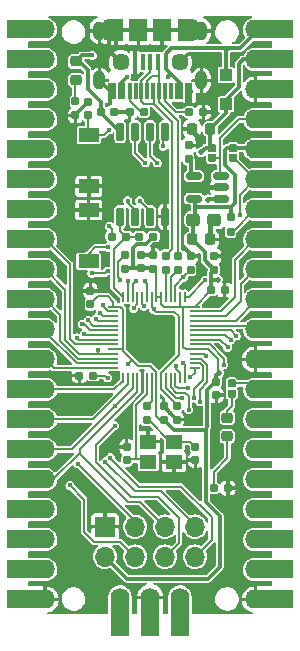
<source format=gbr>
%TF.GenerationSoftware,KiCad,Pcbnew,(6.0.9)*%
%TF.CreationDate,2023-01-07T18:48:54+05:30*%
%TF.ProjectId,Mitayi-Pico-RP2040,4d697461-7969-42d5-9069-636f2d525032,0.5*%
%TF.SameCoordinates,PX825e060PY6d4a840*%
%TF.FileFunction,Copper,L1,Top*%
%TF.FilePolarity,Positive*%
%FSLAX46Y46*%
G04 Gerber Fmt 4.6, Leading zero omitted, Abs format (unit mm)*
G04 Created by KiCad (PCBNEW (6.0.9)) date 2023-01-07 18:48:54*
%MOMM*%
%LPD*%
G01*
G04 APERTURE LIST*
G04 Aperture macros list*
%AMRoundRect*
0 Rectangle with rounded corners*
0 $1 Rounding radius*
0 $2 $3 $4 $5 $6 $7 $8 $9 X,Y pos of 4 corners*
0 Add a 4 corners polygon primitive as box body*
4,1,4,$2,$3,$4,$5,$6,$7,$8,$9,$2,$3,0*
0 Add four circle primitives for the rounded corners*
1,1,$1+$1,$2,$3*
1,1,$1+$1,$4,$5*
1,1,$1+$1,$6,$7*
1,1,$1+$1,$8,$9*
0 Add four rect primitives between the rounded corners*
20,1,$1+$1,$2,$3,$4,$5,0*
20,1,$1+$1,$4,$5,$6,$7,0*
20,1,$1+$1,$6,$7,$8,$9,0*
20,1,$1+$1,$8,$9,$2,$3,0*%
%AMFreePoly0*
4,1,13,-0.340000,0.160000,-0.327821,0.221229,-0.293137,0.273137,-0.241229,0.307821,-0.180000,0.320000,0.340000,0.320000,0.340000,-0.320000,-0.180000,-0.320000,-0.241229,-0.307821,-0.293137,-0.273137,-0.327821,-0.221229,-0.340000,-0.160000,-0.340000,0.160000,-0.340000,0.160000,$1*%
%AMFreePoly1*
4,1,13,-0.340000,0.320000,0.180000,0.320000,0.241229,0.307821,0.293137,0.273137,0.327821,0.221229,0.340000,0.160000,0.340000,-0.160000,0.327821,-0.221229,0.293137,-0.273137,0.241229,-0.307821,0.180000,-0.320000,-0.340000,-0.320000,-0.340000,0.320000,-0.340000,0.320000,$1*%
G04 Aperture macros list end*
%TA.AperFunction,SMDPad,CuDef*%
%ADD10R,1.500000X1.900000*%
%TD*%
%TA.AperFunction,SMDPad,CuDef*%
%ADD11R,1.200000X1.900000*%
%TD*%
%TA.AperFunction,ComponentPad*%
%ADD12O,1.200000X1.900000*%
%TD*%
%TA.AperFunction,ComponentPad*%
%ADD13C,1.450000*%
%TD*%
%TA.AperFunction,SMDPad,CuDef*%
%ADD14R,0.400000X1.350000*%
%TD*%
%TA.AperFunction,SMDPad,CuDef*%
%ADD15FreePoly0,270.000000*%
%TD*%
%TA.AperFunction,SMDPad,CuDef*%
%ADD16FreePoly1,270.000000*%
%TD*%
%TA.AperFunction,SMDPad,CuDef*%
%ADD17RoundRect,0.218750X0.256250X-0.218750X0.256250X0.218750X-0.256250X0.218750X-0.256250X-0.218750X0*%
%TD*%
%TA.AperFunction,SMDPad,CuDef*%
%ADD18RoundRect,0.155000X0.155000X-0.212500X0.155000X0.212500X-0.155000X0.212500X-0.155000X-0.212500X0*%
%TD*%
%TA.AperFunction,SMDPad,CuDef*%
%ADD19RoundRect,0.225000X0.225000X0.250000X-0.225000X0.250000X-0.225000X-0.250000X0.225000X-0.250000X0*%
%TD*%
%TA.AperFunction,SMDPad,CuDef*%
%ADD20RoundRect,0.155000X0.212500X0.155000X-0.212500X0.155000X-0.212500X-0.155000X0.212500X-0.155000X0*%
%TD*%
%TA.AperFunction,SMDPad,CuDef*%
%ADD21RoundRect,0.160000X0.197500X0.160000X-0.197500X0.160000X-0.197500X-0.160000X0.197500X-0.160000X0*%
%TD*%
%TA.AperFunction,SMDPad,CuDef*%
%ADD22RoundRect,0.160000X-0.160000X0.197500X-0.160000X-0.197500X0.160000X-0.197500X0.160000X0.197500X0*%
%TD*%
%TA.AperFunction,SMDPad,CuDef*%
%ADD23RoundRect,0.155000X-0.212500X-0.155000X0.212500X-0.155000X0.212500X0.155000X-0.212500X0.155000X0*%
%TD*%
%TA.AperFunction,ComponentPad*%
%ADD24C,0.600000*%
%TD*%
%TA.AperFunction,SMDPad,CuDef*%
%ADD25RoundRect,0.144000X-1.456000X-1.456000X1.456000X-1.456000X1.456000X1.456000X-1.456000X1.456000X0*%
%TD*%
%TA.AperFunction,SMDPad,CuDef*%
%ADD26RoundRect,0.050000X-0.050000X-0.387500X0.050000X-0.387500X0.050000X0.387500X-0.050000X0.387500X0*%
%TD*%
%TA.AperFunction,SMDPad,CuDef*%
%ADD27RoundRect,0.050000X-0.387500X-0.050000X0.387500X-0.050000X0.387500X0.050000X-0.387500X0.050000X0*%
%TD*%
%TA.AperFunction,SMDPad,CuDef*%
%ADD28RoundRect,0.155000X-0.155000X0.212500X-0.155000X-0.212500X0.155000X-0.212500X0.155000X0.212500X0*%
%TD*%
%TA.AperFunction,SMDPad,CuDef*%
%ADD29RoundRect,0.150000X0.150000X-0.650000X0.150000X0.650000X-0.150000X0.650000X-0.150000X-0.650000X0*%
%TD*%
%TA.AperFunction,ComponentPad*%
%ADD30O,1.600000X1.700000*%
%TD*%
%TA.AperFunction,ComponentPad*%
%ADD31R,1.600000X3.200000*%
%TD*%
%TA.AperFunction,SMDPad,CuDef*%
%ADD32FreePoly0,90.000000*%
%TD*%
%TA.AperFunction,SMDPad,CuDef*%
%ADD33FreePoly1,90.000000*%
%TD*%
%TA.AperFunction,SMDPad,CuDef*%
%ADD34RoundRect,0.225000X-0.225000X-0.250000X0.225000X-0.250000X0.225000X0.250000X-0.225000X0.250000X0*%
%TD*%
%TA.AperFunction,ComponentPad*%
%ADD35RoundRect,0.500000X0.000000X0.300000X0.000000X0.300000X0.000000X-0.300000X0.000000X-0.300000X0*%
%TD*%
%TA.AperFunction,SMDPad,CuDef*%
%ADD36R,0.300000X1.450000*%
%TD*%
%TA.AperFunction,SMDPad,CuDef*%
%ADD37R,1.400000X1.200000*%
%TD*%
%TA.AperFunction,SMDPad,CuDef*%
%ADD38RoundRect,0.160000X0.160000X-0.197500X0.160000X0.197500X-0.160000X0.197500X-0.160000X-0.197500X0*%
%TD*%
%TA.AperFunction,SMDPad,CuDef*%
%ADD39R,1.000000X1.000000*%
%TD*%
%TA.AperFunction,SMDPad,CuDef*%
%ADD40R,1.700000X1.150000*%
%TD*%
%TA.AperFunction,ComponentPad*%
%ADD41R,3.200000X1.600000*%
%TD*%
%TA.AperFunction,ComponentPad*%
%ADD42O,1.700000X1.600000*%
%TD*%
%TA.AperFunction,SMDPad,CuDef*%
%ADD43RoundRect,0.250000X-0.312500X-0.275000X0.312500X-0.275000X0.312500X0.275000X-0.312500X0.275000X0*%
%TD*%
%TA.AperFunction,SMDPad,CuDef*%
%ADD44RoundRect,0.160000X-0.197500X-0.160000X0.197500X-0.160000X0.197500X0.160000X-0.197500X0.160000X0*%
%TD*%
%TA.AperFunction,SMDPad,CuDef*%
%ADD45RoundRect,0.150000X0.512500X0.150000X-0.512500X0.150000X-0.512500X-0.150000X0.512500X-0.150000X0*%
%TD*%
%TA.AperFunction,ComponentPad*%
%ADD46O,1.700000X1.700000*%
%TD*%
%TA.AperFunction,ComponentPad*%
%ADD47R,1.700000X1.700000*%
%TD*%
%TA.AperFunction,ViaPad*%
%ADD48C,0.400000*%
%TD*%
%TA.AperFunction,ViaPad*%
%ADD49C,0.508000*%
%TD*%
%TA.AperFunction,Conductor*%
%ADD50C,0.200000*%
%TD*%
%TA.AperFunction,Conductor*%
%ADD51C,0.300000*%
%TD*%
%TA.AperFunction,Conductor*%
%ADD52C,0.400000*%
%TD*%
G04 APERTURE END LIST*
D10*
%TO.P,J6,6,Shield*%
%TO.N,GND*%
X9510000Y49637500D03*
D11*
X7610000Y49637500D03*
D12*
X14010000Y49637500D03*
D13*
X8010000Y46937500D03*
D11*
X13410000Y49637500D03*
D13*
X13010000Y46937500D03*
D12*
X7010000Y49637500D03*
D10*
X11510000Y49637500D03*
D14*
%TO.P,J6,5,GND*%
X9210000Y46937500D03*
%TO.P,J6,4,ID*%
%TO.N,unconnected-(J6-Pad4)*%
X9860000Y46937500D03*
%TO.P,J6,3,D+*%
%TO.N,/USB_D+*%
X10510000Y46937500D03*
%TO.P,J6,2,D-*%
%TO.N,/USB_D-*%
X11160000Y46937500D03*
%TO.P,J6,1,VBUS*%
%TO.N,VBUS*%
X11810000Y46937500D03*
%TD*%
D15*
%TO.P,JP5,1,A*%
%TO.N,/GPIO25*%
X17400000Y19730000D03*
D16*
%TO.P,JP5,2,B*%
%TO.N,Net-(D2-Pad2)*%
X17400000Y18850000D03*
%TD*%
D17*
%TO.P,D2,1,K*%
%TO.N,Net-(D2-Pad1)*%
X17030000Y15262500D03*
%TO.P,D2,2,A*%
%TO.N,Net-(D2-Pad2)*%
X17030000Y16837500D03*
%TD*%
D18*
%TO.P,C17,1*%
%TO.N,/XIN*%
X8510000Y13212500D03*
%TO.P,C17,2*%
%TO.N,GND*%
X8510000Y14347500D03*
%TD*%
%TO.P,C12,1*%
%TO.N,+3V3*%
X5430000Y26442500D03*
%TO.P,C12,2*%
%TO.N,GND*%
X5430000Y27577500D03*
%TD*%
D19*
%TO.P,C13,1*%
%TO.N,/VSYS*%
X15585000Y41290000D03*
%TO.P,C13,2*%
%TO.N,GND*%
X14035000Y41290000D03*
%TD*%
D20*
%TO.P,C6,1*%
%TO.N,+3V3*%
X5647500Y20400000D03*
%TO.P,C6,2*%
%TO.N,GND*%
X4512500Y20400000D03*
%TD*%
D18*
%TO.P,C11,1*%
%TO.N,+3V3*%
X15905000Y29362500D03*
%TO.P,C11,2*%
%TO.N,GND*%
X15905000Y30497500D03*
%TD*%
%TO.P,C19,1*%
%TO.N,/RUN*%
X5240000Y42422500D03*
%TO.P,C19,2*%
%TO.N,GND*%
X5240000Y43557500D03*
%TD*%
D21*
%TO.P,R2,1*%
%TO.N,/QSPI_SS*%
X8447500Y32170000D03*
%TO.P,R2,2*%
%TO.N,/~{USB_BOOT}*%
X7252500Y32170000D03*
%TD*%
%TO.P,R7,1*%
%TO.N,GND*%
X17067500Y10860000D03*
%TO.P,R7,2*%
%TO.N,Net-(D2-Pad1)*%
X15872500Y10860000D03*
%TD*%
D22*
%TO.P,R10,1*%
%TO.N,/XOUT*%
X10220000Y17817500D03*
%TO.P,R10,2*%
%TO.N,Net-(C18-Pad1)*%
X10220000Y16622500D03*
%TD*%
D23*
%TO.P,C10,1*%
%TO.N,+3V3*%
X15662500Y27630000D03*
%TO.P,C10,2*%
%TO.N,GND*%
X16797500Y27630000D03*
%TD*%
D24*
%TO.P,U3,57,GND*%
%TO.N,GND*%
X12095000Y22355000D03*
X9545000Y24905000D03*
X9545000Y22355000D03*
D25*
X10820000Y23630000D03*
D24*
X12095000Y23630000D03*
X9545000Y23630000D03*
X10820000Y22355000D03*
X10820000Y23630000D03*
X12095000Y24905000D03*
X10820000Y24905000D03*
D26*
%TO.P,U3,56,QSPI-SS-N*%
%TO.N,/QSPI_SS*%
X8220000Y27067500D03*
%TO.P,U3,55,QSPI-SD1*%
%TO.N,/QSPI_SD1*%
X8620000Y27067500D03*
%TO.P,U3,54,QSPI-SD2*%
%TO.N,/QSPI_SD2*%
X9020000Y27067500D03*
%TO.P,U3,53,QSPI-SD0*%
%TO.N,/QSPI_SD0*%
X9420000Y27067500D03*
%TO.P,U3,52,QSPI-SCLK*%
%TO.N,/QSPI_SCLK*%
X9820000Y27067500D03*
%TO.P,U3,51,QSPI-SD3*%
%TO.N,/QSPI_SD3*%
X10220000Y27067500D03*
%TO.P,U3,50,DVDD*%
%TO.N,+1V1*%
X10620000Y27067500D03*
%TO.P,U3,49,IOVDD*%
%TO.N,+3V3*%
X11020000Y27067500D03*
%TO.P,U3,48,USB-VDD*%
X11420000Y27067500D03*
%TO.P,U3,47,USB-DP*%
%TO.N,Net-(R5-Pad2)*%
X11820000Y27067500D03*
%TO.P,U3,46,USB-DM*%
%TO.N,Net-(R6-Pad2)*%
X12220000Y27067500D03*
%TO.P,U3,45,VREG-VOUT*%
%TO.N,+1V1*%
X12620000Y27067500D03*
%TO.P,U3,44,VREG-VIN*%
%TO.N,+3V3*%
X13020000Y27067500D03*
%TO.P,U3,43,ADC-AVDD*%
%TO.N,/AREF*%
X13420000Y27067500D03*
D27*
%TO.P,U3,42,IOVDD*%
%TO.N,+3V3*%
X14257500Y26230000D03*
%TO.P,U3,41,GPIO29/ADC3*%
%TO.N,/GPIO29*%
X14257500Y25830000D03*
%TO.P,U3,40,GPIO28/ADC2*%
%TO.N,/GPIO28*%
X14257500Y25430000D03*
%TO.P,U3,39,GPIO27/ADC1*%
%TO.N,/GPIO27*%
X14257500Y25030000D03*
%TO.P,U3,38,GPIO26/ADC0*%
%TO.N,/GPIO26*%
X14257500Y24630000D03*
%TO.P,U3,37,GPIO25*%
%TO.N,/GPIO25*%
X14257500Y24230000D03*
%TO.P,U3,36,GPIO24*%
%TO.N,/GPIO24*%
X14257500Y23830000D03*
%TO.P,U3,35,GPIO23*%
%TO.N,/GPIO23*%
X14257500Y23430000D03*
%TO.P,U3,34,GPIO22*%
%TO.N,/GPIO22*%
X14257500Y23030000D03*
%TO.P,U3,33,IOVDD*%
%TO.N,+3V3*%
X14257500Y22630000D03*
%TO.P,U3,32,GPIO21*%
%TO.N,/GPIO21*%
X14257500Y22230000D03*
%TO.P,U3,31,GPIO20*%
%TO.N,/GPIO20*%
X14257500Y21830000D03*
%TO.P,U3,30,GPIO19*%
%TO.N,/GPIO19*%
X14257500Y21430000D03*
%TO.P,U3,29,GPIO18*%
%TO.N,/GPIO18*%
X14257500Y21030000D03*
D26*
%TO.P,U3,28,GPIO17*%
%TO.N,/GPIO17*%
X13420000Y20192500D03*
%TO.P,U3,27,GPIO16*%
%TO.N,/GPIO16*%
X13020000Y20192500D03*
%TO.P,U3,26,RUN*%
%TO.N,/RUN*%
X12620000Y20192500D03*
%TO.P,U3,25,SWDIO*%
%TO.N,/SWDIO*%
X12220000Y20192500D03*
%TO.P,U3,24,SWCLK*%
%TO.N,/SWCLK*%
X11820000Y20192500D03*
%TO.P,U3,23,DVDD*%
%TO.N,+1V1*%
X11420000Y20192500D03*
%TO.P,U3,22,IOVDD*%
%TO.N,+3V3*%
X11020000Y20192500D03*
%TO.P,U3,21,XOUT*%
%TO.N,/XOUT*%
X10620000Y20192500D03*
%TO.P,U3,20,XIN*%
%TO.N,/XIN*%
X10220000Y20192500D03*
%TO.P,U3,19,TESTEN*%
%TO.N,GND*%
X9820000Y20192500D03*
%TO.P,U3,18,GPIO15*%
%TO.N,/GPIO15*%
X9420000Y20192500D03*
%TO.P,U3,17,GPIO14*%
%TO.N,/GPIO14*%
X9020000Y20192500D03*
%TO.P,U3,16,GPIO13*%
%TO.N,/GPIO13*%
X8620000Y20192500D03*
%TO.P,U3,15,GPIO12*%
%TO.N,/GPIO12*%
X8220000Y20192500D03*
D27*
%TO.P,U3,14,GPIO11*%
%TO.N,/GPIO11*%
X7382500Y21030000D03*
%TO.P,U3,13,GPIO10*%
%TO.N,/GPIO10*%
X7382500Y21430000D03*
%TO.P,U3,12,GPIO9*%
%TO.N,/GPIO9*%
X7382500Y21830000D03*
%TO.P,U3,11,GPIO8*%
%TO.N,/GPIO8*%
X7382500Y22230000D03*
%TO.P,U3,10,IOVDD*%
%TO.N,+3V3*%
X7382500Y22630000D03*
%TO.P,U3,9,GPIO7*%
%TO.N,/GPIO7*%
X7382500Y23030000D03*
%TO.P,U3,8,GPIO6*%
%TO.N,/GPIO6*%
X7382500Y23430000D03*
%TO.P,U3,7,GPIO5*%
%TO.N,/GPIO5*%
X7382500Y23830000D03*
%TO.P,U3,6,GPIO4*%
%TO.N,/GPIO4*%
X7382500Y24230000D03*
%TO.P,U3,5,GPIO3*%
%TO.N,/GPIO3*%
X7382500Y24630000D03*
%TO.P,U3,4,GPIO2*%
%TO.N,/GPIO2*%
X7382500Y25030000D03*
%TO.P,U3,3,GPIO1*%
%TO.N,/GPIO1*%
X7382500Y25430000D03*
%TO.P,U3,2,GPIO0*%
%TO.N,/GPIO0*%
X7382500Y25830000D03*
%TO.P,U3,1,IOVDD*%
%TO.N,+3V3*%
X7382500Y26230000D03*
%TD*%
D22*
%TO.P,R5,1*%
%TO.N,/USB_D+*%
X11825000Y30547500D03*
%TO.P,R5,2*%
%TO.N,Net-(R5-Pad2)*%
X11825000Y29352500D03*
%TD*%
D28*
%TO.P,C2,1*%
%TO.N,+1V1*%
X12750000Y17797500D03*
%TO.P,C2,2*%
%TO.N,GND*%
X12750000Y16662500D03*
%TD*%
D29*
%TO.P,U1,1,~{CS}*%
%TO.N,/QSPI_SS*%
X7955000Y33850000D03*
%TO.P,U1,2,DO(IO1)*%
%TO.N,/QSPI_SD1*%
X9225000Y33850000D03*
%TO.P,U1,3,IO2*%
%TO.N,/QSPI_SD2*%
X10495000Y33850000D03*
%TO.P,U1,4,GND*%
%TO.N,GND*%
X11765000Y33850000D03*
%TO.P,U1,5,DI(IO0)*%
%TO.N,/QSPI_SD0*%
X11765000Y41050000D03*
%TO.P,U1,6,CLK*%
%TO.N,/QSPI_SCLK*%
X10495000Y41050000D03*
%TO.P,U1,7,IO3*%
%TO.N,/QSPI_SD3*%
X9225000Y41050000D03*
%TO.P,U1,8,VCC*%
%TO.N,+3V3*%
X7955000Y41050000D03*
%TD*%
D18*
%TO.P,C5,1*%
%TO.N,+3V3*%
X10720000Y29457500D03*
%TO.P,C5,2*%
%TO.N,GND*%
X10720000Y30592500D03*
%TD*%
D21*
%TO.P,R1,1*%
%TO.N,+3V3*%
X10777500Y32170000D03*
%TO.P,R1,2*%
%TO.N,/QSPI_SS*%
X9582500Y32170000D03*
%TD*%
D18*
%TO.P,C4,1*%
%TO.N,+1V1*%
X13930000Y29372500D03*
%TO.P,C4,2*%
%TO.N,GND*%
X13930000Y30507500D03*
%TD*%
D23*
%TO.P,C1,1*%
%TO.N,+3V3*%
X6342500Y42700000D03*
%TO.P,C1,2*%
%TO.N,GND*%
X7477500Y42700000D03*
%TD*%
D30*
%TO.P,J5,1,Pin_1*%
%TO.N,/SWCLK*%
X7950000Y1600000D03*
D31*
X7950000Y-10000D03*
D30*
%TO.P,J5,2,Pin_2*%
%TO.N,GND*%
X10490000Y1600000D03*
D31*
X10490000Y-10000D03*
D30*
%TO.P,J5,3,Pin_3*%
%TO.N,/SWDIO*%
X13030000Y1600000D03*
D31*
X13030000Y-10000D03*
%TD*%
D32*
%TO.P,JP1,1,A*%
%TO.N,/AREF*%
X17500000Y38810000D03*
D33*
%TO.P,JP1,2,B*%
%TO.N,+3V3*%
X17500000Y39690000D03*
%TD*%
D22*
%TO.P,R9,1*%
%TO.N,+3V3*%
X17300000Y33787500D03*
%TO.P,R9,2*%
%TO.N,/RUN*%
X17300000Y32592500D03*
%TD*%
D18*
%TO.P,C9,1*%
%TO.N,+3V3*%
X11630000Y16652500D03*
%TO.P,C9,2*%
%TO.N,GND*%
X11630000Y17787500D03*
%TD*%
D28*
%TO.P,C8,1*%
%TO.N,+3V3*%
X16100000Y19877500D03*
%TO.P,C8,2*%
%TO.N,GND*%
X16100000Y18742500D03*
%TD*%
D34*
%TO.P,C15,1*%
%TO.N,+3V3*%
X14015000Y31920000D03*
%TO.P,C15,2*%
%TO.N,GND*%
X15565000Y31920000D03*
%TD*%
D35*
%TO.P,J2,S1,SHIELD*%
%TO.N,GND*%
X6190000Y49570000D03*
X14830000Y49570000D03*
X6190000Y45390000D03*
X14830000Y45390000D03*
D36*
%TO.P,J2,B12,GND*%
X13610000Y44470000D03*
%TO.P,J2,B9,VBUS*%
%TO.N,VBUS*%
X12810000Y44470000D03*
%TO.P,J2,B8,SBU2*%
%TO.N,unconnected-(J2-PadB8)*%
X12260000Y44470000D03*
%TO.P,J2,B7,D-*%
%TO.N,/USB_D-*%
X11260000Y44470000D03*
%TO.P,J2,B6,D+*%
%TO.N,/USB_D+*%
X9760000Y44470000D03*
%TO.P,J2,B5,CC2*%
%TO.N,Net-(J2-PadB5)*%
X8760000Y44470000D03*
%TO.P,J2,B4,VBUS*%
%TO.N,VBUS*%
X8210000Y44470000D03*
%TO.P,J2,B1,GND*%
%TO.N,GND*%
X7410000Y44470000D03*
%TO.P,J2,A12,GND*%
X7110000Y44470000D03*
%TO.P,J2,A9,VBUS*%
%TO.N,VBUS*%
X7910000Y44470000D03*
%TO.P,J2,A8,SBU1*%
%TO.N,unconnected-(J2-PadA8)*%
X9260000Y44470000D03*
%TO.P,J2,A7,D-*%
%TO.N,/USB_D-*%
X10260000Y44470000D03*
%TO.P,J2,A6,D+*%
%TO.N,/USB_D+*%
X10760000Y44470000D03*
%TO.P,J2,A5,CC1*%
%TO.N,Net-(J2-PadA5)*%
X11760000Y44470000D03*
%TO.P,J2,A4,VBUS*%
%TO.N,VBUS*%
X13110000Y44470000D03*
%TO.P,J2,A1,GND*%
%TO.N,GND*%
X13910000Y44470000D03*
%TD*%
D18*
%TO.P,C16,1*%
%TO.N,Net-(C16-Pad1)*%
X13760000Y38752500D03*
%TO.P,C16,2*%
%TO.N,GND*%
X13760000Y39887500D03*
%TD*%
D15*
%TO.P,JP4,1,A*%
%TO.N,/VSYS*%
X15750000Y39690000D03*
D16*
%TO.P,JP4,2,B*%
%TO.N,/V_EN*%
X15750000Y38810000D03*
%TD*%
D21*
%TO.P,R4,1*%
%TO.N,Net-(J2-PadB5)*%
X9947500Y42700000D03*
%TO.P,R4,2*%
%TO.N,GND*%
X8752500Y42700000D03*
%TD*%
D37*
%TO.P,Y1,1,1*%
%TO.N,/XIN*%
X10330000Y13100000D03*
%TO.P,Y1,2,2*%
%TO.N,GND*%
X12530000Y13100000D03*
%TO.P,Y1,3,3*%
%TO.N,Net-(C18-Pad1)*%
X12530000Y14800000D03*
%TO.P,Y1,4,4*%
%TO.N,GND*%
X10330000Y14800000D03*
%TD*%
D38*
%TO.P,R8,1*%
%TO.N,GND*%
X4170000Y42422500D03*
%TO.P,R8,2*%
%TO.N,Net-(D3-Pad1)*%
X4170000Y43617500D03*
%TD*%
D39*
%TO.P,D1,1,K*%
%TO.N,/VSYS*%
X16900000Y43350000D03*
%TO.P,D1,2,A*%
%TO.N,VBUS*%
X16900000Y45850000D03*
%TD*%
D17*
%TO.P,D3,1,K*%
%TO.N,Net-(D3-Pad1)*%
X4200000Y45412500D03*
%TO.P,D3,2,A*%
%TO.N,+3V3*%
X4200000Y46987500D03*
%TD*%
D40*
%TO.P,SW1,1,1*%
%TO.N,/RUN*%
X5300000Y40775000D03*
%TO.P,SW1,2,2*%
%TO.N,GND*%
X5300000Y36425000D03*
%TD*%
D28*
%TO.P,C18,1*%
%TO.N,Net-(C18-Pad1)*%
X14330000Y14377500D03*
%TO.P,C18,2*%
%TO.N,GND*%
X14330000Y13242500D03*
%TD*%
D18*
%TO.P,C7,1*%
%TO.N,+3V3*%
X9720000Y29462500D03*
%TO.P,C7,2*%
%TO.N,GND*%
X9720000Y30597500D03*
%TD*%
D22*
%TO.P,R6,1*%
%TO.N,/USB_D-*%
X12825000Y30547500D03*
%TO.P,R6,2*%
%TO.N,Net-(R6-Pad2)*%
X12825000Y29352500D03*
%TD*%
D41*
%TO.P,J3,1,Pin_1*%
%TO.N,/GPIO0*%
X-10000Y49700000D03*
D42*
X1600000Y49700000D03*
D41*
%TO.P,J3,2,Pin_2*%
%TO.N,/GPIO1*%
X-10000Y47160000D03*
D42*
X1600000Y47160000D03*
D41*
%TO.P,J3,3,Pin_3*%
%TO.N,/GPIO2*%
X-10000Y44620000D03*
D42*
X1600000Y44620000D03*
D41*
%TO.P,J3,4,Pin_4*%
%TO.N,/GPIO3*%
X-10000Y42080000D03*
D42*
X1600000Y42080000D03*
%TO.P,J3,5,Pin_5*%
%TO.N,/GPIO4*%
X1600000Y39540000D03*
D41*
X-10000Y39540000D03*
D42*
%TO.P,J3,6,Pin_6*%
%TO.N,/GPIO5*%
X1600000Y37000000D03*
D41*
X-10000Y37000000D03*
%TO.P,J3,7,Pin_7*%
%TO.N,/GPIO6*%
X-10000Y34460000D03*
D42*
X1600000Y34460000D03*
D41*
%TO.P,J3,8,Pin_8*%
%TO.N,/GPIO7*%
X-10000Y31920000D03*
D42*
X1600000Y31920000D03*
%TO.P,J3,9,Pin_9*%
%TO.N,/GPIO8*%
X1600000Y29380000D03*
D41*
X-10000Y29380000D03*
%TO.P,J3,10,Pin_10*%
%TO.N,/GPIO9*%
X-10000Y26840000D03*
D42*
X1600000Y26840000D03*
D41*
%TO.P,J3,11,Pin_11*%
%TO.N,/GPIO10*%
X-10000Y24300000D03*
D42*
X1600000Y24300000D03*
D41*
%TO.P,J3,12,Pin_12*%
%TO.N,/GPIO11*%
X-10000Y21760000D03*
D42*
X1600000Y21760000D03*
D41*
%TO.P,J3,13,Pin_13*%
%TO.N,/GPIO12*%
X-10000Y19220000D03*
D42*
X1600000Y19220000D03*
D41*
%TO.P,J3,14,Pin_14*%
%TO.N,/GPIO13*%
X-10000Y16680000D03*
D42*
X1600000Y16680000D03*
D41*
%TO.P,J3,15,Pin_15*%
%TO.N,/GPIO14*%
X-10000Y14140000D03*
D42*
X1600000Y14140000D03*
D41*
%TO.P,J3,16,Pin_16*%
%TO.N,/GPIO15*%
X-10000Y11600000D03*
D42*
X1600000Y11600000D03*
%TO.P,J3,17,Pin_17*%
%TO.N,/GPIO16*%
X1600000Y9060000D03*
D41*
X-10000Y9060000D03*
%TO.P,J3,18,Pin_18*%
%TO.N,/GPIO17*%
X-10000Y6520000D03*
D42*
X1600000Y6520000D03*
D41*
%TO.P,J3,19,Pin_19*%
%TO.N,/GPIO18*%
X-10000Y3980000D03*
D42*
X1600000Y3980000D03*
D41*
%TO.P,J3,20,Pin_20*%
%TO.N,GND*%
X-10000Y1440000D03*
D42*
X1600000Y1440000D03*
%TD*%
D43*
%TO.P,C14,1*%
%TO.N,+3V3*%
X14147500Y33600000D03*
%TO.P,C14,2*%
%TO.N,GND*%
X15922500Y33600000D03*
%TD*%
D44*
%TO.P,R3,1*%
%TO.N,Net-(J2-PadA5)*%
X13802500Y42700000D03*
%TO.P,R3,2*%
%TO.N,GND*%
X14997500Y42700000D03*
%TD*%
D45*
%TO.P,U2,1,IN*%
%TO.N,/VSYS*%
X16487500Y35380000D03*
%TO.P,U2,2,GND*%
%TO.N,GND*%
X16487500Y36330000D03*
%TO.P,U2,3,EN*%
%TO.N,/V_EN*%
X16487500Y37280000D03*
%TO.P,U2,4,BP*%
%TO.N,Net-(C16-Pad1)*%
X14212500Y37280000D03*
%TO.P,U2,5,OUT*%
%TO.N,+3V3*%
X14212500Y35380000D03*
%TD*%
D22*
%TO.P,R11,1*%
%TO.N,/GPIO2*%
X8330000Y30627500D03*
%TO.P,R11,2*%
%TO.N,+3V3*%
X8330000Y29432500D03*
%TD*%
D40*
%TO.P,SW2,1,1*%
%TO.N,Net-(JP6-Pad2)*%
X5285000Y30060000D03*
%TO.P,SW2,2,2*%
%TO.N,GND*%
X5285000Y34410000D03*
%TD*%
D46*
%TO.P,J1,8,Pin_8*%
%TO.N,/GPIO9*%
X14295000Y5060000D03*
%TO.P,J1,7,Pin_7*%
%TO.N,/GPIO8*%
X14295000Y7600000D03*
%TO.P,J1,6,Pin_6*%
%TO.N,/GPIO14*%
X11755000Y5060000D03*
%TO.P,J1,5,Pin_5*%
%TO.N,/GPIO15*%
X11755000Y7600000D03*
%TO.P,J1,4,Pin_4*%
%TO.N,/GPIO13*%
X9215000Y5060000D03*
%TO.P,J1,3,Pin_3*%
%TO.N,/GPIO12*%
X9215000Y7600000D03*
%TO.P,J1,2,Pin_2*%
%TO.N,+3V3*%
X6675000Y5060000D03*
D47*
%TO.P,J1,1,Pin_1*%
%TO.N,GND*%
X6675000Y7600000D03*
%TD*%
D41*
%TO.P,J4,1,Pin_1*%
%TO.N,VBUS*%
X21010000Y49700000D03*
D42*
X19400000Y49700000D03*
D41*
%TO.P,J4,2,Pin_2*%
%TO.N,/VSYS*%
X21010000Y47160000D03*
D42*
X19400000Y47160000D03*
D41*
%TO.P,J4,3,Pin_3*%
%TO.N,GND*%
X21010000Y44620000D03*
D42*
X19400000Y44620000D03*
%TO.P,J4,4,Pin_4*%
%TO.N,/V_EN*%
X19400000Y42080000D03*
D41*
X21010000Y42080000D03*
D42*
%TO.P,J4,5,Pin_5*%
%TO.N,+3V3*%
X19400000Y39540000D03*
D41*
X21010000Y39540000D03*
%TO.P,J4,6,Pin_6*%
%TO.N,/AREF*%
X21010000Y37000000D03*
D42*
X19400000Y37000000D03*
D41*
%TO.P,J4,7,Pin_7*%
%TO.N,/RUN*%
X21010000Y34460000D03*
D42*
X19400000Y34460000D03*
%TO.P,J4,8,Pin_8*%
%TO.N,/GPIO29*%
X19400000Y31920000D03*
D41*
X21010000Y31920000D03*
%TO.P,J4,9,Pin_9*%
%TO.N,/GPIO28*%
X21010000Y29380000D03*
D42*
X19400000Y29380000D03*
D41*
%TO.P,J4,10,Pin_10*%
%TO.N,/GPIO27*%
X21010000Y26840000D03*
D42*
X19400000Y26840000D03*
D41*
%TO.P,J4,11,Pin_11*%
%TO.N,/GPIO26*%
X21010000Y24300000D03*
D42*
X19400000Y24300000D03*
D41*
%TO.P,J4,12,Pin_12*%
%TO.N,GND*%
X21010000Y21760000D03*
D42*
X19400000Y21760000D03*
%TO.P,J4,13,Pin_13*%
%TO.N,/GPIO25*%
X19400000Y19220000D03*
D41*
X21010000Y19220000D03*
D42*
%TO.P,J4,14,Pin_14*%
%TO.N,/GPIO24*%
X19400000Y16680000D03*
D41*
X21010000Y16680000D03*
%TO.P,J4,15,Pin_15*%
%TO.N,/GPIO23*%
X21010000Y14140000D03*
D42*
X19400000Y14140000D03*
%TO.P,J4,16,Pin_16*%
%TO.N,/GPIO22*%
X19400000Y11600000D03*
D41*
X21010000Y11600000D03*
%TO.P,J4,17,Pin_17*%
%TO.N,/GPIO21*%
X21010000Y9060000D03*
D42*
X19400000Y9060000D03*
%TO.P,J4,18,Pin_18*%
%TO.N,/GPIO20*%
X19400000Y6520000D03*
D41*
X21010000Y6520000D03*
%TO.P,J4,19,Pin_19*%
%TO.N,/GPIO19*%
X21010000Y3980000D03*
D42*
X19400000Y3980000D03*
D41*
%TO.P,J4,20,Pin_20*%
%TO.N,GND*%
X21010000Y1440000D03*
D42*
X19400000Y1440000D03*
%TD*%
D48*
%TO.N,GND*%
X14700000Y29100000D03*
X14700000Y29700000D03*
X15300000Y26400000D03*
X13500000Y3900000D03*
X11800000Y2500000D03*
X10575000Y6325000D03*
X17000000Y30900000D03*
X13800000Y28000000D03*
X7000000Y18700000D03*
X12400000Y10500000D03*
%TO.N,+1V1*%
X13300000Y28700000D03*
X10800000Y26000000D03*
%TO.N,GND*%
X15300000Y1800000D03*
X15700000Y26800000D03*
X9800000Y11700000D03*
X18600000Y40900000D03*
X5600000Y900000D03*
X15000000Y38300000D03*
X13900000Y9400000D03*
X14900000Y36300000D03*
X11800000Y36600000D03*
X18600000Y23100000D03*
X8200000Y37800000D03*
X13700000Y6300000D03*
X4200000Y38300000D03*
X18500000Y15400000D03*
X6900000Y28300000D03*
X2500000Y5300000D03*
X3000000Y44500000D03*
X2600000Y17900000D03*
X15300000Y900000D03*
X2600000Y15200000D03*
X16100000Y13300000D03*
X12156250Y17256250D03*
X13900000Y36300000D03*
X18900000Y5200000D03*
X14800000Y40300000D03*
X3100000Y34400000D03*
X14400000Y36300000D03*
X18600000Y18000000D03*
X8200000Y38500000D03*
X2600000Y8100000D03*
X2600000Y13000000D03*
X8500000Y15400000D03*
X11800000Y32300000D03*
X13400000Y36300000D03*
X2600000Y20400000D03*
X18600000Y43300000D03*
X8200000Y37100000D03*
X5600000Y1800000D03*
X18500000Y10300000D03*
X15300000Y2700000D03*
X5600000Y2700000D03*
X3100000Y36600000D03*
X11800000Y39000000D03*
X14500000Y38300000D03*
X18300000Y2800000D03*
X2600000Y10300000D03*
%TO.N,+3V3*%
X5600000Y47500000D03*
X8600000Y21400000D03*
D49*
X16296500Y20600000D03*
D48*
X6900000Y20200000D03*
D49*
X16200000Y28500000D03*
D48*
%TO.N,VBUS*%
X8500000Y45700000D03*
X12000000Y45700000D03*
%TO.N,/RUN*%
X7000000Y41200000D03*
X13711781Y19317906D03*
%TO.N,/GPIO0*%
X6500000Y26400000D03*
%TO.N,/GPIO1*%
X6250000Y25700000D03*
%TO.N,/GPIO2*%
X5550500Y29050000D03*
X7950000Y28500000D03*
X5900000Y25200000D03*
X6900500Y29250000D03*
%TO.N,/GPIO3*%
X5260287Y25060287D03*
%TO.N,/GPIO4*%
X4750000Y24750000D03*
%TO.N,/GPIO5*%
X4934529Y23929500D03*
%TO.N,/GPIO6*%
X4297924Y23598424D03*
%TO.N,/GPIO8*%
X6100000Y22530500D03*
X6700000Y13100000D03*
%TO.N,/GPIO9*%
X7120551Y13453681D03*
%TO.N,/GPIO12*%
X4350000Y12950000D03*
%TO.N,/GPIO13*%
X3700000Y11100000D03*
%TO.N,/GPIO14*%
X7550000Y17850000D03*
X7500000Y16150000D03*
%TO.N,/GPIO16*%
X12700000Y21200000D03*
%TO.N,/GPIO17*%
X13300000Y21500000D03*
%TO.N,/GPIO18*%
X13869500Y20250000D03*
%TO.N,/~{USB_BOOT}*%
X7050000Y33050000D03*
%TO.N,/AREF*%
X15163000Y28486102D03*
X18100000Y34000000D03*
%TO.N,/GPIO25*%
X17800000Y23750000D03*
%TO.N,/GPIO24*%
X17300000Y23400000D03*
%TO.N,/GPIO23*%
X17050500Y22800000D03*
%TO.N,/GPIO22*%
X16719500Y21300000D03*
%TO.N,/GPIO21*%
X15247114Y22032814D03*
%TO.N,/GPIO20*%
X14700000Y18200000D03*
%TO.N,/GPIO19*%
X14200000Y18500000D03*
%TO.N,/SWCLK*%
X13185709Y18492899D03*
%TO.N,/SWDIO*%
X13750500Y17500000D03*
%TO.N,/QSPI_SD1*%
X8600000Y35200000D03*
X8600000Y28400000D03*
%TO.N,/QSPI_SD2*%
X9300000Y28400000D03*
X9600500Y35200000D03*
%TO.N,/QSPI_SD0*%
X9100000Y26100000D03*
X11600000Y39800000D03*
%TO.N,/QSPI_SCLK*%
X9986439Y26269688D03*
X11100000Y38400000D03*
%TO.N,/QSPI_SD3*%
X10100000Y28400000D03*
X10100000Y38400000D03*
D49*
%TO.N,/VSYS*%
X15400000Y35300000D03*
X14800000Y39300000D03*
D48*
%TO.N,Net-(JP6-Pad2)*%
X6900500Y31250000D03*
%TD*%
D50*
%TO.N,/GPIO18*%
X14257500Y20638000D02*
X14257500Y21030000D01*
X13869500Y20250000D02*
X14257500Y20638000D01*
%TO.N,/AREF*%
X13744398Y27067500D02*
X13420000Y27067500D01*
X15163000Y28486102D02*
X13744398Y27067500D01*
D51*
%TO.N,+3V3*%
X16100000Y20403500D02*
X16100000Y19877500D01*
D50*
X15427744Y22630000D02*
X14257500Y22630000D01*
X16269500Y20627000D02*
X16269500Y21788244D01*
X16269500Y21788244D02*
X15427744Y22630000D01*
X16296500Y20600000D02*
X16269500Y20627000D01*
D51*
X16296500Y20600000D02*
X16100000Y20403500D01*
X15100000Y30167500D02*
X15905000Y29362500D01*
X14015000Y31920000D02*
X15100000Y30835000D01*
X15100000Y30835000D02*
X15100000Y30167500D01*
D50*
%TO.N,/GPIO9*%
X9536397Y11000000D02*
X13100000Y11000000D01*
X13100000Y11000000D02*
X15700000Y8400000D01*
X15700000Y6465000D02*
X14295000Y5060000D01*
X7120551Y13415846D02*
X9536397Y11000000D01*
X7120551Y13453681D02*
X7120551Y13415846D01*
X15700000Y8400000D02*
X15700000Y6465000D01*
%TO.N,/GPIO8*%
X14295000Y7705000D02*
X14295000Y7600000D01*
X6700000Y13100000D02*
X9200000Y10600000D01*
X9200000Y10600000D02*
X11400000Y10600000D01*
X11400000Y10600000D02*
X14295000Y7705000D01*
%TO.N,/GPIO15*%
X8600000Y9700000D02*
X9655000Y9700000D01*
X4567659Y13732341D02*
X8600000Y9700000D01*
X4567659Y13882341D02*
X4567659Y13732341D01*
X9655000Y9700000D02*
X11755000Y7600000D01*
%TO.N,/GPIO14*%
X12950000Y6255000D02*
X11755000Y5060000D01*
X11150000Y10150000D02*
X12950000Y8350000D01*
X8850000Y10150000D02*
X11150000Y10150000D01*
X5900000Y14550000D02*
X5900000Y13100000D01*
X7500000Y16150000D02*
X5900000Y14550000D01*
X5900000Y13100000D02*
X8850000Y10150000D01*
X12950000Y8350000D02*
X12950000Y6255000D01*
%TO.N,/GPIO12*%
X9215000Y8085000D02*
X9215000Y7600000D01*
X4350000Y12950000D02*
X9215000Y8085000D01*
D51*
%TO.N,+3V3*%
X15400000Y3200000D02*
X8535000Y3200000D01*
X8535000Y3200000D02*
X6675000Y5060000D01*
X16400000Y4200000D02*
X15400000Y3200000D01*
X15215000Y11285000D02*
X15215000Y9685000D01*
X15215000Y9685000D02*
X16400000Y8500000D01*
X15200000Y11300000D02*
X15215000Y11285000D01*
X16400000Y8500000D02*
X16400000Y4200000D01*
X15200000Y15900000D02*
X15200000Y11300000D01*
D50*
%TO.N,/GPIO13*%
X7965000Y6310000D02*
X9215000Y5060000D01*
X5765000Y6310000D02*
X7965000Y6310000D01*
X4900000Y7175000D02*
X5765000Y6310000D01*
X4900000Y9900000D02*
X4900000Y7175000D01*
X3700000Y11100000D02*
X4900000Y9900000D01*
%TO.N,+1V1*%
X12900000Y22134264D02*
X12900000Y25400000D01*
X12500000Y25800000D02*
X11000000Y25800000D01*
X12900000Y25400000D02*
X12500000Y25800000D01*
X13300000Y28700000D02*
X13300000Y28742500D01*
X12750000Y17797500D02*
X12750000Y17902730D01*
X10620000Y27067500D02*
X10620000Y26180000D01*
X12620000Y28020000D02*
X12620000Y27067500D01*
X11000000Y25800000D02*
X10800000Y26000000D01*
X13300000Y28742500D02*
X13930000Y29372500D01*
X13300000Y28700000D02*
X12620000Y28020000D01*
X11420000Y20192500D02*
X11420000Y20654264D01*
X11420000Y19232730D02*
X11420000Y20192500D01*
X11420000Y20654264D02*
X12900000Y22134264D01*
X12750000Y17902730D02*
X11420000Y19232730D01*
X10620000Y26180000D02*
X10800000Y26000000D01*
D51*
%TO.N,GND*%
X13930000Y30670000D02*
X13300000Y31300000D01*
D50*
X9820000Y20192500D02*
X9820000Y18920000D01*
D52*
X15565000Y31920000D02*
X15565000Y33242500D01*
X14035000Y41290000D02*
X14035000Y41065000D01*
D50*
X8500000Y17600000D02*
X8500000Y15400000D01*
D51*
X7410000Y44470000D02*
X7110000Y44470000D01*
X11630000Y17787500D02*
X11630000Y17782500D01*
D52*
X16487500Y36330000D02*
X14930000Y36330000D01*
D50*
X9820000Y18920000D02*
X8500000Y17600000D01*
D51*
X4170000Y42422500D02*
X4170000Y42487500D01*
D52*
X14930000Y36330000D02*
X14900000Y36300000D01*
X15565000Y33242500D02*
X15922500Y33600000D01*
D51*
X7110000Y44470000D02*
X6190000Y45390000D01*
X13930000Y30507500D02*
X13930000Y30670000D01*
X4170000Y42487500D02*
X5240000Y43557500D01*
X12156250Y17256250D02*
X12750000Y16662500D01*
D52*
X14035000Y41065000D02*
X14800000Y40300000D01*
D51*
X11630000Y17782500D02*
X12156250Y17256250D01*
%TO.N,+3V3*%
X15200000Y15900000D02*
X15300000Y16000000D01*
D50*
X11020000Y27067500D02*
X11420000Y27067500D01*
D51*
X9062500Y29462500D02*
X9062500Y31162500D01*
X9720000Y29462500D02*
X10715000Y29462500D01*
X9720000Y29462500D02*
X9062500Y29462500D01*
D50*
X8170000Y22630000D02*
X8170000Y22480000D01*
X14257500Y22630000D02*
X13520000Y22630000D01*
D51*
X15100000Y15800000D02*
X15200000Y15900000D01*
D50*
X6087500Y27100000D02*
X5430000Y26442500D01*
D51*
X14312500Y34637500D02*
X14312500Y33765000D01*
D50*
X10500000Y21200000D02*
X11020000Y20680000D01*
D51*
X17700000Y35000000D02*
X17700000Y37366396D01*
X17337500Y34637500D02*
X17337500Y33825000D01*
D50*
X13020000Y27067500D02*
X13020000Y26280000D01*
X14257500Y26230000D02*
X15657500Y27630000D01*
D51*
X4512500Y46987500D02*
X5200000Y46300000D01*
X14147500Y32052500D02*
X14015000Y31920000D01*
X16800000Y38266396D02*
X16800000Y39500000D01*
D50*
X13300000Y26100000D02*
X13170000Y26230000D01*
D51*
X10107500Y31500000D02*
X10777500Y32170000D01*
X6342500Y42700000D02*
X6342500Y42662500D01*
D50*
X7382500Y26617500D02*
X6900000Y27100000D01*
D51*
X15300000Y16000000D02*
X15300000Y19200000D01*
D50*
X11020000Y20680000D02*
X11020000Y20192500D01*
D51*
X17700000Y37366396D02*
X16800000Y38266396D01*
D50*
X11020000Y20192500D02*
X11020000Y16980000D01*
D51*
X11630000Y16652500D02*
X12482500Y15800000D01*
X17500000Y39690000D02*
X19250000Y39690000D01*
X14312500Y34637500D02*
X17337500Y34637500D01*
X15977500Y19877500D02*
X16100000Y19877500D01*
X15662500Y29120000D02*
X15662500Y28537500D01*
D50*
X8170000Y22480000D02*
X8925000Y21725000D01*
D51*
X9062500Y31162500D02*
X9400000Y31500000D01*
X15905000Y29362500D02*
X15662500Y29120000D01*
X10715000Y29462500D02*
X10720000Y29457500D01*
D50*
X11020000Y27067500D02*
X11020000Y29157500D01*
X11670000Y26230000D02*
X13070000Y26230000D01*
D51*
X19250000Y39690000D02*
X19400000Y39540000D01*
D50*
X13020000Y26280000D02*
X13070000Y26230000D01*
D51*
X6342500Y42662500D02*
X7955000Y41050000D01*
X17337500Y34637500D02*
X17700000Y35000000D01*
X15300000Y19200000D02*
X15977500Y19877500D01*
D50*
X13300000Y22850000D02*
X13300000Y26100000D01*
D51*
X9062500Y29462500D02*
X8360000Y29462500D01*
D50*
X13520000Y22630000D02*
X13300000Y22850000D01*
D51*
X16800000Y39500000D02*
X16990000Y39690000D01*
D50*
X11020000Y29157500D02*
X10720000Y29457500D01*
X6900000Y27100000D02*
X6087500Y27100000D01*
X11420000Y26480000D02*
X11670000Y26230000D01*
D51*
X16990000Y39690000D02*
X17500000Y39690000D01*
D50*
X11347500Y16652500D02*
X11630000Y16652500D01*
D51*
X6342500Y43557500D02*
X6342500Y42700000D01*
X14312500Y33765000D02*
X14147500Y33600000D01*
X5200000Y46300000D02*
X5200000Y44700000D01*
D50*
X8170000Y26030000D02*
X7970000Y26230000D01*
X13070000Y26230000D02*
X13170000Y26230000D01*
D51*
X14312500Y35280000D02*
X14312500Y34637500D01*
D50*
X11420000Y27067500D02*
X11420000Y26480000D01*
X7382500Y26230000D02*
X7382500Y26617500D01*
X8925000Y21725000D02*
X9450000Y21200000D01*
D51*
X14147500Y33600000D02*
X14147500Y32052500D01*
X8360000Y29462500D02*
X8330000Y29432500D01*
D50*
X6700000Y20400000D02*
X6900000Y20200000D01*
X15657500Y27630000D02*
X15662500Y27630000D01*
X7970000Y26230000D02*
X7382500Y26230000D01*
D51*
X14212500Y35380000D02*
X14312500Y35280000D01*
X5600000Y47500000D02*
X4712500Y47500000D01*
D50*
X11020000Y16980000D02*
X11347500Y16652500D01*
D51*
X12482500Y15800000D02*
X15100000Y15800000D01*
X5200000Y44700000D02*
X6342500Y43557500D01*
D50*
X8600000Y21400000D02*
X8925000Y21725000D01*
X8170000Y22630000D02*
X7382500Y22630000D01*
X13170000Y26230000D02*
X14257500Y26230000D01*
D51*
X17337500Y33825000D02*
X17300000Y33787500D01*
X4200000Y46987500D02*
X4512500Y46987500D01*
X4712500Y47500000D02*
X4200000Y46987500D01*
X15662500Y28537500D02*
X15662500Y27630000D01*
D50*
X8170000Y22630000D02*
X8170000Y26030000D01*
D51*
X15700000Y28500000D02*
X15662500Y28537500D01*
X16200000Y28500000D02*
X15700000Y28500000D01*
D50*
X5647500Y20400000D02*
X6700000Y20400000D01*
X9450000Y21200000D02*
X10500000Y21200000D01*
D51*
X9400000Y31500000D02*
X10107500Y31500000D01*
%TO.N,VBUS*%
X12300000Y48100000D02*
X17100000Y48100000D01*
X7910000Y45110000D02*
X8500000Y45700000D01*
X7910000Y44470000D02*
X7910000Y45110000D01*
X16900000Y45850000D02*
X16900000Y47900000D01*
X12000000Y45700000D02*
X12200000Y45900000D01*
X16900000Y47900000D02*
X17100000Y48100000D01*
X13110000Y44470000D02*
X13110000Y45090000D01*
X18100000Y48100000D02*
X19400000Y49400000D01*
X13110000Y45090000D02*
X12350000Y45850000D01*
X11810000Y46390000D02*
X11810000Y46937500D01*
X12350000Y45850000D02*
X11810000Y46390000D01*
X17100000Y48100000D02*
X18100000Y48100000D01*
X11810000Y47610000D02*
X12300000Y48100000D01*
X19400000Y49400000D02*
X19400000Y49700000D01*
X12300000Y45900000D02*
X12350000Y45850000D01*
X11810000Y46937500D02*
X11810000Y47610000D01*
X12200000Y45900000D02*
X12300000Y45900000D01*
D50*
%TO.N,/RUN*%
X12819746Y19317906D02*
X13711781Y19317906D01*
X5240000Y42422500D02*
X5240000Y40835000D01*
X17300000Y32592500D02*
X17532500Y32592500D01*
X17532500Y32592500D02*
X19400000Y34460000D01*
X6575000Y40775000D02*
X7000000Y41200000D01*
X12620000Y20192500D02*
X12620000Y19517652D01*
X5300000Y40775000D02*
X6575000Y40775000D01*
X12620000Y19517652D02*
X12819746Y19317906D01*
X5240000Y40835000D02*
X5300000Y40775000D01*
%TO.N,/XIN*%
X9200000Y13300000D02*
X9300000Y13400000D01*
X10330000Y13100000D02*
X10130000Y13300000D01*
X9300000Y13400000D02*
X9300000Y17900000D01*
X10220000Y18820000D02*
X10220000Y20192500D01*
X10130000Y13300000D02*
X9200000Y13300000D01*
X8597500Y13300000D02*
X8510000Y13212500D01*
X9300000Y17900000D02*
X10220000Y18820000D01*
X9200000Y13300000D02*
X8597500Y13300000D01*
D51*
%TO.N,Net-(C16-Pad1)*%
X14212500Y37280000D02*
X13950000Y37542500D01*
X13950000Y37542500D02*
X13950000Y38562500D01*
X13950000Y38562500D02*
X13760000Y38752500D01*
D50*
%TO.N,/USB_D+*%
X10760000Y44470000D02*
X10760000Y43895000D01*
X10785000Y43415000D02*
X12374999Y41825001D01*
X9985000Y43415000D02*
X10785000Y43415000D01*
X12374999Y31097499D02*
X11825000Y30547500D01*
X10510000Y46110000D02*
X9760000Y45360000D01*
X12374999Y41825001D02*
X12374999Y31097499D01*
X10760000Y43895000D02*
X10785000Y43870000D01*
X9760000Y43640000D02*
X9985000Y43415000D01*
X10785000Y43870000D02*
X10785000Y43415000D01*
X9760000Y44470000D02*
X9760000Y43640000D01*
X9760000Y45360000D02*
X9760000Y44470000D01*
X10510000Y46937500D02*
X10510000Y46110000D01*
%TO.N,/USB_D-*%
X11260000Y44470000D02*
X11260000Y43540000D01*
X10655000Y45740000D02*
X11260000Y45740000D01*
X11260000Y45740000D02*
X11260000Y44470000D01*
X10260000Y45345000D02*
X10655000Y45740000D01*
X12825000Y41975000D02*
X12825000Y30547500D01*
X11260000Y43540000D02*
X12825000Y41975000D01*
X11160000Y46937500D02*
X11260000Y46837500D01*
X10260000Y44470000D02*
X10260000Y45345000D01*
X11260000Y46837500D02*
X11260000Y45740000D01*
%TO.N,Net-(C18-Pad1)*%
X12530000Y14800000D02*
X13907500Y14800000D01*
X10377500Y16622500D02*
X10220000Y16622500D01*
X12200000Y14800000D02*
X10377500Y16622500D01*
X12530000Y14800000D02*
X12200000Y14800000D01*
X13907500Y14800000D02*
X14330000Y14377500D01*
%TO.N,Net-(D2-Pad1)*%
X17030000Y13430000D02*
X17030000Y15262500D01*
X15872500Y10860000D02*
X15872500Y12272500D01*
X15872500Y12272500D02*
X17030000Y13430000D01*
%TO.N,/GPIO0*%
X6920736Y25830000D02*
X7382500Y25830000D01*
X6500000Y26400000D02*
X6500000Y26250736D01*
X6500000Y26250736D02*
X6920736Y25830000D01*
%TO.N,/GPIO1*%
X6250000Y25700000D02*
X6520000Y25430000D01*
X6520000Y25430000D02*
X7382500Y25430000D01*
%TO.N,/GPIO2*%
X7950000Y28500000D02*
X7750000Y28700000D01*
X7750000Y30047500D02*
X8330000Y30627500D01*
X5900000Y25200000D02*
X6070000Y25030000D01*
X6070000Y25030000D02*
X7382500Y25030000D01*
X5550500Y29050000D02*
X6700500Y29050000D01*
X7750000Y28700000D02*
X7750000Y30047500D01*
X6700500Y29050000D02*
X6900500Y29250000D01*
%TO.N,/GPIO3*%
X5690574Y24630000D02*
X7382500Y24630000D01*
X5260287Y25060287D02*
X5690574Y24630000D01*
%TO.N,/GPIO4*%
X5384174Y24230000D02*
X7382500Y24230000D01*
X4864174Y24750000D02*
X5384174Y24230000D01*
X4750000Y24750000D02*
X4864174Y24750000D01*
%TO.N,/GPIO5*%
X5034029Y23830000D02*
X7382500Y23830000D01*
X4934529Y23929500D02*
X5034029Y23830000D01*
%TO.N,/GPIO6*%
X4466348Y23430000D02*
X7382500Y23430000D01*
X4297924Y23598424D02*
X4466348Y23430000D01*
%TO.N,/GPIO7*%
X3700000Y29820000D02*
X1600000Y31920000D01*
X3700000Y23489948D02*
X3700000Y29820000D01*
X4159948Y23030000D02*
X3700000Y23489948D01*
X7382500Y23030000D02*
X4159948Y23030000D01*
%TO.N,/GPIO8*%
X3300000Y27680000D02*
X1600000Y29380000D01*
X6120000Y22230000D02*
X4464974Y22230000D01*
X6120000Y22510500D02*
X6120000Y22230000D01*
X7382500Y22230000D02*
X6120000Y22230000D01*
X3300000Y23394974D02*
X3300000Y27680000D01*
X4464974Y22230000D02*
X3300000Y23394974D01*
X6100000Y22530500D02*
X6120000Y22510500D01*
%TO.N,/GPIO9*%
X7382500Y21830000D02*
X4370000Y21830000D01*
X2900000Y23300000D02*
X2900000Y25540000D01*
X2900000Y25540000D02*
X1600000Y26840000D01*
X4370000Y21830000D02*
X2900000Y23300000D01*
%TO.N,/GPIO10*%
X7382500Y21430000D02*
X4270000Y21430000D01*
X4270000Y21430000D02*
X1600000Y24100000D01*
X1600000Y24100000D02*
X1600000Y24300000D01*
%TO.N,/GPIO11*%
X7382500Y21030000D02*
X2330000Y21030000D01*
X2330000Y21030000D02*
X1600000Y21760000D01*
%TO.N,/GPIO12*%
X7470000Y19220000D02*
X1600000Y19220000D01*
X8220000Y19970000D02*
X7470000Y19220000D01*
X8220000Y20192500D02*
X8220000Y19970000D01*
%TO.N,/GPIO13*%
X5630000Y16680000D02*
X1600000Y16680000D01*
X8620000Y19670000D02*
X5630000Y16680000D01*
X8620000Y20192500D02*
X8620000Y19670000D01*
%TO.N,/GPIO14*%
X9020000Y20192500D02*
X9020000Y19320000D01*
X9020000Y19320000D02*
X7750000Y18050000D01*
X7550000Y17850000D02*
X7750000Y18050000D01*
X3840000Y14140000D02*
X1600000Y14140000D01*
X7750000Y18050000D02*
X3840000Y14140000D01*
%TO.N,/GPIO15*%
X2285319Y11600000D02*
X1600000Y11600000D01*
X4567659Y13882341D02*
X2285319Y11600000D01*
X4567659Y14167659D02*
X4567659Y13882341D01*
X9420000Y20192500D02*
X9420000Y19020000D01*
X9420000Y19020000D02*
X4567659Y14167659D01*
%TO.N,/GPIO16*%
X12700000Y21200000D02*
X12700000Y20974264D01*
X12700000Y20974264D02*
X13020000Y20654264D01*
X13020000Y20654264D02*
X13020000Y20192500D01*
%TO.N,/GPIO17*%
X13300000Y21500000D02*
X13420000Y21380000D01*
X13420000Y21380000D02*
X13420000Y20192500D01*
%TO.N,/V_EN*%
X15750000Y38810000D02*
X16310000Y38810000D01*
X19400000Y42080000D02*
X17980000Y42080000D01*
X17980000Y42080000D02*
X16400000Y40500000D01*
X16400000Y40500000D02*
X16400000Y38900000D01*
X16400000Y38900000D02*
X16400000Y37367500D01*
X16310000Y38810000D02*
X16400000Y38900000D01*
X16400000Y37367500D02*
X16487500Y37280000D01*
%TO.N,/~{USB_BOOT}*%
X7252500Y32847500D02*
X7252500Y32170000D01*
X7050000Y33050000D02*
X7252500Y32847500D01*
%TO.N,/AREF*%
X17500000Y38810000D02*
X17590000Y38810000D01*
X18100000Y34000000D02*
X18100000Y35700000D01*
X18100000Y35700000D02*
X19400000Y37000000D01*
X17590000Y38810000D02*
X19400000Y37000000D01*
%TO.N,/GPIO29*%
X17700000Y30220000D02*
X19400000Y31920000D01*
X17700000Y27050000D02*
X17700000Y30220000D01*
X16480000Y25830000D02*
X17700000Y27050000D01*
X14257500Y25830000D02*
X16480000Y25830000D01*
%TO.N,/GPIO28*%
X18150000Y26697056D02*
X18150000Y28130000D01*
X16882944Y25430000D02*
X18150000Y26697056D01*
X18150000Y28130000D02*
X19400000Y29380000D01*
X14257500Y25430000D02*
X16882944Y25430000D01*
%TO.N,/GPIO27*%
X17730000Y25030000D02*
X19400000Y26700000D01*
X19400000Y26700000D02*
X19400000Y26840000D01*
X14257500Y25030000D02*
X17730000Y25030000D01*
%TO.N,/GPIO26*%
X14257500Y24630000D02*
X19070000Y24630000D01*
X19070000Y24630000D02*
X19400000Y24300000D01*
%TO.N,/GPIO25*%
X18890000Y19730000D02*
X17400000Y19730000D01*
X17320000Y24230000D02*
X14257500Y24230000D01*
X17800000Y23750000D02*
X17320000Y24230000D01*
X19400000Y19220000D02*
X18890000Y19730000D01*
%TO.N,/GPIO24*%
X16870000Y23830000D02*
X14257500Y23830000D01*
X17300000Y23400000D02*
X16870000Y23830000D01*
%TO.N,/GPIO23*%
X17050500Y22800000D02*
X16420500Y23430000D01*
X16420500Y23430000D02*
X14257500Y23430000D01*
%TO.N,/GPIO22*%
X16719500Y21833219D02*
X15522719Y23030000D01*
X15522719Y23030000D02*
X14257500Y23030000D01*
X16719500Y21300000D02*
X16719500Y21833219D01*
%TO.N,/GPIO21*%
X15049928Y22230000D02*
X14257500Y22230000D01*
X15247114Y22032814D02*
X15049928Y22230000D01*
%TO.N,/GPIO20*%
X15344238Y19844238D02*
X15344238Y21300000D01*
X15344238Y21300000D02*
X14814238Y21830000D01*
X14700000Y19200000D02*
X15344238Y19844238D01*
X14700000Y18200000D02*
X14700000Y19200000D01*
X14814238Y21830000D02*
X14257500Y21830000D01*
%TO.N,/GPIO19*%
X14945000Y21204264D02*
X14719264Y21430000D01*
X14719264Y21430000D02*
X14257500Y21430000D01*
X14945000Y20045000D02*
X14945000Y21204264D01*
X14200000Y18500000D02*
X14200000Y19300000D01*
X14200000Y19300000D02*
X14945000Y20045000D01*
%TO.N,/SWCLK*%
X13185709Y18492899D02*
X12654805Y18492899D01*
X12654805Y18492899D02*
X11820000Y19327704D01*
X11820000Y19327704D02*
X11820000Y20192500D01*
%TO.N,/SWDIO*%
X12700279Y18942399D02*
X12220000Y19422678D01*
X12220000Y19422678D02*
X12220000Y20192500D01*
X13750500Y17500000D02*
X13750500Y18656607D01*
X13464708Y18942399D02*
X12700279Y18942399D01*
X13750500Y18656607D02*
X13464708Y18942399D01*
%TO.N,/QSPI_SS*%
X8447500Y32170000D02*
X9582500Y32170000D01*
X8447500Y32170000D02*
X7950000Y32667500D01*
X7950000Y33845000D02*
X7955000Y33850000D01*
X7400000Y31122500D02*
X8447500Y32170000D01*
X8182500Y27067500D02*
X7400000Y27850000D01*
X8220000Y27067500D02*
X8182500Y27067500D01*
X7400000Y27850000D02*
X7400000Y31122500D01*
X7950000Y32667500D02*
X7950000Y33845000D01*
%TO.N,/XOUT*%
X10220000Y17817500D02*
X10620000Y18217500D01*
X10620000Y18217500D02*
X10620000Y20192500D01*
%TO.N,/QSPI_SD1*%
X8600000Y28400000D02*
X8620000Y28380000D01*
X9225000Y34375000D02*
X9225000Y33850000D01*
X8620000Y28380000D02*
X8620000Y27067500D01*
X8600000Y35200000D02*
X8600000Y35000000D01*
X8600000Y35000000D02*
X9225000Y34375000D01*
%TO.N,/QSPI_SD2*%
X9600500Y35200000D02*
X9600500Y35199500D01*
X9300000Y28400000D02*
X9020000Y28120000D01*
X9600500Y35199500D02*
X10495000Y34305000D01*
X10495000Y34305000D02*
X10495000Y33850000D01*
X9020000Y28120000D02*
X9020000Y27067500D01*
%TO.N,/QSPI_SD0*%
X11600000Y40885000D02*
X11765000Y41050000D01*
X9420000Y26420000D02*
X9100000Y26100000D01*
X11600000Y39800000D02*
X11600000Y40885000D01*
X9420000Y27067500D02*
X9420000Y26420000D01*
%TO.N,/QSPI_SCLK*%
X9820000Y26436127D02*
X9986439Y26269688D01*
X9820000Y27067500D02*
X9820000Y26436127D01*
X10495000Y39005000D02*
X10495000Y41050000D01*
X11100000Y38400000D02*
X10495000Y39005000D01*
%TO.N,/QSPI_SD3*%
X10170000Y28330000D02*
X10170000Y28235025D01*
X10100000Y38400000D02*
X9225000Y39275000D01*
X10220000Y28185025D02*
X10220000Y27067500D01*
X10100000Y28400000D02*
X10170000Y28330000D01*
X9225000Y39275000D02*
X9225000Y41050000D01*
X10170000Y28235025D02*
X10220000Y28185025D01*
%TO.N,Net-(R5-Pad2)*%
X11820000Y27067500D02*
X11820000Y29347500D01*
X11820000Y29347500D02*
X11825000Y29352500D01*
%TO.N,Net-(R6-Pad2)*%
X12220000Y28747500D02*
X12825000Y29352500D01*
X12220000Y27067500D02*
X12220000Y28747500D01*
%TO.N,Net-(D2-Pad2)*%
X17400000Y17800000D02*
X17400000Y18850000D01*
X17030000Y16837500D02*
X17030000Y17430000D01*
X17030000Y17430000D02*
X17400000Y17800000D01*
%TO.N,Net-(D3-Pad1)*%
X4170000Y43617500D02*
X4170000Y45382500D01*
X4170000Y45382500D02*
X4200000Y45412500D01*
D51*
%TO.N,/VSYS*%
X14800000Y39300000D02*
X15190000Y39690000D01*
X15480000Y35380000D02*
X16487500Y35380000D01*
X16900000Y42605000D02*
X16900000Y43350000D01*
X18360000Y47160000D02*
X19400000Y47160000D01*
X15400000Y35300000D02*
X15480000Y35380000D01*
X16900000Y43350000D02*
X16900000Y43700000D01*
X15750000Y39690000D02*
X15585000Y39855000D01*
X18000000Y44800000D02*
X18000000Y46800000D01*
X16900000Y43700000D02*
X18000000Y44800000D01*
X15190000Y39690000D02*
X15750000Y39690000D01*
X15585000Y41290000D02*
X16900000Y42605000D01*
X18000000Y46800000D02*
X18360000Y47160000D01*
X15585000Y39855000D02*
X15585000Y41290000D01*
D50*
%TO.N,Net-(J2-PadA5)*%
X11760000Y43640000D02*
X11760000Y44470000D01*
X12700000Y42700000D02*
X11760000Y43640000D01*
X13802500Y42700000D02*
X12700000Y42700000D01*
%TO.N,Net-(J2-PadB5)*%
X9700000Y42700000D02*
X9947500Y42700000D01*
X8760000Y43640000D02*
X9700000Y42700000D01*
X8760000Y44470000D02*
X8760000Y43640000D01*
%TO.N,Net-(JP6-Pad2)*%
X5850000Y31250000D02*
X5285000Y30685000D01*
X6900500Y31250000D02*
X5850000Y31250000D01*
X5285000Y30685000D02*
X5285000Y30060000D01*
%TD*%
%TA.AperFunction,Conductor*%
%TO.N,GND*%
G36*
X18334159Y24328678D02*
G01*
X18364599Y24275955D01*
X18365522Y24260857D01*
X18365636Y24260863D01*
X18365856Y24256363D01*
X18365620Y24251856D01*
X18366295Y24247393D01*
X18366295Y24247392D01*
X18394383Y24061668D01*
X18395406Y24054902D01*
X18421615Y23983667D01*
X18448686Y23910092D01*
X18464187Y23867960D01*
X18569153Y23698667D01*
X18706017Y23553938D01*
X18869186Y23439686D01*
X19051997Y23360576D01*
X19056409Y23359654D01*
X19056413Y23359653D01*
X19166739Y23336605D01*
X19246981Y23319842D01*
X19253507Y23319500D01*
X20730500Y23319500D01*
X20787708Y23298678D01*
X20818148Y23245955D01*
X20819500Y23230500D01*
X20819500Y22949000D01*
X20798678Y22891792D01*
X20745955Y22861352D01*
X20730500Y22860000D01*
X19565694Y22860000D01*
X19553671Y22855624D01*
X19550000Y22849266D01*
X19550000Y21925694D01*
X19554376Y21913671D01*
X19560734Y21910000D01*
X20730500Y21910000D01*
X20787708Y21889178D01*
X20818148Y21836455D01*
X20819500Y21821000D01*
X20819500Y21699000D01*
X20798678Y21641792D01*
X20745955Y21611352D01*
X20730500Y21610000D01*
X19565694Y21610000D01*
X19553671Y21605624D01*
X19550000Y21599266D01*
X19550000Y20675694D01*
X19554376Y20663671D01*
X19560734Y20660000D01*
X20730500Y20660000D01*
X20787708Y20639178D01*
X20818148Y20586455D01*
X20819500Y20571000D01*
X20819500Y20289499D01*
X20798678Y20232291D01*
X20745955Y20201851D01*
X20730500Y20200499D01*
X19546505Y20200499D01*
X19546493Y20200500D01*
X19300215Y20200500D01*
X19223722Y20192730D01*
X19156313Y20185883D01*
X19156311Y20185883D01*
X19151826Y20185427D01*
X19128679Y20178173D01*
X18966052Y20127209D01*
X18966050Y20127208D01*
X18961748Y20125860D01*
X18935232Y20111162D01*
X18791472Y20031475D01*
X18791469Y20031473D01*
X18787529Y20029289D01*
X18784168Y20026408D01*
X18733402Y20010500D01*
X17945536Y20010500D01*
X17888328Y20031322D01*
X17864875Y20061886D01*
X17846514Y20101261D01*
X17846514Y20101262D01*
X17843224Y20108316D01*
X17758316Y20193224D01*
X17751260Y20196514D01*
X17751259Y20196515D01*
X17717810Y20212112D01*
X17649487Y20243972D01*
X17642737Y20244861D01*
X17642736Y20244861D01*
X17602791Y20250120D01*
X17602784Y20250120D01*
X17599901Y20250500D01*
X17400069Y20250500D01*
X17200100Y20250499D01*
X17183432Y20248305D01*
X17157264Y20244861D01*
X17157262Y20244860D01*
X17150513Y20243972D01*
X17144343Y20241095D01*
X17144340Y20241094D01*
X17048741Y20196515D01*
X17048740Y20196514D01*
X17041684Y20193224D01*
X16956776Y20108316D01*
X16953486Y20101261D01*
X16953485Y20101259D01*
X16946457Y20086187D01*
X16906028Y19999487D01*
X16905139Y19992737D01*
X16905139Y19992736D01*
X16901178Y19962644D01*
X16899500Y19949901D01*
X16899501Y19372224D01*
X16909973Y19319572D01*
X16910174Y19319271D01*
X16912576Y19264323D01*
X16909973Y19260428D01*
X16899500Y19207777D01*
X16899500Y19203410D01*
X16899501Y18915845D01*
X16899501Y18630100D01*
X16906028Y18580513D01*
X16908905Y18574343D01*
X16908906Y18574340D01*
X16926127Y18537410D01*
X16956776Y18471684D01*
X17041684Y18386776D01*
X17048740Y18383486D01*
X17048741Y18383485D01*
X17068113Y18374452D01*
X17111161Y18331404D01*
X17119500Y18293791D01*
X17119500Y17953053D01*
X17098678Y17895845D01*
X17093433Y17890120D01*
X16867076Y17663763D01*
X16864015Y17661121D01*
X16859862Y17659091D01*
X16830423Y17627355D01*
X16828432Y17625209D01*
X16826116Y17622803D01*
X16813208Y17609895D01*
X16810885Y17606509D01*
X16810708Y17606296D01*
X16807525Y17602671D01*
X16788797Y17582482D01*
X16784674Y17572148D01*
X16775405Y17554788D01*
X16769109Y17545611D01*
X16763310Y17521171D01*
X16759384Y17508757D01*
X16756608Y17501799D01*
X16716071Y17456380D01*
X16687867Y17446875D01*
X16648837Y17440693D01*
X16536151Y17383277D01*
X16446723Y17293849D01*
X16389307Y17181163D01*
X16374500Y17087674D01*
X16374500Y16587326D01*
X16389307Y16493837D01*
X16446723Y16381151D01*
X16536151Y16291723D01*
X16648837Y16234307D01*
X16742326Y16219500D01*
X17317674Y16219500D01*
X17411163Y16234307D01*
X17523849Y16291723D01*
X17613277Y16381151D01*
X17670693Y16493837D01*
X17685500Y16587326D01*
X17685500Y17087674D01*
X17670693Y17181163D01*
X17613277Y17293849D01*
X17523849Y17383277D01*
X17522601Y17383913D01*
X17489990Y17432256D01*
X17496350Y17492802D01*
X17513412Y17516725D01*
X17562924Y17566237D01*
X17565985Y17568879D01*
X17570138Y17570909D01*
X17601569Y17604792D01*
X17603884Y17607197D01*
X17616792Y17620105D01*
X17619115Y17623491D01*
X17619292Y17623704D01*
X17622475Y17627329D01*
X17641203Y17647518D01*
X17645326Y17657852D01*
X17654595Y17675212D01*
X17660891Y17684389D01*
X17666690Y17708829D01*
X17670620Y17721252D01*
X17677596Y17738736D01*
X17677597Y17738741D01*
X17679924Y17744573D01*
X17680500Y17750447D01*
X17680500Y17756608D01*
X17682905Y17777158D01*
X17685018Y17786061D01*
X17681313Y17813285D01*
X17680500Y17825287D01*
X17680500Y18293791D01*
X17701322Y18350999D01*
X17731887Y18374452D01*
X17751259Y18383485D01*
X17751260Y18383486D01*
X17758316Y18386776D01*
X17843224Y18471684D01*
X17893972Y18580513D01*
X17899500Y18622500D01*
X17900120Y18627209D01*
X17900120Y18627216D01*
X17900500Y18630099D01*
X17900499Y19207776D01*
X17890027Y19260428D01*
X17889826Y19260729D01*
X17887424Y19315677D01*
X17890027Y19319572D01*
X17900500Y19372223D01*
X17901153Y19372093D01*
X17926097Y19424110D01*
X17981548Y19449240D01*
X17988345Y19449500D01*
X18286384Y19449500D01*
X18343592Y19428678D01*
X18374032Y19375955D01*
X18375262Y19355842D01*
X18365856Y19176363D01*
X18365620Y19171856D01*
X18366295Y19167393D01*
X18366295Y19167392D01*
X18393573Y18987022D01*
X18395406Y18974902D01*
X18417135Y18915845D01*
X18457550Y18806000D01*
X18464187Y18787960D01*
X18569153Y18618667D01*
X18572250Y18615392D01*
X18598036Y18588124D01*
X18706017Y18473938D01*
X18869186Y18359686D01*
X19051997Y18280576D01*
X19056409Y18279654D01*
X19056413Y18279653D01*
X19166739Y18256605D01*
X19246981Y18239842D01*
X19253507Y18239500D01*
X20730500Y18239500D01*
X20787708Y18218678D01*
X20818148Y18165955D01*
X20819500Y18150500D01*
X20819500Y17749499D01*
X20798678Y17692291D01*
X20745955Y17661851D01*
X20730500Y17660499D01*
X19546505Y17660499D01*
X19546493Y17660500D01*
X19300215Y17660500D01*
X19211293Y17651468D01*
X19156313Y17645883D01*
X19156311Y17645883D01*
X19151826Y17645427D01*
X19083341Y17623965D01*
X18966052Y17587209D01*
X18966050Y17587208D01*
X18961748Y17585860D01*
X18889137Y17545611D01*
X18793867Y17492802D01*
X18787529Y17489289D01*
X18636287Y17359659D01*
X18514200Y17202266D01*
X18512211Y17198225D01*
X18512211Y17198224D01*
X18510630Y17195011D01*
X18426255Y17023538D01*
X18425120Y17019181D01*
X18425119Y17019178D01*
X18406810Y16948886D01*
X18376045Y16830776D01*
X18375809Y16826278D01*
X18375809Y16826276D01*
X18375317Y16816876D01*
X18365620Y16631856D01*
X18366295Y16627393D01*
X18366295Y16627392D01*
X18384226Y16508829D01*
X18395406Y16434902D01*
X18416916Y16376440D01*
X18458976Y16262124D01*
X18464187Y16247960D01*
X18569153Y16078667D01*
X18706017Y15933938D01*
X18869186Y15819686D01*
X19051997Y15740576D01*
X19056409Y15739654D01*
X19056413Y15739653D01*
X19155999Y15718849D01*
X19246981Y15699842D01*
X19253507Y15699500D01*
X20730500Y15699500D01*
X20787708Y15678678D01*
X20818148Y15625955D01*
X20819500Y15610500D01*
X20819500Y15209499D01*
X20798678Y15152291D01*
X20745955Y15121851D01*
X20730500Y15120499D01*
X19546505Y15120499D01*
X19546493Y15120500D01*
X19300215Y15120500D01*
X19211293Y15111468D01*
X19156313Y15105883D01*
X19156311Y15105883D01*
X19151826Y15105427D01*
X19074878Y15081313D01*
X18966052Y15047209D01*
X18966050Y15047208D01*
X18961748Y15045860D01*
X18874921Y14997731D01*
X18791639Y14951567D01*
X18787529Y14949289D01*
X18636287Y14819659D01*
X18514200Y14662266D01*
X18512211Y14658225D01*
X18512211Y14658224D01*
X18471689Y14575872D01*
X18426255Y14483538D01*
X18425120Y14479181D01*
X18425119Y14479178D01*
X18413303Y14433813D01*
X18376045Y14290776D01*
X18375809Y14286278D01*
X18375809Y14286276D01*
X18367215Y14122283D01*
X18365620Y14091856D01*
X18366295Y14087393D01*
X18366295Y14087392D01*
X18391862Y13918337D01*
X18395406Y13894902D01*
X18408455Y13859437D01*
X18459575Y13720496D01*
X18464187Y13707960D01*
X18569153Y13538667D01*
X18706017Y13393938D01*
X18869186Y13279686D01*
X19051997Y13200576D01*
X19056409Y13199654D01*
X19056413Y13199653D01*
X19166739Y13176605D01*
X19246981Y13159842D01*
X19253507Y13159500D01*
X20730500Y13159500D01*
X20787708Y13138678D01*
X20818148Y13085955D01*
X20819500Y13070500D01*
X20819500Y12669499D01*
X20798678Y12612291D01*
X20745955Y12581851D01*
X20730500Y12580499D01*
X19546505Y12580499D01*
X19546493Y12580500D01*
X19300215Y12580500D01*
X19211293Y12571468D01*
X19156313Y12565883D01*
X19156311Y12565883D01*
X19151826Y12565427D01*
X19091315Y12546464D01*
X18966052Y12507209D01*
X18966050Y12507208D01*
X18961748Y12505860D01*
X18866054Y12452816D01*
X18810973Y12422284D01*
X18787529Y12409289D01*
X18636287Y12279659D01*
X18514200Y12122266D01*
X18426255Y11943538D01*
X18376045Y11750776D01*
X18375809Y11746278D01*
X18375809Y11746276D01*
X18366636Y11571234D01*
X18365620Y11551856D01*
X18366295Y11547393D01*
X18366295Y11547392D01*
X18386340Y11414850D01*
X18395406Y11354902D01*
X18426416Y11270620D01*
X18462410Y11172791D01*
X18464187Y11167960D01*
X18569153Y10998667D01*
X18706017Y10853938D01*
X18869186Y10739686D01*
X19051997Y10660576D01*
X19056409Y10659654D01*
X19056413Y10659653D01*
X19136368Y10642950D01*
X19246981Y10619842D01*
X19253507Y10619500D01*
X20730500Y10619500D01*
X20787708Y10598678D01*
X20818148Y10545955D01*
X20819500Y10530500D01*
X20819500Y10129499D01*
X20798678Y10072291D01*
X20745955Y10041851D01*
X20730500Y10040499D01*
X19546505Y10040499D01*
X19546493Y10040500D01*
X19300215Y10040500D01*
X19211293Y10031468D01*
X19156313Y10025883D01*
X19156311Y10025883D01*
X19151826Y10025427D01*
X19079394Y10002728D01*
X18966052Y9967209D01*
X18966050Y9967208D01*
X18961748Y9965860D01*
X18787529Y9869289D01*
X18636287Y9739659D01*
X18514200Y9582266D01*
X18426255Y9403538D01*
X18376045Y9210776D01*
X18365620Y9011856D01*
X18395406Y8814902D01*
X18429372Y8722585D01*
X18461595Y8635006D01*
X18464187Y8627960D01*
X18569153Y8458667D01*
X18706017Y8313938D01*
X18869186Y8199686D01*
X19051997Y8120576D01*
X19056409Y8119654D01*
X19056413Y8119653D01*
X19166739Y8096605D01*
X19246981Y8079842D01*
X19253507Y8079500D01*
X20730500Y8079500D01*
X20787708Y8058678D01*
X20818148Y8005955D01*
X20819500Y7990500D01*
X20819500Y7589499D01*
X20798678Y7532291D01*
X20745955Y7501851D01*
X20730500Y7500499D01*
X19546505Y7500499D01*
X19546493Y7500500D01*
X19300215Y7500500D01*
X19211293Y7491468D01*
X19156313Y7485883D01*
X19156311Y7485883D01*
X19151826Y7485427D01*
X19071796Y7460347D01*
X18966052Y7427209D01*
X18966050Y7427208D01*
X18961748Y7425860D01*
X18787529Y7329289D01*
X18636287Y7199659D01*
X18633528Y7196102D01*
X18633527Y7196101D01*
X18611063Y7167141D01*
X18514200Y7042266D01*
X18426255Y6863538D01*
X18425120Y6859181D01*
X18425119Y6859178D01*
X18422065Y6847453D01*
X18376045Y6670776D01*
X18375809Y6666278D01*
X18375809Y6666276D01*
X18366347Y6485726D01*
X18365620Y6471856D01*
X18366295Y6467393D01*
X18366295Y6467392D01*
X18393226Y6289319D01*
X18395406Y6274902D01*
X18421058Y6205181D01*
X18461595Y6095006D01*
X18464187Y6087960D01*
X18569153Y5918667D01*
X18706017Y5773938D01*
X18869186Y5659686D01*
X19051997Y5580576D01*
X19056409Y5579654D01*
X19056413Y5579653D01*
X19166739Y5556605D01*
X19246981Y5539842D01*
X19253507Y5539500D01*
X20730500Y5539500D01*
X20787708Y5518678D01*
X20818148Y5465955D01*
X20819500Y5450500D01*
X20819500Y5049499D01*
X20798678Y4992291D01*
X20745955Y4961851D01*
X20730500Y4960499D01*
X19546505Y4960499D01*
X19546493Y4960500D01*
X19300215Y4960500D01*
X19211293Y4951468D01*
X19156313Y4945883D01*
X19156311Y4945883D01*
X19151826Y4945427D01*
X19071796Y4920347D01*
X18966052Y4887209D01*
X18966050Y4887208D01*
X18961748Y4885860D01*
X18787529Y4789289D01*
X18636287Y4659659D01*
X18514200Y4502266D01*
X18426255Y4323538D01*
X18425120Y4319181D01*
X18425119Y4319178D01*
X18396606Y4209711D01*
X18376045Y4130776D01*
X18375809Y4126278D01*
X18375809Y4126276D01*
X18368368Y3984282D01*
X18365620Y3931856D01*
X18395406Y3734902D01*
X18464187Y3547960D01*
X18569153Y3378667D01*
X18706017Y3233938D01*
X18869186Y3119686D01*
X19051997Y3040576D01*
X19056409Y3039654D01*
X19056413Y3039653D01*
X19166739Y3016605D01*
X19246981Y2999842D01*
X19253507Y2999500D01*
X20730500Y2999500D01*
X20787708Y2978678D01*
X20818148Y2925955D01*
X20819500Y2910500D01*
X20819500Y2629000D01*
X20798678Y2571792D01*
X20745955Y2541352D01*
X20730500Y2540000D01*
X19565694Y2540000D01*
X19553671Y2535624D01*
X19550000Y2529266D01*
X19550000Y1605694D01*
X19554376Y1593671D01*
X19560734Y1590000D01*
X20730500Y1590000D01*
X20787708Y1569178D01*
X20818148Y1516455D01*
X20819500Y1501000D01*
X20819500Y1379000D01*
X20798678Y1321792D01*
X20745955Y1291352D01*
X20730500Y1290000D01*
X18271450Y1290000D01*
X18259427Y1285624D01*
X18256868Y1281192D01*
X18257010Y1280196D01*
X18304207Y1084359D01*
X18306949Y1076395D01*
X18390323Y893025D01*
X18394528Y885713D01*
X18511066Y721424D01*
X18516577Y715038D01*
X18662085Y575745D01*
X18668696Y570524D01*
X18837914Y461261D01*
X18845413Y457374D01*
X19032234Y382083D01*
X19040316Y379689D01*
X19157268Y356850D01*
X19209425Y325449D01*
X19229195Y267869D01*
X19207328Y211052D01*
X19154056Y181584D01*
X19140210Y180500D01*
X14099499Y180500D01*
X14042291Y201322D01*
X14011851Y254045D01*
X14010499Y269500D01*
X14010499Y1440874D01*
X15995541Y1440874D01*
X16025935Y1239903D01*
X16096119Y1049148D01*
X16203226Y876401D01*
X16342881Y728720D01*
X16509379Y612137D01*
X16695919Y531414D01*
X16700331Y530492D01*
X16700335Y530491D01*
X16807091Y508189D01*
X16894880Y489849D01*
X16901539Y489500D01*
X17050800Y489500D01*
X17140136Y498574D01*
X17197729Y504424D01*
X17197731Y504424D01*
X17202216Y504880D01*
X17299194Y535271D01*
X17391868Y564313D01*
X17391870Y564314D01*
X17396172Y565662D01*
X17573944Y664203D01*
X17728271Y796477D01*
X17852848Y957081D01*
X17942587Y1139455D01*
X17993822Y1336148D01*
X17999310Y1440874D01*
X18004223Y1534619D01*
X18004223Y1534621D01*
X18004459Y1539126D01*
X17994416Y1605531D01*
X18262489Y1605531D01*
X18265094Y1593006D01*
X18268907Y1590000D01*
X19234306Y1590000D01*
X19246329Y1594376D01*
X19250000Y1600734D01*
X19250000Y2519769D01*
X19245624Y2531792D01*
X19240788Y2534584D01*
X19145261Y2525470D01*
X19136989Y2523877D01*
X18943699Y2467173D01*
X18935875Y2464043D01*
X18756794Y2371811D01*
X18749701Y2367256D01*
X18591305Y2242834D01*
X18585189Y2237010D01*
X18453175Y2084878D01*
X18448277Y2078010D01*
X18347415Y1903665D01*
X18343899Y1895987D01*
X18277824Y1705710D01*
X18275826Y1697513D01*
X18262489Y1605531D01*
X17994416Y1605531D01*
X17974065Y1740097D01*
X17972134Y1745347D01*
X17935620Y1844587D01*
X17903881Y1930852D01*
X17796774Y2103599D01*
X17657119Y2251280D01*
X17490621Y2367863D01*
X17304081Y2448586D01*
X17299669Y2449508D01*
X17299665Y2449509D01*
X17183527Y2473771D01*
X17105120Y2490151D01*
X17098461Y2490500D01*
X16949200Y2490500D01*
X16859864Y2481426D01*
X16802271Y2475576D01*
X16802269Y2475576D01*
X16797784Y2475120D01*
X16716059Y2449509D01*
X16608132Y2415687D01*
X16608130Y2415686D01*
X16603828Y2414338D01*
X16426056Y2315797D01*
X16271729Y2183523D01*
X16147152Y2022919D01*
X16057413Y1840545D01*
X16056278Y1836188D01*
X16056277Y1836185D01*
X16020159Y1697526D01*
X16006178Y1643852D01*
X16005942Y1639354D01*
X16005942Y1639352D01*
X16000454Y1534619D01*
X15995541Y1440874D01*
X14010499Y1440874D01*
X14010499Y1453495D01*
X14010500Y1453507D01*
X14010500Y1699785D01*
X13995427Y1848174D01*
X13935860Y2038252D01*
X13855335Y2183523D01*
X13841477Y2208524D01*
X13841476Y2208525D01*
X13839289Y2212471D01*
X13709659Y2363713D01*
X13705092Y2367256D01*
X13567774Y2473771D01*
X13552266Y2485800D01*
X13542715Y2490500D01*
X13377580Y2571756D01*
X13377581Y2571756D01*
X13373538Y2573745D01*
X13369181Y2574880D01*
X13369178Y2574881D01*
X13185137Y2622819D01*
X13185138Y2622819D01*
X13180776Y2623955D01*
X13176278Y2624191D01*
X13176276Y2624191D01*
X12986363Y2634144D01*
X12986361Y2634144D01*
X12981856Y2634380D01*
X12977393Y2633705D01*
X12977392Y2633705D01*
X12789358Y2605268D01*
X12789357Y2605268D01*
X12784902Y2604594D01*
X12695651Y2571756D01*
X12602191Y2537370D01*
X12602188Y2537369D01*
X12597960Y2535813D01*
X12428667Y2430847D01*
X12283938Y2293983D01*
X12169686Y2130814D01*
X12090576Y1948003D01*
X12089654Y1943591D01*
X12089653Y1943587D01*
X12086109Y1926622D01*
X12049842Y1753019D01*
X12049500Y1746493D01*
X12049500Y269500D01*
X12028678Y212292D01*
X11975955Y181852D01*
X11960500Y180500D01*
X11679000Y180500D01*
X11621792Y201322D01*
X11591352Y254045D01*
X11590000Y269500D01*
X11590000Y1434306D01*
X11585624Y1446329D01*
X11579266Y1450000D01*
X10655694Y1450000D01*
X10643671Y1445624D01*
X10640000Y1439266D01*
X10640000Y269500D01*
X10619178Y212292D01*
X10566455Y181852D01*
X10551000Y180500D01*
X10429000Y180500D01*
X10371792Y201322D01*
X10341352Y254045D01*
X10340000Y269500D01*
X10340000Y1434306D01*
X10335624Y1446329D01*
X10329266Y1450000D01*
X9405694Y1450000D01*
X9393671Y1445624D01*
X9390000Y1439266D01*
X9390000Y269500D01*
X9369178Y212292D01*
X9316455Y181852D01*
X9301000Y180500D01*
X9019499Y180500D01*
X8962291Y201322D01*
X8931851Y254045D01*
X8930499Y269500D01*
X8930499Y1453495D01*
X8930500Y1453507D01*
X8930500Y1699785D01*
X8915427Y1848174D01*
X8855860Y2038252D01*
X8775335Y2183523D01*
X8761477Y2208524D01*
X8761476Y2208525D01*
X8759289Y2212471D01*
X8629659Y2363713D01*
X8625092Y2367256D01*
X8487774Y2473771D01*
X8472266Y2485800D01*
X8462715Y2490500D01*
X8297580Y2571756D01*
X8297581Y2571756D01*
X8293538Y2573745D01*
X8289181Y2574880D01*
X8289178Y2574881D01*
X8105137Y2622819D01*
X8105138Y2622819D01*
X8100776Y2623955D01*
X8096278Y2624191D01*
X8096276Y2624191D01*
X7906363Y2634144D01*
X7906361Y2634144D01*
X7901856Y2634380D01*
X7897393Y2633705D01*
X7897392Y2633705D01*
X7709358Y2605268D01*
X7709357Y2605268D01*
X7704902Y2604594D01*
X7615651Y2571756D01*
X7522191Y2537370D01*
X7522188Y2537369D01*
X7517960Y2535813D01*
X7348667Y2430847D01*
X7203938Y2293983D01*
X7089686Y2130814D01*
X7010576Y1948003D01*
X7009654Y1943591D01*
X7009653Y1943587D01*
X7006109Y1926622D01*
X6969842Y1753019D01*
X6969500Y1746493D01*
X6969500Y269500D01*
X6948678Y212292D01*
X6895955Y181852D01*
X6880500Y180500D01*
X1883844Y180500D01*
X1826636Y201322D01*
X1796196Y254045D01*
X1806768Y314000D01*
X1853404Y353133D01*
X1859023Y354686D01*
X1858951Y354932D01*
X2056301Y412827D01*
X2064125Y415957D01*
X2243206Y508189D01*
X2250299Y512744D01*
X2408695Y637166D01*
X2414811Y642990D01*
X2546825Y795122D01*
X2551723Y801990D01*
X2652585Y976335D01*
X2656101Y984013D01*
X2722176Y1174290D01*
X2724174Y1182487D01*
X2737511Y1274469D01*
X2734906Y1286994D01*
X2731093Y1290000D01*
X269500Y1290000D01*
X212292Y1310822D01*
X181852Y1363545D01*
X180500Y1379000D01*
X180500Y1440874D01*
X2995541Y1440874D01*
X3025935Y1239903D01*
X3096119Y1049148D01*
X3203226Y876401D01*
X3342881Y728720D01*
X3509379Y612137D01*
X3695919Y531414D01*
X3700331Y530492D01*
X3700335Y530491D01*
X3807091Y508189D01*
X3894880Y489849D01*
X3901539Y489500D01*
X4050800Y489500D01*
X4140136Y498574D01*
X4197729Y504424D01*
X4197731Y504424D01*
X4202216Y504880D01*
X4299194Y535271D01*
X4391868Y564313D01*
X4391870Y564314D01*
X4396172Y565662D01*
X4573944Y664203D01*
X4728271Y796477D01*
X4852848Y957081D01*
X4942587Y1139455D01*
X4993822Y1336148D01*
X4999310Y1440874D01*
X5004223Y1534619D01*
X5004223Y1534621D01*
X5004459Y1539126D01*
X4974065Y1740097D01*
X4972134Y1745347D01*
X4935620Y1844587D01*
X4903881Y1930852D01*
X4796774Y2103599D01*
X4657119Y2251280D01*
X4490621Y2367863D01*
X4304081Y2448586D01*
X4299669Y2449508D01*
X4299665Y2449509D01*
X4183527Y2473771D01*
X4105120Y2490151D01*
X4098461Y2490500D01*
X3949200Y2490500D01*
X3859864Y2481426D01*
X3802271Y2475576D01*
X3802269Y2475576D01*
X3797784Y2475120D01*
X3716059Y2449509D01*
X3608132Y2415687D01*
X3608130Y2415686D01*
X3603828Y2414338D01*
X3426056Y2315797D01*
X3271729Y2183523D01*
X3147152Y2022919D01*
X3057413Y1840545D01*
X3056278Y1836188D01*
X3056277Y1836185D01*
X3020159Y1697526D01*
X3006178Y1643852D01*
X3005942Y1639354D01*
X3005942Y1639352D01*
X3000454Y1534619D01*
X2995541Y1440874D01*
X180500Y1440874D01*
X180500Y1501000D01*
X201322Y1558208D01*
X254045Y1588648D01*
X269500Y1590000D01*
X1434306Y1590000D01*
X1446329Y1594376D01*
X1450000Y1600734D01*
X1450000Y1605694D01*
X1750000Y1605694D01*
X1754376Y1593671D01*
X1760734Y1590000D01*
X2728550Y1590000D01*
X2740573Y1594376D01*
X2743132Y1598808D01*
X2742990Y1599804D01*
X2695793Y1795641D01*
X2693051Y1803605D01*
X2609677Y1986975D01*
X2605472Y1994287D01*
X2488934Y2158576D01*
X2483423Y2164962D01*
X2337915Y2304255D01*
X2331304Y2309476D01*
X2162086Y2418739D01*
X2154587Y2422626D01*
X1967766Y2497917D01*
X1959684Y2500311D01*
X1762465Y2538825D01*
X1753671Y2535624D01*
X1750000Y2529266D01*
X1750000Y1605694D01*
X1450000Y1605694D01*
X1450000Y2524306D01*
X1445624Y2536329D01*
X1439266Y2540000D01*
X269500Y2540000D01*
X212292Y2560822D01*
X181852Y2613545D01*
X180500Y2629000D01*
X180500Y2910501D01*
X201322Y2967709D01*
X254045Y2998149D01*
X269500Y2999501D01*
X1453495Y2999501D01*
X1453507Y2999500D01*
X1699785Y2999500D01*
X1788707Y3008532D01*
X1843687Y3014117D01*
X1843689Y3014117D01*
X1848174Y3014573D01*
X1960797Y3049867D01*
X2033948Y3072791D01*
X2033950Y3072792D01*
X2038252Y3074140D01*
X2212471Y3170711D01*
X2363713Y3300341D01*
X2485800Y3457734D01*
X2573745Y3636462D01*
X2623955Y3829224D01*
X2634380Y4028144D01*
X2632601Y4039911D01*
X2605268Y4220642D01*
X2605268Y4220643D01*
X2604594Y4225098D01*
X2535813Y4412040D01*
X2430847Y4581333D01*
X2293983Y4726062D01*
X2130814Y4840314D01*
X1948003Y4919424D01*
X1943591Y4920346D01*
X1943587Y4920347D01*
X1821350Y4945883D01*
X1753019Y4960158D01*
X1746493Y4960500D01*
X269500Y4960500D01*
X212292Y4981322D01*
X181852Y5034045D01*
X180500Y5049500D01*
X180500Y5450501D01*
X201322Y5507709D01*
X254045Y5538149D01*
X269500Y5539501D01*
X1453495Y5539501D01*
X1453507Y5539500D01*
X1699785Y5539500D01*
X1788707Y5548532D01*
X1843687Y5554117D01*
X1843689Y5554117D01*
X1848174Y5554573D01*
X2025418Y5610118D01*
X2033948Y5612791D01*
X2033950Y5612792D01*
X2038252Y5614140D01*
X2212471Y5710711D01*
X2363713Y5840341D01*
X2387603Y5871139D01*
X2483040Y5994176D01*
X2485800Y5997734D01*
X2573745Y6176462D01*
X2578246Y6193739D01*
X2622819Y6364863D01*
X2623955Y6369224D01*
X2626070Y6409573D01*
X2634144Y6563637D01*
X2634144Y6563639D01*
X2634380Y6568144D01*
X2632601Y6579911D01*
X2605268Y6760642D01*
X2605268Y6760643D01*
X2604594Y6765098D01*
X2547808Y6919439D01*
X2537370Y6947809D01*
X2537369Y6947812D01*
X2535813Y6952040D01*
X2430847Y7121333D01*
X2293983Y7266062D01*
X2130814Y7380314D01*
X1948003Y7459424D01*
X1943591Y7460346D01*
X1943587Y7460347D01*
X1821350Y7485883D01*
X1753019Y7500158D01*
X1746493Y7500500D01*
X269500Y7500500D01*
X212292Y7521322D01*
X181852Y7574045D01*
X180500Y7589500D01*
X180500Y7990501D01*
X201322Y8047709D01*
X254045Y8078149D01*
X269500Y8079501D01*
X1453495Y8079501D01*
X1453507Y8079500D01*
X1699785Y8079500D01*
X1788707Y8088532D01*
X1843687Y8094117D01*
X1843689Y8094117D01*
X1848174Y8094573D01*
X2025418Y8150118D01*
X2033948Y8152791D01*
X2033950Y8152792D01*
X2038252Y8154140D01*
X2212471Y8250711D01*
X2363713Y8380341D01*
X2485800Y8537734D01*
X2573745Y8716462D01*
X2580239Y8741391D01*
X2622819Y8904863D01*
X2623955Y8909224D01*
X2634380Y9108144D01*
X2604594Y9305098D01*
X2562458Y9419620D01*
X2537370Y9487809D01*
X2537369Y9487812D01*
X2535813Y9492040D01*
X2430847Y9661333D01*
X2293983Y9806062D01*
X2130814Y9920314D01*
X1948003Y9999424D01*
X1943591Y10000346D01*
X1943587Y10000347D01*
X1803227Y10029669D01*
X1753019Y10040158D01*
X1746493Y10040500D01*
X269500Y10040500D01*
X212292Y10061322D01*
X181852Y10114045D01*
X180500Y10129500D01*
X180500Y10530501D01*
X201322Y10587709D01*
X254045Y10618149D01*
X269500Y10619501D01*
X1453495Y10619501D01*
X1453507Y10619500D01*
X1699785Y10619500D01*
X1788707Y10628532D01*
X1843687Y10634117D01*
X1843689Y10634117D01*
X1848174Y10634573D01*
X1998071Y10681548D01*
X2033948Y10692791D01*
X2033950Y10692792D01*
X2038252Y10694140D01*
X2212471Y10790711D01*
X2363713Y10920341D01*
X2485800Y11077734D01*
X2517503Y11142162D01*
X2551928Y11212124D01*
X2573745Y11256462D01*
X2576409Y11266687D01*
X2622819Y11444863D01*
X2623955Y11449224D01*
X2624855Y11466388D01*
X2627295Y11512959D01*
X2653240Y11571234D01*
X3873145Y12791139D01*
X3928321Y12816867D01*
X3987126Y12801111D01*
X4015376Y12768613D01*
X4038332Y12723560D01*
X4123560Y12638332D01*
X4129802Y12635152D01*
X4129804Y12635150D01*
X4217052Y12590695D01*
X4230953Y12583612D01*
X4285329Y12575000D01*
X4307838Y12571435D01*
X4356849Y12546464D01*
X8466138Y8437175D01*
X8491866Y8381999D01*
X8476110Y8323194D01*
X8471383Y8317034D01*
X8443508Y8283813D01*
X8360607Y8185015D01*
X8358508Y8181197D01*
X8283252Y8044307D01*
X8263248Y8007921D01*
X8261933Y8003775D01*
X8261932Y8003773D01*
X8203456Y7819434D01*
X8203455Y7819429D01*
X8202142Y7815290D01*
X8201657Y7810970D01*
X8201657Y7810968D01*
X8180100Y7618783D01*
X8179615Y7614458D01*
X8196526Y7413075D01*
X8252229Y7218812D01*
X8344605Y7039069D01*
X8347311Y7035655D01*
X8453921Y6901147D01*
X8470134Y6880691D01*
X8514430Y6842992D01*
X8620720Y6752531D01*
X8620723Y6752529D01*
X8624034Y6749711D01*
X8698651Y6708009D01*
X8777316Y6664045D01*
X8800444Y6651119D01*
X8804581Y6649775D01*
X8804583Y6649774D01*
X8987382Y6590380D01*
X8992645Y6588670D01*
X8996972Y6588154D01*
X9008863Y6586736D01*
X9193314Y6564741D01*
X9197643Y6565074D01*
X9197647Y6565074D01*
X9390474Y6579911D01*
X9390478Y6579912D01*
X9394810Y6580245D01*
X9398998Y6581414D01*
X9399002Y6581415D01*
X9513208Y6613303D01*
X9589457Y6634592D01*
X9593340Y6636554D01*
X9593344Y6636555D01*
X9724603Y6702859D01*
X9769841Y6725710D01*
X9929091Y6850130D01*
X9944154Y6867580D01*
X9998764Y6930847D01*
X10061142Y7003112D01*
X10081089Y7038224D01*
X10117344Y7102045D01*
X10160964Y7178830D01*
X10166710Y7196101D01*
X10223379Y7366457D01*
X10224754Y7370590D01*
X10250082Y7571088D01*
X10250124Y7574045D01*
X10250451Y7597508D01*
X10250486Y7600000D01*
X10230765Y7801127D01*
X10172354Y7994593D01*
X10170310Y7998437D01*
X10170308Y7998442D01*
X10104415Y8122368D01*
X10077478Y8173029D01*
X10074724Y8176406D01*
X9952503Y8326265D01*
X9952502Y8326266D01*
X9949751Y8329639D01*
X9794036Y8458457D01*
X9751055Y8481697D01*
X9620101Y8552503D01*
X9616267Y8554576D01*
X9423213Y8614336D01*
X9418884Y8614791D01*
X9418879Y8614792D01*
X9226562Y8635006D01*
X9226558Y8635006D01*
X9222229Y8635461D01*
X9174212Y8631091D01*
X9116175Y8625810D01*
X9057315Y8641362D01*
X9045176Y8651511D01*
X8409034Y9287653D01*
X8383306Y9342829D01*
X8399062Y9401634D01*
X8448932Y9436553D01*
X8492520Y9437180D01*
X8508825Y9433310D01*
X8521245Y9429383D01*
X8544573Y9420076D01*
X8550447Y9419500D01*
X8556607Y9419500D01*
X8577157Y9417095D01*
X8586061Y9414982D01*
X8594203Y9416090D01*
X8594205Y9416090D01*
X8613285Y9418687D01*
X8625287Y9419500D01*
X9501947Y9419500D01*
X9559155Y9398678D01*
X9564880Y9393433D01*
X10808195Y8150118D01*
X10833923Y8094942D01*
X10823252Y8044308D01*
X10803248Y8007921D01*
X10801932Y8003773D01*
X10801932Y8003772D01*
X10743456Y7819434D01*
X10743455Y7819429D01*
X10742142Y7815290D01*
X10741657Y7810970D01*
X10741657Y7810968D01*
X10720100Y7618783D01*
X10719615Y7614458D01*
X10736526Y7413075D01*
X10792229Y7218812D01*
X10884605Y7039069D01*
X10887311Y7035655D01*
X10993921Y6901147D01*
X11010134Y6880691D01*
X11054430Y6842992D01*
X11160720Y6752531D01*
X11160723Y6752529D01*
X11164034Y6749711D01*
X11238651Y6708009D01*
X11317316Y6664045D01*
X11340444Y6651119D01*
X11344581Y6649775D01*
X11344583Y6649774D01*
X11527382Y6590380D01*
X11532645Y6588670D01*
X11536972Y6588154D01*
X11548863Y6586736D01*
X11733314Y6564741D01*
X11737643Y6565074D01*
X11737647Y6565074D01*
X11930474Y6579911D01*
X11930478Y6579912D01*
X11934810Y6580245D01*
X11938998Y6581414D01*
X11939002Y6581415D01*
X12053208Y6613303D01*
X12129457Y6634592D01*
X12133340Y6636554D01*
X12133344Y6636555D01*
X12264603Y6702859D01*
X12309841Y6725710D01*
X12469091Y6850130D01*
X12484154Y6867580D01*
X12513128Y6901147D01*
X12566271Y6930847D01*
X12626072Y6919439D01*
X12664550Y6872261D01*
X12669500Y6842992D01*
X12669500Y6408053D01*
X12648678Y6350845D01*
X12643433Y6345120D01*
X12304832Y6006519D01*
X12249656Y5980791D01*
X12199569Y5991163D01*
X12160101Y6012503D01*
X12156267Y6014576D01*
X11963213Y6074336D01*
X11958884Y6074791D01*
X11958879Y6074792D01*
X11766562Y6095006D01*
X11766558Y6095006D01*
X11762229Y6095461D01*
X11560969Y6077145D01*
X11551585Y6074383D01*
X11371277Y6021316D01*
X11371271Y6021314D01*
X11367100Y6020086D01*
X11363240Y6018068D01*
X11191867Y5928477D01*
X11191863Y5928474D01*
X11188006Y5926458D01*
X11030508Y5799826D01*
X10900607Y5645015D01*
X10898508Y5641197D01*
X10823252Y5504307D01*
X10803248Y5467921D01*
X10801933Y5463775D01*
X10801932Y5463773D01*
X10743456Y5279434D01*
X10743455Y5279429D01*
X10742142Y5275290D01*
X10719615Y5074458D01*
X10736526Y4873075D01*
X10792229Y4678812D01*
X10884605Y4499069D01*
X10887311Y4495655D01*
X10983921Y4373764D01*
X11010134Y4340691D01*
X11087084Y4275201D01*
X11160720Y4212531D01*
X11160723Y4212529D01*
X11164034Y4209711D01*
X11233745Y4170751D01*
X11334901Y4114217D01*
X11340444Y4111119D01*
X11344581Y4109775D01*
X11344583Y4109774D01*
X11528499Y4050017D01*
X11532645Y4048670D01*
X11733314Y4024741D01*
X11737643Y4025074D01*
X11737647Y4025074D01*
X11930474Y4039911D01*
X11930478Y4039912D01*
X11934810Y4040245D01*
X11938998Y4041414D01*
X11939002Y4041415D01*
X12053208Y4073303D01*
X12129457Y4094592D01*
X12133340Y4096554D01*
X12133344Y4096555D01*
X12220637Y4140650D01*
X12309841Y4185710D01*
X12469091Y4310130D01*
X12484154Y4327580D01*
X12535116Y4386621D01*
X12601142Y4463112D01*
X12621089Y4498224D01*
X12668301Y4581333D01*
X12700964Y4638830D01*
X12706710Y4656101D01*
X12763379Y4826457D01*
X12764754Y4830590D01*
X12790082Y5031088D01*
X12790124Y5034045D01*
X12790451Y5057508D01*
X12790486Y5060000D01*
X12770765Y5261127D01*
X12712354Y5454593D01*
X12685622Y5504869D01*
X12677149Y5565155D01*
X12701271Y5609584D01*
X13112924Y6021237D01*
X13115985Y6023879D01*
X13120138Y6025909D01*
X13151569Y6059792D01*
X13153884Y6062197D01*
X13166792Y6075105D01*
X13169109Y6078483D01*
X13169284Y6078694D01*
X13172492Y6082347D01*
X13185611Y6096489D01*
X13185613Y6096492D01*
X13191203Y6102518D01*
X13195323Y6112845D01*
X13204597Y6130215D01*
X13206242Y6132614D01*
X13210890Y6139389D01*
X13216689Y6163824D01*
X13220619Y6176250D01*
X13222443Y6180822D01*
X13229924Y6199573D01*
X13230500Y6205447D01*
X13230500Y6211607D01*
X13232905Y6232157D01*
X13233120Y6233064D01*
X13235018Y6241061D01*
X13233263Y6253961D01*
X13231313Y6268285D01*
X13230500Y6280287D01*
X13230500Y7048874D01*
X13251322Y7106082D01*
X13304045Y7136522D01*
X13364000Y7125950D01*
X13398658Y7089556D01*
X13424605Y7039069D01*
X13427311Y7035655D01*
X13533921Y6901147D01*
X13550134Y6880691D01*
X13594430Y6842992D01*
X13700720Y6752531D01*
X13700723Y6752529D01*
X13704034Y6749711D01*
X13778651Y6708009D01*
X13857316Y6664045D01*
X13880444Y6651119D01*
X13884581Y6649775D01*
X13884583Y6649774D01*
X14067382Y6590380D01*
X14072645Y6588670D01*
X14076972Y6588154D01*
X14088863Y6586736D01*
X14273314Y6564741D01*
X14277643Y6565074D01*
X14277647Y6565074D01*
X14470474Y6579911D01*
X14470478Y6579912D01*
X14474810Y6580245D01*
X14478998Y6581414D01*
X14479002Y6581415D01*
X14593208Y6613303D01*
X14669457Y6634592D01*
X14673340Y6636554D01*
X14673344Y6636555D01*
X14804603Y6702859D01*
X14849841Y6725710D01*
X15009091Y6850130D01*
X15024154Y6867580D01*
X15078764Y6930847D01*
X15141142Y7003112D01*
X15161089Y7038224D01*
X15197344Y7102045D01*
X15240964Y7178830D01*
X15246050Y7194119D01*
X15283865Y7241830D01*
X15343502Y7254071D01*
X15397054Y7225115D01*
X15419500Y7166026D01*
X15419500Y6618053D01*
X15398678Y6560845D01*
X15393433Y6555120D01*
X14844832Y6006519D01*
X14789656Y5980791D01*
X14739569Y5991163D01*
X14700101Y6012503D01*
X14696267Y6014576D01*
X14503213Y6074336D01*
X14498884Y6074791D01*
X14498879Y6074792D01*
X14306562Y6095006D01*
X14306558Y6095006D01*
X14302229Y6095461D01*
X14100969Y6077145D01*
X14091585Y6074383D01*
X13911277Y6021316D01*
X13911271Y6021314D01*
X13907100Y6020086D01*
X13903240Y6018068D01*
X13731867Y5928477D01*
X13731863Y5928474D01*
X13728006Y5926458D01*
X13570508Y5799826D01*
X13440607Y5645015D01*
X13438508Y5641197D01*
X13363252Y5504307D01*
X13343248Y5467921D01*
X13341933Y5463775D01*
X13341932Y5463773D01*
X13283456Y5279434D01*
X13283455Y5279429D01*
X13282142Y5275290D01*
X13259615Y5074458D01*
X13276526Y4873075D01*
X13332229Y4678812D01*
X13424605Y4499069D01*
X13427311Y4495655D01*
X13523921Y4373764D01*
X13550134Y4340691D01*
X13627084Y4275201D01*
X13700720Y4212531D01*
X13700723Y4212529D01*
X13704034Y4209711D01*
X13773745Y4170751D01*
X13874901Y4114217D01*
X13880444Y4111119D01*
X13884581Y4109775D01*
X13884583Y4109774D01*
X14068499Y4050017D01*
X14072645Y4048670D01*
X14273314Y4024741D01*
X14277643Y4025074D01*
X14277647Y4025074D01*
X14470474Y4039911D01*
X14470478Y4039912D01*
X14474810Y4040245D01*
X14478998Y4041414D01*
X14479002Y4041415D01*
X14593208Y4073303D01*
X14669457Y4094592D01*
X14673340Y4096554D01*
X14673344Y4096555D01*
X14760637Y4140650D01*
X14849841Y4185710D01*
X15009091Y4310130D01*
X15024154Y4327580D01*
X15075116Y4386621D01*
X15141142Y4463112D01*
X15161089Y4498224D01*
X15208301Y4581333D01*
X15240964Y4638830D01*
X15246710Y4656101D01*
X15303379Y4826457D01*
X15304754Y4830590D01*
X15330082Y5031088D01*
X15330124Y5034045D01*
X15330451Y5057508D01*
X15330486Y5060000D01*
X15310765Y5261127D01*
X15252354Y5454593D01*
X15225622Y5504869D01*
X15217149Y5565155D01*
X15241271Y5609584D01*
X15862924Y6231237D01*
X15865985Y6233879D01*
X15870138Y6235909D01*
X15901569Y6269792D01*
X15903884Y6272197D01*
X15916792Y6285105D01*
X15918279Y6283618D01*
X15964609Y6310675D01*
X16024616Y6300402D01*
X16063980Y6253961D01*
X16069500Y6223105D01*
X16069500Y4373764D01*
X16048678Y4316556D01*
X16043433Y4310831D01*
X15289169Y3556567D01*
X15233993Y3530839D01*
X15226236Y3530500D01*
X8708764Y3530500D01*
X8651556Y3551322D01*
X8645831Y3556567D01*
X7645505Y4556893D01*
X7619777Y4612069D01*
X7623988Y4647919D01*
X7683379Y4826457D01*
X7684754Y4830590D01*
X7710082Y5031088D01*
X7710124Y5034045D01*
X7710451Y5057508D01*
X7710486Y5060000D01*
X7690765Y5261127D01*
X7632354Y5454593D01*
X7630308Y5458441D01*
X7630308Y5458442D01*
X7564415Y5582368D01*
X7537478Y5633029D01*
X7534724Y5636406D01*
X7412503Y5786265D01*
X7412502Y5786266D01*
X7409751Y5789639D01*
X7310285Y5871924D01*
X7279478Y5924434D01*
X7289631Y5984461D01*
X7335993Y6023918D01*
X7367016Y6029500D01*
X7811947Y6029500D01*
X7869155Y6008678D01*
X7874880Y6003433D01*
X8268195Y5610118D01*
X8293923Y5554942D01*
X8283252Y5504308D01*
X8263248Y5467921D01*
X8261932Y5463773D01*
X8261932Y5463772D01*
X8203456Y5279434D01*
X8203455Y5279429D01*
X8202142Y5275290D01*
X8179615Y5074458D01*
X8196526Y4873075D01*
X8252229Y4678812D01*
X8344605Y4499069D01*
X8347311Y4495655D01*
X8443921Y4373764D01*
X8470134Y4340691D01*
X8547084Y4275201D01*
X8620720Y4212531D01*
X8620723Y4212529D01*
X8624034Y4209711D01*
X8693745Y4170751D01*
X8794901Y4114217D01*
X8800444Y4111119D01*
X8804581Y4109775D01*
X8804583Y4109774D01*
X8988499Y4050017D01*
X8992645Y4048670D01*
X9193314Y4024741D01*
X9197643Y4025074D01*
X9197647Y4025074D01*
X9390474Y4039911D01*
X9390478Y4039912D01*
X9394810Y4040245D01*
X9398998Y4041414D01*
X9399002Y4041415D01*
X9513208Y4073303D01*
X9589457Y4094592D01*
X9593340Y4096554D01*
X9593344Y4096555D01*
X9680637Y4140650D01*
X9769841Y4185710D01*
X9929091Y4310130D01*
X9944154Y4327580D01*
X9995116Y4386621D01*
X10061142Y4463112D01*
X10081089Y4498224D01*
X10128301Y4581333D01*
X10160964Y4638830D01*
X10166710Y4656101D01*
X10223379Y4826457D01*
X10224754Y4830590D01*
X10250082Y5031088D01*
X10250124Y5034045D01*
X10250451Y5057508D01*
X10250486Y5060000D01*
X10230765Y5261127D01*
X10172354Y5454593D01*
X10170308Y5458441D01*
X10170308Y5458442D01*
X10104415Y5582368D01*
X10077478Y5633029D01*
X10074724Y5636406D01*
X9952503Y5786265D01*
X9952502Y5786266D01*
X9949751Y5789639D01*
X9794036Y5918457D01*
X9779239Y5926458D01*
X9620101Y6012503D01*
X9616267Y6014576D01*
X9423213Y6074336D01*
X9418884Y6074791D01*
X9418879Y6074792D01*
X9226562Y6095006D01*
X9226558Y6095006D01*
X9222229Y6095461D01*
X9020969Y6077145D01*
X9011585Y6074383D01*
X8831277Y6021316D01*
X8831271Y6021314D01*
X8827100Y6020086D01*
X8823239Y6018068D01*
X8823240Y6018068D01*
X8769789Y5990125D01*
X8709444Y5982073D01*
X8665623Y6006064D01*
X8198763Y6472924D01*
X8196121Y6475985D01*
X8194091Y6480138D01*
X8160208Y6511569D01*
X8157803Y6513884D01*
X8144895Y6526792D01*
X8141509Y6529115D01*
X8141296Y6529292D01*
X8137671Y6532475D01*
X8117482Y6551203D01*
X8107148Y6555326D01*
X8089788Y6564595D01*
X8080611Y6570891D01*
X8056171Y6576690D01*
X8043748Y6580620D01*
X8026264Y6587596D01*
X8026259Y6587597D01*
X8020427Y6589924D01*
X8014553Y6590500D01*
X8008392Y6590500D01*
X7987844Y6592905D01*
X7978939Y6595018D01*
X7970797Y6593910D01*
X7970795Y6593910D01*
X7951715Y6591313D01*
X7939713Y6590500D01*
X7911580Y6590500D01*
X7854372Y6611322D01*
X7823932Y6664045D01*
X7823179Y6689807D01*
X7824701Y6702859D01*
X7825000Y6708009D01*
X7825000Y7434306D01*
X7820624Y7446329D01*
X7814266Y7450000D01*
X5540694Y7450000D01*
X5528671Y7445624D01*
X5525000Y7439266D01*
X5525000Y7161553D01*
X5504178Y7104345D01*
X5451455Y7073905D01*
X5391500Y7084477D01*
X5373067Y7098620D01*
X5206567Y7265120D01*
X5180839Y7320296D01*
X5180500Y7328053D01*
X5180500Y7765694D01*
X5525000Y7765694D01*
X5529376Y7753671D01*
X5535734Y7750000D01*
X6509306Y7750000D01*
X6521329Y7754376D01*
X6525000Y7760734D01*
X6525000Y7765694D01*
X6825000Y7765694D01*
X6829376Y7753671D01*
X6835734Y7750000D01*
X7809306Y7750000D01*
X7821329Y7754376D01*
X7825000Y7760734D01*
X7825000Y8491943D01*
X7824689Y8497184D01*
X7822677Y8514096D01*
X7819176Y8526834D01*
X7779856Y8615358D01*
X7770707Y8628669D01*
X7703243Y8696016D01*
X7689908Y8705145D01*
X7601332Y8744305D01*
X7588562Y8747786D01*
X7572141Y8749701D01*
X7566991Y8750000D01*
X6840694Y8750000D01*
X6828671Y8745624D01*
X6825000Y8739266D01*
X6825000Y7765694D01*
X6525000Y7765694D01*
X6525000Y8734306D01*
X6520624Y8746329D01*
X6514266Y8750000D01*
X5783057Y8750000D01*
X5777816Y8749689D01*
X5760904Y8747677D01*
X5748166Y8744176D01*
X5659642Y8704856D01*
X5646331Y8695707D01*
X5578984Y8628243D01*
X5569855Y8614908D01*
X5530695Y8526332D01*
X5527214Y8513562D01*
X5525299Y8497141D01*
X5525000Y8491991D01*
X5525000Y7765694D01*
X5180500Y7765694D01*
X5180500Y9849908D01*
X5180796Y9853942D01*
X5182297Y9858314D01*
X5181567Y9877776D01*
X5180563Y9904505D01*
X5180500Y9907844D01*
X5180500Y9926090D01*
X5179749Y9930124D01*
X5179722Y9930414D01*
X5179408Y9935261D01*
X5178685Y9954522D01*
X5178377Y9962735D01*
X5173985Y9972959D01*
X5168265Y9991786D01*
X5167731Y9994651D01*
X5166227Y10002728D01*
X5153048Y10024108D01*
X5147040Y10035673D01*
X5137129Y10058744D01*
X5133383Y10063304D01*
X5129025Y10067662D01*
X5116197Y10083891D01*
X5111395Y10091682D01*
X5089528Y10108310D01*
X5080466Y10116221D01*
X4103536Y11093151D01*
X4078565Y11142162D01*
X4069156Y11201568D01*
X4066388Y11219047D01*
X4055099Y11241203D01*
X4014850Y11320196D01*
X4014848Y11320198D01*
X4011668Y11326440D01*
X3926440Y11411668D01*
X3920198Y11414848D01*
X3920196Y11414850D01*
X3843901Y11453724D01*
X3819047Y11466388D01*
X3700000Y11485243D01*
X3580953Y11466388D01*
X3556099Y11453724D01*
X3479804Y11414850D01*
X3479802Y11414848D01*
X3473560Y11411668D01*
X3388332Y11326440D01*
X3385152Y11320198D01*
X3385150Y11320196D01*
X3365338Y11281313D01*
X3333612Y11219047D01*
X3314757Y11100000D01*
X3333612Y10980953D01*
X3388332Y10873560D01*
X3473560Y10788332D01*
X3479802Y10785152D01*
X3479804Y10785150D01*
X3485549Y10782223D01*
X3580953Y10733612D01*
X3657838Y10721435D01*
X3706849Y10696464D01*
X4593433Y9809880D01*
X4619161Y9754704D01*
X4619500Y9746947D01*
X4619500Y7225097D01*
X4619203Y7221059D01*
X4617702Y7216686D01*
X4618010Y7208478D01*
X4618010Y7208476D01*
X4619437Y7170481D01*
X4619500Y7167141D01*
X4619500Y7148910D01*
X4620253Y7144869D01*
X4620277Y7144608D01*
X4620591Y7139760D01*
X4621623Y7112265D01*
X4626014Y7102045D01*
X4631735Y7083215D01*
X4633773Y7072272D01*
X4646955Y7050887D01*
X4652955Y7039337D01*
X4662871Y7016257D01*
X4666617Y7011696D01*
X4670975Y7007338D01*
X4683803Y6991109D01*
X4688605Y6983318D01*
X4695145Y6978345D01*
X4710472Y6966690D01*
X4719534Y6958779D01*
X5531237Y6147076D01*
X5533879Y6144015D01*
X5535909Y6139862D01*
X5546309Y6130215D01*
X5569791Y6108432D01*
X5572197Y6106116D01*
X5585105Y6093208D01*
X5588491Y6090885D01*
X5588704Y6090708D01*
X5592329Y6087525D01*
X5612518Y6068797D01*
X5622852Y6064674D01*
X5640212Y6055405D01*
X5649389Y6049109D01*
X5672128Y6043713D01*
X5673825Y6043310D01*
X5686253Y6039379D01*
X5703736Y6032404D01*
X5703741Y6032403D01*
X5709573Y6030076D01*
X5715447Y6029500D01*
X5721603Y6029500D01*
X5742153Y6027095D01*
X5751061Y6024981D01*
X5759202Y6026089D01*
X5759204Y6026089D01*
X5778291Y6028687D01*
X5790293Y6029500D01*
X5983435Y6029500D01*
X6040643Y6008678D01*
X6071083Y5955955D01*
X6060511Y5896000D01*
X6039203Y5871139D01*
X5950508Y5799826D01*
X5820607Y5645015D01*
X5818508Y5641197D01*
X5743252Y5504307D01*
X5723248Y5467921D01*
X5721933Y5463775D01*
X5721932Y5463773D01*
X5663456Y5279434D01*
X5663455Y5279429D01*
X5662142Y5275290D01*
X5639615Y5074458D01*
X5656526Y4873075D01*
X5712229Y4678812D01*
X5804605Y4499069D01*
X5807311Y4495655D01*
X5903921Y4373764D01*
X5930134Y4340691D01*
X6007084Y4275201D01*
X6080720Y4212531D01*
X6080723Y4212529D01*
X6084034Y4209711D01*
X6153745Y4170751D01*
X6254901Y4114217D01*
X6260444Y4111119D01*
X6264581Y4109775D01*
X6264583Y4109774D01*
X6448499Y4050017D01*
X6452645Y4048670D01*
X6653314Y4024741D01*
X6657643Y4025074D01*
X6657647Y4025074D01*
X6850474Y4039911D01*
X6850478Y4039912D01*
X6854810Y4040245D01*
X6858998Y4041414D01*
X6859002Y4041415D01*
X6973208Y4073303D01*
X7049457Y4094592D01*
X7053341Y4096554D01*
X7053349Y4096557D01*
X7074040Y4107009D01*
X7134491Y4114217D01*
X7177100Y4090502D01*
X8288364Y2979238D01*
X8293609Y2973513D01*
X8319282Y2942917D01*
X8326024Y2939025D01*
X8326027Y2939022D01*
X8353888Y2922937D01*
X8360436Y2918765D01*
X8386789Y2900312D01*
X8386794Y2900310D01*
X8393170Y2895845D01*
X8400689Y2893830D01*
X8406966Y2890903D01*
X8413477Y2888533D01*
X8420219Y2884641D01*
X8427885Y2883289D01*
X8427886Y2883289D01*
X8459569Y2877703D01*
X8467148Y2876023D01*
X8467159Y2876020D01*
X8491491Y2869500D01*
X8505750Y2865679D01*
X8545548Y2869161D01*
X8553303Y2869500D01*
X10106998Y2869500D01*
X10164206Y2848678D01*
X10194646Y2795955D01*
X10184074Y2736000D01*
X10135973Y2696349D01*
X10126395Y2693051D01*
X9943025Y2609677D01*
X9935713Y2605472D01*
X9771424Y2488934D01*
X9765038Y2483423D01*
X9625745Y2337915D01*
X9620524Y2331304D01*
X9511261Y2162086D01*
X9507374Y2154587D01*
X9432083Y1967766D01*
X9429689Y1959684D01*
X9391175Y1762465D01*
X9394376Y1753671D01*
X9400734Y1750000D01*
X10324306Y1750000D01*
X10336329Y1754376D01*
X10340000Y1760734D01*
X10340000Y1841000D01*
X10360822Y1898208D01*
X10413545Y1928648D01*
X10429000Y1930000D01*
X10551000Y1930000D01*
X10608208Y1909178D01*
X10638648Y1856455D01*
X10640000Y1841000D01*
X10640000Y1765694D01*
X10644376Y1753671D01*
X10650734Y1750000D01*
X11569769Y1750000D01*
X11581792Y1754376D01*
X11584584Y1759212D01*
X11575470Y1854739D01*
X11573877Y1863011D01*
X11517173Y2056301D01*
X11514043Y2064125D01*
X11421811Y2243206D01*
X11417256Y2250299D01*
X11292834Y2408695D01*
X11287010Y2414811D01*
X11134878Y2546825D01*
X11128010Y2551723D01*
X10953665Y2652585D01*
X10945987Y2656101D01*
X10829865Y2696425D01*
X10782653Y2734861D01*
X10771193Y2794653D01*
X10800848Y2847822D01*
X10859061Y2869500D01*
X15381696Y2869500D01*
X15389451Y2869161D01*
X15429249Y2865679D01*
X15436769Y2867694D01*
X15436770Y2867694D01*
X15452622Y2871942D01*
X15467846Y2876021D01*
X15475417Y2877700D01*
X15514781Y2884641D01*
X15521523Y2888533D01*
X15528037Y2890904D01*
X15534312Y2893830D01*
X15541830Y2895845D01*
X15548206Y2900310D01*
X15548211Y2900312D01*
X15574564Y2918765D01*
X15581112Y2922937D01*
X15608973Y2939022D01*
X15608976Y2939025D01*
X15615718Y2942917D01*
X15641391Y2973513D01*
X15646636Y2979238D01*
X16620762Y3953364D01*
X16626487Y3958609D01*
X16651118Y3979277D01*
X16657083Y3984282D01*
X16660975Y3991024D01*
X16660978Y3991027D01*
X16677063Y4018888D01*
X16681235Y4025436D01*
X16699688Y4051789D01*
X16699690Y4051794D01*
X16704155Y4058170D01*
X16706170Y4065688D01*
X16709096Y4071963D01*
X16711467Y4078477D01*
X16715359Y4085219D01*
X16722300Y4124583D01*
X16723980Y4132158D01*
X16732306Y4163230D01*
X16732306Y4163231D01*
X16734321Y4170751D01*
X16730839Y4210551D01*
X16730500Y4218308D01*
X16730500Y8481697D01*
X16730839Y8489455D01*
X16731061Y8491991D01*
X16734321Y8529250D01*
X16723977Y8567852D01*
X16722297Y8575431D01*
X16716711Y8607114D01*
X16716711Y8607115D01*
X16715359Y8614781D01*
X16711467Y8621523D01*
X16709097Y8628034D01*
X16706170Y8634311D01*
X16704155Y8641830D01*
X16699690Y8648206D01*
X16699688Y8648211D01*
X16681235Y8674564D01*
X16677063Y8681112D01*
X16660978Y8708973D01*
X16660975Y8708976D01*
X16657083Y8715718D01*
X16626487Y8741391D01*
X16620762Y8746636D01*
X15571567Y9795831D01*
X15545839Y9851007D01*
X15545500Y9858764D01*
X15545500Y10270539D01*
X15566322Y10327747D01*
X15619045Y10358187D01*
X15635099Y10359067D01*
X15635099Y10359500D01*
X16109900Y10359501D01*
X16126568Y10361695D01*
X16152736Y10365139D01*
X16152738Y10365140D01*
X16159487Y10366028D01*
X16165657Y10368905D01*
X16165660Y10368906D01*
X16261259Y10413485D01*
X16261260Y10413486D01*
X16268316Y10416776D01*
X16332665Y10481125D01*
X16387841Y10506853D01*
X16446646Y10491097D01*
X16467187Y10471069D01*
X16537101Y10376413D01*
X16546413Y10367101D01*
X16646969Y10292829D01*
X16658597Y10286672D01*
X16777720Y10244839D01*
X16788226Y10242534D01*
X16812950Y10240197D01*
X16817126Y10240000D01*
X16901806Y10240000D01*
X16913829Y10244376D01*
X16917500Y10250734D01*
X16917500Y10255695D01*
X17217500Y10255695D01*
X17221876Y10243672D01*
X17228234Y10240001D01*
X17317871Y10240001D01*
X17322055Y10240198D01*
X17346767Y10242534D01*
X17357286Y10244841D01*
X17476403Y10286672D01*
X17488031Y10292829D01*
X17588587Y10367101D01*
X17597899Y10376413D01*
X17672171Y10476969D01*
X17678328Y10488597D01*
X17720161Y10607720D01*
X17722466Y10618226D01*
X17724803Y10642950D01*
X17725000Y10647126D01*
X17725000Y10694306D01*
X17720624Y10706329D01*
X17714266Y10710000D01*
X17233194Y10710000D01*
X17221171Y10705624D01*
X17217500Y10699266D01*
X17217500Y10255695D01*
X16917500Y10255695D01*
X16917500Y11025694D01*
X17217500Y11025694D01*
X17221876Y11013671D01*
X17228234Y11010000D01*
X17709305Y11010000D01*
X17721328Y11014376D01*
X17724999Y11020734D01*
X17724999Y11072871D01*
X17724802Y11077055D01*
X17722466Y11101767D01*
X17720159Y11112286D01*
X17678328Y11231403D01*
X17672171Y11243031D01*
X17597899Y11343587D01*
X17588587Y11352899D01*
X17488031Y11427171D01*
X17476403Y11433328D01*
X17357280Y11475161D01*
X17346774Y11477466D01*
X17322050Y11479803D01*
X17317874Y11480000D01*
X17233194Y11480000D01*
X17221171Y11475624D01*
X17217500Y11469266D01*
X17217500Y11025694D01*
X16917500Y11025694D01*
X16917500Y11464305D01*
X16913124Y11476328D01*
X16906766Y11479999D01*
X16817129Y11479999D01*
X16812945Y11479802D01*
X16788233Y11477466D01*
X16777714Y11475159D01*
X16658597Y11433328D01*
X16646969Y11427171D01*
X16546413Y11352899D01*
X16537101Y11343587D01*
X16467187Y11248931D01*
X16416450Y11215285D01*
X16355956Y11222124D01*
X16332665Y11238875D01*
X16268316Y11303224D01*
X16261260Y11306514D01*
X16261259Y11306515D01*
X16204387Y11333035D01*
X16161338Y11376083D01*
X16153000Y11413696D01*
X16153000Y12119447D01*
X16173822Y12176655D01*
X16179067Y12182380D01*
X17192924Y13196237D01*
X17195985Y13198879D01*
X17200138Y13200909D01*
X17231569Y13234792D01*
X17233884Y13237197D01*
X17246792Y13250105D01*
X17249109Y13253483D01*
X17249284Y13253694D01*
X17252492Y13257347D01*
X17265611Y13271489D01*
X17265613Y13271492D01*
X17271203Y13277518D01*
X17275323Y13287845D01*
X17284597Y13305215D01*
X17286242Y13307614D01*
X17290890Y13314389D01*
X17296689Y13338824D01*
X17300619Y13351250D01*
X17309924Y13374573D01*
X17310500Y13380447D01*
X17310500Y13386607D01*
X17312905Y13407157D01*
X17313120Y13408064D01*
X17315018Y13416061D01*
X17311313Y13443285D01*
X17310500Y13455287D01*
X17310500Y14567351D01*
X17331322Y14624559D01*
X17385577Y14655255D01*
X17411163Y14659307D01*
X17523849Y14716723D01*
X17613277Y14806151D01*
X17670693Y14918837D01*
X17685500Y15012326D01*
X17685500Y15512674D01*
X17670693Y15606163D01*
X17613277Y15718849D01*
X17523849Y15808277D01*
X17411163Y15865693D01*
X17317674Y15880500D01*
X16742326Y15880500D01*
X16648837Y15865693D01*
X16536151Y15808277D01*
X16446723Y15718849D01*
X16389307Y15606163D01*
X16374500Y15512674D01*
X16374500Y15012326D01*
X16389307Y14918837D01*
X16446723Y14806151D01*
X16536151Y14716723D01*
X16648837Y14659307D01*
X16674423Y14655255D01*
X16727669Y14625741D01*
X16749500Y14567351D01*
X16749500Y13583053D01*
X16728678Y13525845D01*
X16723433Y13520120D01*
X15709576Y12506263D01*
X15706515Y12503621D01*
X15702362Y12501591D01*
X15696774Y12495567D01*
X15684749Y12482604D01*
X15630577Y12454823D01*
X15571223Y12468363D01*
X15534457Y12516887D01*
X15530500Y12543131D01*
X15530500Y15722312D01*
X15551284Y15779416D01*
X15557083Y15784282D01*
X15577071Y15818902D01*
X15581228Y15825427D01*
X15604155Y15858170D01*
X15606169Y15865684D01*
X15609096Y15871961D01*
X15611468Y15878479D01*
X15615359Y15885219D01*
X15622297Y15924570D01*
X15623978Y15932152D01*
X15632306Y15963230D01*
X15634321Y15970750D01*
X15630839Y16010548D01*
X15630500Y16018303D01*
X15630500Y18032594D01*
X15651322Y18089802D01*
X15704045Y18120242D01*
X15748989Y18116566D01*
X15853654Y18079810D01*
X15864181Y18077500D01*
X15888548Y18075197D01*
X15892727Y18075000D01*
X15934306Y18075000D01*
X15946329Y18079376D01*
X15950000Y18085734D01*
X15950000Y18090695D01*
X16250000Y18090695D01*
X16254376Y18078672D01*
X16260734Y18075001D01*
X16307270Y18075001D01*
X16311456Y18075198D01*
X16335820Y18077501D01*
X16346337Y18079807D01*
X16464037Y18121141D01*
X16475665Y18127298D01*
X16575011Y18200677D01*
X16584323Y18209989D01*
X16657702Y18309335D01*
X16663859Y18320963D01*
X16705192Y18438661D01*
X16707500Y18449181D01*
X16709803Y18473548D01*
X16710000Y18477727D01*
X16710000Y18576806D01*
X16705624Y18588829D01*
X16699266Y18592500D01*
X16265694Y18592500D01*
X16253671Y18588124D01*
X16250000Y18581766D01*
X16250000Y18090695D01*
X15950000Y18090695D01*
X15950000Y18803500D01*
X15970822Y18860708D01*
X16023545Y18891148D01*
X16039000Y18892500D01*
X16694305Y18892500D01*
X16706328Y18896876D01*
X16709999Y18903234D01*
X16709999Y19007270D01*
X16709802Y19011456D01*
X16707499Y19035820D01*
X16705193Y19046337D01*
X16663859Y19164037D01*
X16657702Y19175665D01*
X16584323Y19275011D01*
X16575013Y19284321D01*
X16528053Y19319007D01*
X16494408Y19369745D01*
X16501248Y19430239D01*
X16517998Y19453529D01*
X16534065Y19469596D01*
X16584068Y19576827D01*
X16585171Y19585202D01*
X16590120Y19622794D01*
X16590120Y19622801D01*
X16590500Y19625684D01*
X16590500Y20129316D01*
X16589374Y20137875D01*
X16584957Y20171422D01*
X16584957Y20171423D01*
X16584068Y20178173D01*
X16580719Y20185355D01*
X16580643Y20186219D01*
X16579285Y20190879D01*
X16580212Y20191149D01*
X16575413Y20246003D01*
X16595396Y20282693D01*
X16656167Y20349832D01*
X16656168Y20349833D01*
X16660421Y20354532D01*
X16703182Y20442791D01*
X16711926Y20460838D01*
X16711926Y20460839D01*
X16714688Y20466539D01*
X16735337Y20589275D01*
X16735468Y20600000D01*
X16717824Y20723204D01*
X16706962Y20747095D01*
X16685093Y20795192D01*
X16680369Y20855888D01*
X16715764Y20905421D01*
X16752188Y20919934D01*
X16776826Y20923836D01*
X16838547Y20933612D01*
X16916949Y20973560D01*
X16939696Y20985150D01*
X16939698Y20985152D01*
X16945940Y20988332D01*
X17031168Y21073560D01*
X17037074Y21085150D01*
X17059005Y21128193D01*
X17085888Y21180953D01*
X17104743Y21300000D01*
X17085888Y21419047D01*
X17054162Y21481313D01*
X17034350Y21520196D01*
X17034348Y21520198D01*
X17031168Y21526440D01*
X17026067Y21531541D01*
X17025994Y21531697D01*
X17022096Y21537063D01*
X17023139Y21537821D01*
X17000339Y21586717D01*
X17000000Y21594474D01*
X17000000Y21601192D01*
X18256868Y21601192D01*
X18257010Y21600196D01*
X18304207Y21404359D01*
X18306949Y21396395D01*
X18390323Y21213025D01*
X18394528Y21205713D01*
X18511066Y21041424D01*
X18516577Y21035038D01*
X18662085Y20895745D01*
X18668696Y20890524D01*
X18837914Y20781261D01*
X18845413Y20777374D01*
X19032234Y20702083D01*
X19040316Y20699689D01*
X19237535Y20661175D01*
X19246329Y20664376D01*
X19250000Y20670734D01*
X19250000Y21594306D01*
X19245624Y21606329D01*
X19239266Y21610000D01*
X18271450Y21610000D01*
X18259427Y21605624D01*
X18256868Y21601192D01*
X17000000Y21601192D01*
X17000000Y21783122D01*
X17000297Y21787160D01*
X17001798Y21791533D01*
X17001344Y21803637D01*
X17000063Y21837738D01*
X17000000Y21841078D01*
X17000000Y21859309D01*
X16999247Y21863350D01*
X16999223Y21863611D01*
X16998909Y21868461D01*
X16998279Y21885243D01*
X16997877Y21895954D01*
X16993485Y21906178D01*
X16987765Y21925005D01*
X16987667Y21925531D01*
X18262489Y21925531D01*
X18265094Y21913006D01*
X18268907Y21910000D01*
X19234306Y21910000D01*
X19246329Y21914376D01*
X19250000Y21920734D01*
X19250000Y22839769D01*
X19245624Y22851792D01*
X19240788Y22854584D01*
X19145261Y22845470D01*
X19136989Y22843877D01*
X18943699Y22787173D01*
X18935875Y22784043D01*
X18756794Y22691811D01*
X18749701Y22687256D01*
X18591305Y22562834D01*
X18585189Y22557010D01*
X18453175Y22404878D01*
X18448277Y22398010D01*
X18347415Y22223665D01*
X18343899Y22215987D01*
X18277824Y22025710D01*
X18275826Y22017513D01*
X18262489Y21925531D01*
X16987667Y21925531D01*
X16987231Y21927871D01*
X16985727Y21935947D01*
X16972545Y21957332D01*
X16966545Y21968882D01*
X16956629Y21991962D01*
X16952883Y21996523D01*
X16948525Y22000881D01*
X16935697Y22017110D01*
X16930895Y22024901D01*
X16909028Y22041529D01*
X16899966Y22049440D01*
X15951839Y22997567D01*
X15926111Y23052743D01*
X15941867Y23111548D01*
X15991737Y23146467D01*
X16014772Y23149500D01*
X16267447Y23149500D01*
X16324655Y23128678D01*
X16330380Y23123433D01*
X16646964Y22806849D01*
X16671935Y22757838D01*
X16684112Y22680953D01*
X16687294Y22674708D01*
X16726600Y22597567D01*
X16738832Y22573560D01*
X16824060Y22488332D01*
X16830302Y22485152D01*
X16830304Y22485150D01*
X16870175Y22464835D01*
X16931453Y22433612D01*
X17050500Y22414757D01*
X17169547Y22433612D01*
X17230825Y22464835D01*
X17270696Y22485150D01*
X17270698Y22485152D01*
X17276940Y22488332D01*
X17362168Y22573560D01*
X17374401Y22597567D01*
X17399372Y22646577D01*
X17416888Y22680953D01*
X17435743Y22800000D01*
X17416888Y22919047D01*
X17413708Y22925288D01*
X17413707Y22925291D01*
X17411395Y22929828D01*
X17403976Y22990254D01*
X17437134Y23041311D01*
X17450289Y23049531D01*
X17456593Y23052743D01*
X17526440Y23088332D01*
X17611668Y23173560D01*
X17666388Y23280953D01*
X17668684Y23295449D01*
X17698200Y23348695D01*
X17755037Y23370510D01*
X17770505Y23369428D01*
X17800000Y23364757D01*
X17919047Y23383612D01*
X18009248Y23429572D01*
X18020196Y23435150D01*
X18020198Y23435152D01*
X18026440Y23438332D01*
X18111668Y23523560D01*
X18124886Y23549500D01*
X18163205Y23624707D01*
X18166388Y23630953D01*
X18185243Y23750000D01*
X18166388Y23869047D01*
X18135500Y23929668D01*
X18114850Y23970196D01*
X18114848Y23970198D01*
X18111668Y23976440D01*
X18026440Y24061668D01*
X18020198Y24064848D01*
X18020196Y24064850D01*
X17925292Y24113206D01*
X17919047Y24116388D01*
X17842162Y24128565D01*
X17793151Y24153536D01*
X17749120Y24197567D01*
X17723392Y24252743D01*
X17739148Y24311548D01*
X17789018Y24346467D01*
X17812053Y24349500D01*
X18276951Y24349500D01*
X18334159Y24328678D01*
G37*
%TD.AperFunction*%
%TA.AperFunction,Conductor*%
G36*
X13004155Y10698678D02*
G01*
X13009880Y10693433D01*
X15393433Y8309880D01*
X15419161Y8254704D01*
X15419500Y8246947D01*
X15419500Y8037196D01*
X15398678Y7979988D01*
X15345955Y7949548D01*
X15286000Y7960120D01*
X15251918Y7995413D01*
X15243238Y8011738D01*
X15157478Y8173029D01*
X15154724Y8176406D01*
X15032503Y8326265D01*
X15032502Y8326266D01*
X15029751Y8329639D01*
X14874036Y8458457D01*
X14831055Y8481697D01*
X14700101Y8552503D01*
X14696267Y8554576D01*
X14503213Y8614336D01*
X14498884Y8614791D01*
X14498879Y8614792D01*
X14306562Y8635006D01*
X14306558Y8635006D01*
X14302229Y8635461D01*
X14100969Y8617145D01*
X13907100Y8560086D01*
X13906725Y8561359D01*
X13850978Y8559420D01*
X13815560Y8581127D01*
X11829120Y10567567D01*
X11803392Y10622743D01*
X11819148Y10681548D01*
X11869018Y10716467D01*
X11892053Y10719500D01*
X12946947Y10719500D01*
X13004155Y10698678D01*
G37*
%TD.AperFunction*%
%TA.AperFunction,Conductor*%
G36*
X9714000Y16323223D02*
G01*
X9750161Y16283760D01*
X9776776Y16226684D01*
X9861684Y16141776D01*
X9868740Y16138486D01*
X9868741Y16138485D01*
X9869730Y16138024D01*
X9970513Y16091028D01*
X9977263Y16090139D01*
X9977264Y16090139D01*
X10017209Y16084880D01*
X10017216Y16084880D01*
X10020099Y16084500D01*
X10219931Y16084500D01*
X10419900Y16084501D01*
X10422793Y16084882D01*
X10422796Y16084882D01*
X10463794Y16090278D01*
X10523230Y16077099D01*
X10538341Y16064972D01*
X10751380Y15851933D01*
X10777108Y15796757D01*
X10761352Y15737952D01*
X10711482Y15703033D01*
X10688447Y15700000D01*
X10495694Y15700000D01*
X10483671Y15695624D01*
X10480000Y15689266D01*
X10480000Y14965694D01*
X10484376Y14953671D01*
X10490734Y14950000D01*
X11314306Y14950000D01*
X11326329Y14954376D01*
X11330000Y14960734D01*
X11330000Y15058447D01*
X11350822Y15115655D01*
X11403545Y15146095D01*
X11463500Y15135523D01*
X11481933Y15121380D01*
X11623433Y14979880D01*
X11649161Y14924704D01*
X11649500Y14916947D01*
X11649501Y14536715D01*
X11649501Y14182224D01*
X11659973Y14129572D01*
X11664842Y14122285D01*
X11664843Y14122283D01*
X11692642Y14080680D01*
X11707113Y14021545D01*
X11680187Y13966943D01*
X11669052Y13957885D01*
X11651328Y13945704D01*
X11583984Y13878243D01*
X11574855Y13864908D01*
X11535695Y13776332D01*
X11532214Y13763562D01*
X11530299Y13747141D01*
X11530000Y13741991D01*
X11530000Y13265694D01*
X11534376Y13253671D01*
X11540734Y13250000D01*
X13514306Y13250000D01*
X13526329Y13254376D01*
X13530000Y13260734D01*
X13530000Y13741943D01*
X13529689Y13747184D01*
X13527677Y13764096D01*
X13524176Y13776834D01*
X13484856Y13865358D01*
X13475707Y13878669D01*
X13408241Y13946017D01*
X13391063Y13957779D01*
X13355624Y14007280D01*
X13360294Y14067980D01*
X13367345Y14080661D01*
X13395159Y14122286D01*
X13395160Y14122288D01*
X13400027Y14129572D01*
X13410500Y14182223D01*
X13410500Y14430500D01*
X13431322Y14487708D01*
X13484045Y14518148D01*
X13499500Y14519500D01*
X13750500Y14519500D01*
X13807708Y14498678D01*
X13838148Y14445955D01*
X13839500Y14430500D01*
X13839500Y14125684D01*
X13839880Y14122801D01*
X13839880Y14122794D01*
X13843360Y14096363D01*
X13845932Y14076827D01*
X13895935Y13969596D01*
X13912002Y13953529D01*
X13937730Y13898353D01*
X13921974Y13839548D01*
X13901947Y13819007D01*
X13854987Y13784321D01*
X13845677Y13775011D01*
X13772298Y13675665D01*
X13766141Y13664037D01*
X13724808Y13546339D01*
X13722500Y13535819D01*
X13720197Y13511452D01*
X13720000Y13507273D01*
X13720000Y13408194D01*
X13724376Y13396171D01*
X13730734Y13392500D01*
X14391000Y13392500D01*
X14448208Y13371678D01*
X14478648Y13318955D01*
X14480000Y13303500D01*
X14480000Y12590695D01*
X14484376Y12578672D01*
X14490734Y12575001D01*
X14537270Y12575001D01*
X14541456Y12575198D01*
X14565820Y12577501D01*
X14576337Y12579807D01*
X14694037Y12621141D01*
X14705661Y12627296D01*
X14727622Y12643517D01*
X14786010Y12660757D01*
X14841819Y12636434D01*
X14868937Y12581927D01*
X14869500Y12571928D01*
X14869500Y11318304D01*
X14869161Y11310549D01*
X14865679Y11270751D01*
X14867694Y11263231D01*
X14867694Y11263230D01*
X14876020Y11232158D01*
X14877701Y11224578D01*
X14878564Y11219683D01*
X14883148Y11193685D01*
X14884500Y11178231D01*
X14884500Y9827053D01*
X14863678Y9769845D01*
X14810955Y9739405D01*
X14751000Y9749977D01*
X14732567Y9764120D01*
X13333763Y11162924D01*
X13331121Y11165985D01*
X13329091Y11170138D01*
X13295208Y11201569D01*
X13292803Y11203884D01*
X13279895Y11216792D01*
X13276509Y11219115D01*
X13276296Y11219292D01*
X13272671Y11222475D01*
X13252482Y11241203D01*
X13242148Y11245326D01*
X13224788Y11254595D01*
X13215611Y11260891D01*
X13191171Y11266690D01*
X13178748Y11270620D01*
X13161264Y11277596D01*
X13161259Y11277597D01*
X13155427Y11279924D01*
X13149553Y11280500D01*
X13143392Y11280500D01*
X13122844Y11282905D01*
X13113939Y11285018D01*
X13105797Y11283910D01*
X13105795Y11283910D01*
X13086715Y11281313D01*
X13074713Y11280500D01*
X9689450Y11280500D01*
X9632242Y11301322D01*
X9626517Y11306567D01*
X8420517Y12512567D01*
X8394789Y12567743D01*
X8410545Y12626548D01*
X8460415Y12661467D01*
X8483450Y12664500D01*
X8704316Y12664500D01*
X8707199Y12664880D01*
X8707206Y12664880D01*
X8746422Y12670043D01*
X8746423Y12670043D01*
X8753173Y12670932D01*
X8820948Y12702536D01*
X8853347Y12717644D01*
X8853348Y12717645D01*
X8860404Y12720935D01*
X8944065Y12804596D01*
X8994068Y12911827D01*
X8994957Y12918579D01*
X8994958Y12918583D01*
X8998057Y12942118D01*
X9026168Y12996118D01*
X9086295Y13019500D01*
X9149903Y13019500D01*
X9153941Y13019203D01*
X9158314Y13017702D01*
X9166522Y13018010D01*
X9166524Y13018010D01*
X9204519Y13019437D01*
X9207859Y13019500D01*
X9360501Y13019500D01*
X9417709Y12998678D01*
X9448149Y12945955D01*
X9449501Y12930500D01*
X9449501Y12482224D01*
X9450353Y12477942D01*
X9450353Y12477938D01*
X9454317Y12458009D01*
X9459973Y12429572D01*
X9499867Y12369867D01*
X9559572Y12329973D01*
X9612223Y12319500D01*
X10329835Y12319500D01*
X11047776Y12319501D01*
X11052058Y12320353D01*
X11052062Y12320353D01*
X11091830Y12328263D01*
X11100428Y12329973D01*
X11160133Y12369867D01*
X11200027Y12429572D01*
X11205693Y12458057D01*
X11530000Y12458057D01*
X11530311Y12452816D01*
X11532323Y12435904D01*
X11535824Y12423166D01*
X11575144Y12334642D01*
X11584293Y12321331D01*
X11651757Y12253984D01*
X11665092Y12244855D01*
X11753668Y12205695D01*
X11766438Y12202214D01*
X11782859Y12200299D01*
X11788009Y12200000D01*
X12364306Y12200000D01*
X12376329Y12204376D01*
X12380000Y12210734D01*
X12380000Y12215694D01*
X12680000Y12215694D01*
X12684376Y12203671D01*
X12690734Y12200000D01*
X13271943Y12200000D01*
X13277184Y12200311D01*
X13294096Y12202323D01*
X13306834Y12205824D01*
X13395358Y12245144D01*
X13408669Y12254293D01*
X13476016Y12321757D01*
X13485145Y12335092D01*
X13524305Y12423668D01*
X13527786Y12436438D01*
X13529701Y12452859D01*
X13530000Y12458009D01*
X13530000Y12934306D01*
X13525624Y12946329D01*
X13519266Y12950000D01*
X12695694Y12950000D01*
X12683671Y12945624D01*
X12680000Y12939266D01*
X12680000Y12215694D01*
X12380000Y12215694D01*
X12380000Y12934306D01*
X12375624Y12946329D01*
X12369266Y12950000D01*
X11545694Y12950000D01*
X11533671Y12945624D01*
X11530000Y12939266D01*
X11530000Y12458057D01*
X11205693Y12458057D01*
X11210500Y12482223D01*
X11210500Y12977730D01*
X13720001Y12977730D01*
X13720198Y12973544D01*
X13722501Y12949180D01*
X13724807Y12938663D01*
X13766141Y12820963D01*
X13772298Y12809335D01*
X13845677Y12709989D01*
X13854989Y12700677D01*
X13954335Y12627298D01*
X13965963Y12621141D01*
X14083661Y12579808D01*
X14094181Y12577500D01*
X14118548Y12575197D01*
X14122727Y12575000D01*
X14164306Y12575000D01*
X14176329Y12579376D01*
X14180000Y12585734D01*
X14180000Y13076806D01*
X14175624Y13088829D01*
X14169266Y13092500D01*
X13735695Y13092500D01*
X13723672Y13088124D01*
X13720001Y13081766D01*
X13720001Y12977730D01*
X11210500Y12977730D01*
X11210499Y13717776D01*
X11205693Y13741943D01*
X11201737Y13761830D01*
X11200027Y13770428D01*
X11182632Y13796462D01*
X11167358Y13819320D01*
X11152887Y13878455D01*
X11179813Y13933057D01*
X11190948Y13942115D01*
X11208672Y13954296D01*
X11276016Y14021757D01*
X11285145Y14035092D01*
X11324305Y14123668D01*
X11327786Y14136438D01*
X11329701Y14152859D01*
X11330000Y14158009D01*
X11330000Y14634306D01*
X11325624Y14646329D01*
X11319266Y14650000D01*
X10269000Y14650000D01*
X10211792Y14670822D01*
X10181352Y14723545D01*
X10180000Y14739000D01*
X10180000Y15684306D01*
X10175624Y15696329D01*
X10169266Y15700000D01*
X9669500Y15700000D01*
X9612292Y15720822D01*
X9581852Y15773545D01*
X9580500Y15789000D01*
X9580500Y16246147D01*
X9601322Y16303355D01*
X9654045Y16333795D01*
X9714000Y16323223D01*
G37*
%TD.AperFunction*%
%TA.AperFunction,Conductor*%
G36*
X4020626Y13832223D02*
G01*
X4034577Y13772963D01*
X4009127Y13720496D01*
X2524296Y12235664D01*
X2469120Y12209935D01*
X2410315Y12225691D01*
X2396698Y12237445D01*
X2297080Y12342787D01*
X2293983Y12346062D01*
X2130814Y12460314D01*
X1948003Y12539424D01*
X1943591Y12540346D01*
X1943587Y12540347D01*
X1816429Y12566911D01*
X1753019Y12580158D01*
X1746493Y12580500D01*
X269500Y12580500D01*
X212292Y12601322D01*
X181852Y12654045D01*
X180500Y12669500D01*
X180500Y13070501D01*
X201322Y13127709D01*
X254045Y13158149D01*
X269500Y13159501D01*
X1453495Y13159501D01*
X1453507Y13159500D01*
X1699785Y13159500D01*
X1788707Y13168532D01*
X1843687Y13174117D01*
X1843689Y13174117D01*
X1848174Y13174573D01*
X1980964Y13216187D01*
X2033948Y13232791D01*
X2033950Y13232792D01*
X2038252Y13234140D01*
X2212471Y13330711D01*
X2363713Y13460341D01*
X2485800Y13617734D01*
X2573745Y13796462D01*
X2574881Y13800822D01*
X2575141Y13801522D01*
X2614598Y13847885D01*
X2658559Y13859500D01*
X3789903Y13859500D01*
X3793941Y13859203D01*
X3798314Y13857702D01*
X3806522Y13858010D01*
X3806524Y13858010D01*
X3844519Y13859437D01*
X3847859Y13859500D01*
X3866090Y13859500D01*
X3870131Y13860253D01*
X3870392Y13860277D01*
X3875240Y13860591D01*
X3902735Y13861623D01*
X3911066Y13865202D01*
X3912010Y13865256D01*
X3918300Y13866673D01*
X3918536Y13865626D01*
X3971847Y13868651D01*
X4020626Y13832223D01*
G37*
%TD.AperFunction*%
%TA.AperFunction,Conductor*%
G36*
X9001633Y18100937D02*
G01*
X9036552Y18051067D01*
X9037181Y18007486D01*
X9033311Y17991175D01*
X9029380Y17978748D01*
X9022404Y17961264D01*
X9022403Y17961259D01*
X9020076Y17955427D01*
X9019500Y17949553D01*
X9019500Y17943392D01*
X9017095Y17922844D01*
X9014982Y17913939D01*
X9016090Y17905797D01*
X9016090Y17905795D01*
X9018687Y17886715D01*
X9019500Y17874713D01*
X9019500Y15039668D01*
X8998678Y14982460D01*
X8945955Y14952020D01*
X8888851Y14961014D01*
X8874033Y14968860D01*
X8756339Y15010192D01*
X8745819Y15012500D01*
X8721452Y15014803D01*
X8717273Y15015000D01*
X8675694Y15015000D01*
X8663671Y15010624D01*
X8660000Y15004266D01*
X8660000Y14286500D01*
X8639178Y14229292D01*
X8586455Y14198852D01*
X8571000Y14197500D01*
X7915695Y14197500D01*
X7903672Y14193124D01*
X7900001Y14186766D01*
X7900001Y14082730D01*
X7900198Y14078548D01*
X7902501Y14054180D01*
X7904807Y14043663D01*
X7946141Y13925963D01*
X7952298Y13914335D01*
X8025677Y13814989D01*
X8034987Y13805679D01*
X8081947Y13770993D01*
X8115592Y13720255D01*
X8108752Y13659761D01*
X8092002Y13636471D01*
X8075935Y13620404D01*
X8025932Y13513173D01*
X8019500Y13464316D01*
X8019500Y13128450D01*
X7998678Y13071242D01*
X7945955Y13040802D01*
X7886000Y13051374D01*
X7867567Y13065517D01*
X7530765Y13402319D01*
X7506745Y13453832D01*
X7505794Y13453681D01*
X7505269Y13456998D01*
X7505268Y13456999D01*
X7504740Y13460341D01*
X7492785Y13535819D01*
X7486939Y13572728D01*
X7442593Y13659761D01*
X7435401Y13673877D01*
X7435399Y13673879D01*
X7432219Y13680121D01*
X7346991Y13765349D01*
X7340749Y13768529D01*
X7340747Y13768531D01*
X7275998Y13801522D01*
X7239598Y13820069D01*
X7120551Y13838924D01*
X7001504Y13820069D01*
X6965104Y13801522D01*
X6900355Y13768531D01*
X6900353Y13768529D01*
X6894111Y13765349D01*
X6808883Y13680121D01*
X6805703Y13673879D01*
X6805701Y13673877D01*
X6759424Y13583053D01*
X6754163Y13572728D01*
X6753067Y13565808D01*
X6751459Y13555655D01*
X6721943Y13502410D01*
X6677478Y13481676D01*
X6662404Y13479288D01*
X6580953Y13466388D01*
X6547336Y13449259D01*
X6479804Y13414850D01*
X6479802Y13414848D01*
X6473560Y13411668D01*
X6388332Y13326440D01*
X6348799Y13248852D01*
X6304275Y13207333D01*
X6243479Y13204147D01*
X6194858Y13240785D01*
X6180500Y13289258D01*
X6180500Y14396947D01*
X6201322Y14454155D01*
X6206567Y14459880D01*
X6259881Y14513194D01*
X7900000Y14513194D01*
X7904376Y14501171D01*
X7910734Y14497500D01*
X8344306Y14497500D01*
X8356329Y14501876D01*
X8360000Y14508234D01*
X8360000Y14999305D01*
X8355624Y15011328D01*
X8349266Y15014999D01*
X8302730Y15014999D01*
X8298544Y15014802D01*
X8274180Y15012499D01*
X8263663Y15010193D01*
X8145963Y14968859D01*
X8134335Y14962702D01*
X8034989Y14889323D01*
X8025677Y14880011D01*
X7952298Y14780665D01*
X7946141Y14769037D01*
X7904808Y14651339D01*
X7902500Y14640819D01*
X7900197Y14616452D01*
X7900000Y14612273D01*
X7900000Y14513194D01*
X6259881Y14513194D01*
X7493151Y15746464D01*
X7542162Y15771435D01*
X7619047Y15783612D01*
X7625292Y15786794D01*
X7720196Y15835150D01*
X7720198Y15835152D01*
X7726440Y15838332D01*
X7811668Y15923560D01*
X7866388Y16030953D01*
X7885243Y16150000D01*
X7866388Y16269047D01*
X7811668Y16376440D01*
X7726440Y16461668D01*
X7720198Y16464848D01*
X7720196Y16464850D01*
X7649722Y16500758D01*
X7619047Y16516388D01*
X7612127Y16517484D01*
X7612124Y16517485D01*
X7539295Y16529019D01*
X7527433Y16530898D01*
X7474186Y16560412D01*
X7452369Y16617248D01*
X7472189Y16674811D01*
X7478422Y16681735D01*
X8887652Y18090965D01*
X8942828Y18116693D01*
X9001633Y18100937D01*
G37*
%TD.AperFunction*%
%TA.AperFunction,Conductor*%
G36*
X5545155Y16378678D02*
G01*
X5575595Y16325955D01*
X5565023Y16266000D01*
X5550880Y16247567D01*
X3749880Y14446567D01*
X3694704Y14420839D01*
X3686947Y14420500D01*
X2653656Y14420500D01*
X2596448Y14441322D01*
X2570130Y14478769D01*
X2537370Y14567809D01*
X2537369Y14567811D01*
X2535813Y14572040D01*
X2430847Y14741333D01*
X2293983Y14886062D01*
X2130814Y15000314D01*
X1948003Y15079424D01*
X1943591Y15080346D01*
X1943587Y15080347D01*
X1821350Y15105883D01*
X1753019Y15120158D01*
X1746493Y15120500D01*
X269500Y15120500D01*
X212292Y15141322D01*
X181852Y15194045D01*
X180500Y15209500D01*
X180500Y15610501D01*
X201322Y15667709D01*
X254045Y15698149D01*
X269500Y15699501D01*
X1453495Y15699501D01*
X1453507Y15699500D01*
X1699785Y15699500D01*
X1788707Y15708532D01*
X1843687Y15714117D01*
X1843689Y15714117D01*
X1848174Y15714573D01*
X1999437Y15761976D01*
X2033948Y15772791D01*
X2033950Y15772792D01*
X2038252Y15774140D01*
X2178595Y15851933D01*
X2208524Y15868523D01*
X2208525Y15868524D01*
X2212471Y15870711D01*
X2363713Y16000341D01*
X2485800Y16157734D01*
X2488686Y16163598D01*
X2571756Y16332420D01*
X2573745Y16336462D01*
X2574881Y16340822D01*
X2575141Y16341522D01*
X2614598Y16387885D01*
X2658559Y16399500D01*
X5487947Y16399500D01*
X5545155Y16378678D01*
G37*
%TD.AperFunction*%
%TA.AperFunction,Conductor*%
G36*
X14193079Y18115853D02*
G01*
X14193080Y18115853D01*
X14200000Y18114757D01*
X14206920Y18115853D01*
X14206921Y18115853D01*
X14243832Y18121699D01*
X14303593Y18110083D01*
X14337053Y18074200D01*
X14382596Y17984818D01*
X14388332Y17973560D01*
X14473560Y17888332D01*
X14479802Y17885152D01*
X14479804Y17885150D01*
X14528193Y17860495D01*
X14580953Y17833612D01*
X14700000Y17814757D01*
X14819047Y17833612D01*
X14840097Y17844337D01*
X14900519Y17851757D01*
X14951578Y17818601D01*
X14969500Y17765038D01*
X14969500Y16219500D01*
X14948678Y16162292D01*
X14895955Y16131852D01*
X14880500Y16130500D01*
X13400651Y16130500D01*
X13343443Y16151322D01*
X13313003Y16204045D01*
X13316678Y16248989D01*
X13355192Y16358661D01*
X13357500Y16369181D01*
X13359803Y16393548D01*
X13360000Y16397727D01*
X13360000Y16496806D01*
X13355624Y16508829D01*
X13349266Y16512500D01*
X12689000Y16512500D01*
X12631792Y16533322D01*
X12601352Y16586045D01*
X12600000Y16601500D01*
X12600000Y16723500D01*
X12620822Y16780708D01*
X12673545Y16811148D01*
X12689000Y16812500D01*
X13344305Y16812500D01*
X13356328Y16816876D01*
X13359999Y16823234D01*
X13359999Y16927270D01*
X13359802Y16931456D01*
X13357499Y16955820D01*
X13355193Y16966337D01*
X13313859Y17084037D01*
X13307702Y17095665D01*
X13234323Y17195011D01*
X13225013Y17204321D01*
X13178053Y17239007D01*
X13144408Y17289745D01*
X13151248Y17350239D01*
X13167998Y17373529D01*
X13184065Y17389596D01*
X13209344Y17443807D01*
X13252392Y17486855D01*
X13313040Y17492161D01*
X13362910Y17457242D01*
X13377909Y17420117D01*
X13384112Y17380953D01*
X13387295Y17374707D01*
X13433203Y17284608D01*
X13438832Y17273560D01*
X13524060Y17188332D01*
X13530302Y17185152D01*
X13530304Y17185150D01*
X13578683Y17160500D01*
X13631453Y17133612D01*
X13750500Y17114757D01*
X13869547Y17133612D01*
X13922317Y17160500D01*
X13970696Y17185150D01*
X13970698Y17185152D01*
X13976940Y17188332D01*
X14062168Y17273560D01*
X14067798Y17284608D01*
X14113705Y17374707D01*
X14116888Y17380953D01*
X14135743Y17500000D01*
X14116888Y17619047D01*
X14071147Y17708818D01*
X14065350Y17720196D01*
X14065347Y17720200D01*
X14062168Y17726440D01*
X14057067Y17731541D01*
X14056994Y17731697D01*
X14053096Y17737063D01*
X14054139Y17737821D01*
X14031339Y17786717D01*
X14031000Y17794474D01*
X14031000Y18037318D01*
X14051822Y18094526D01*
X14104545Y18124966D01*
X14133922Y18125222D01*
X14193079Y18115853D01*
G37*
%TD.AperFunction*%
%TA.AperFunction,Conductor*%
G36*
X7335155Y18918678D02*
G01*
X7365595Y18865955D01*
X7355023Y18806000D01*
X7340880Y18787567D01*
X5539880Y16986567D01*
X5484704Y16960839D01*
X5476947Y16960500D01*
X2653656Y16960500D01*
X2596448Y16981322D01*
X2570130Y17018769D01*
X2537370Y17107809D01*
X2537369Y17107811D01*
X2535813Y17112040D01*
X2430847Y17281333D01*
X2407399Y17306129D01*
X2297080Y17422787D01*
X2293983Y17426062D01*
X2130814Y17540314D01*
X1948003Y17619424D01*
X1943591Y17620346D01*
X1943587Y17620347D01*
X1821350Y17645883D01*
X1753019Y17660158D01*
X1746493Y17660500D01*
X269500Y17660500D01*
X212292Y17681322D01*
X181852Y17734045D01*
X180500Y17749500D01*
X180500Y18150501D01*
X201322Y18207709D01*
X254045Y18238149D01*
X269500Y18239501D01*
X1453495Y18239501D01*
X1453507Y18239500D01*
X1699785Y18239500D01*
X1788707Y18248532D01*
X1843687Y18254117D01*
X1843689Y18254117D01*
X1848174Y18254573D01*
X1960797Y18289867D01*
X2033948Y18312791D01*
X2033950Y18312792D01*
X2038252Y18314140D01*
X2212471Y18410711D01*
X2363713Y18540341D01*
X2390086Y18574340D01*
X2483040Y18694176D01*
X2485800Y18697734D01*
X2573745Y18876462D01*
X2574881Y18880822D01*
X2575141Y18881522D01*
X2614598Y18927885D01*
X2658559Y18939500D01*
X7277947Y18939500D01*
X7335155Y18918678D01*
G37*
%TD.AperFunction*%
%TA.AperFunction,Conductor*%
G36*
X11434000Y18817753D02*
G01*
X11452433Y18803610D01*
X11753933Y18502110D01*
X11779661Y18446934D01*
X11780000Y18439177D01*
X11780000Y17726500D01*
X11759178Y17669292D01*
X11706455Y17638852D01*
X11691000Y17637500D01*
X11569000Y17637500D01*
X11511792Y17658322D01*
X11481352Y17711045D01*
X11480000Y17726500D01*
X11480000Y18439305D01*
X11475624Y18451328D01*
X11469266Y18454999D01*
X11422730Y18454999D01*
X11418546Y18454802D01*
X11397873Y18452848D01*
X11338960Y18468195D01*
X11303695Y18517821D01*
X11300500Y18541453D01*
X11300500Y18740677D01*
X11321322Y18797885D01*
X11374045Y18828325D01*
X11434000Y18817753D01*
G37*
%TD.AperFunction*%
%TA.AperFunction,Conductor*%
G36*
X10027023Y20898678D02*
G01*
X10057463Y20845955D01*
X10046891Y20786000D01*
X10019261Y20756499D01*
X10003819Y20746181D01*
X9952874Y20669937D01*
X9939500Y20602703D01*
X9939500Y18973053D01*
X9918678Y18915845D01*
X9913433Y18910120D01*
X9832347Y18829034D01*
X9777171Y18803306D01*
X9718366Y18819062D01*
X9683447Y18868932D01*
X9682819Y18912517D01*
X9686687Y18928816D01*
X9690618Y18941245D01*
X9697596Y18958736D01*
X9697597Y18958741D01*
X9699924Y18964573D01*
X9700500Y18970447D01*
X9700500Y18976606D01*
X9702905Y18997156D01*
X9703120Y18998063D01*
X9705018Y19006060D01*
X9701313Y19033284D01*
X9700500Y19045286D01*
X9700500Y20218590D01*
X9700499Y20218593D01*
X9700499Y20602702D01*
X9697122Y20619683D01*
X9688836Y20661340D01*
X9688835Y20661343D01*
X9687126Y20669937D01*
X9682258Y20677222D01*
X9682257Y20677225D01*
X9641052Y20738891D01*
X9636181Y20746181D01*
X9620739Y20756499D01*
X9584741Y20805595D01*
X9588722Y20866344D01*
X9630821Y20910322D01*
X9670185Y20919500D01*
X9969815Y20919500D01*
X10027023Y20898678D01*
G37*
%TD.AperFunction*%
%TA.AperFunction,Conductor*%
G36*
X2127372Y20835314D02*
G01*
X2134821Y20828404D01*
X2137197Y20826116D01*
X2150105Y20813208D01*
X2153491Y20810885D01*
X2153704Y20810708D01*
X2157329Y20807525D01*
X2177518Y20788797D01*
X2187852Y20784674D01*
X2205212Y20775405D01*
X2214389Y20769109D01*
X2237128Y20763713D01*
X2238825Y20763310D01*
X2251253Y20759379D01*
X2268736Y20752404D01*
X2268741Y20752403D01*
X2274573Y20750076D01*
X2280447Y20749500D01*
X2286603Y20749500D01*
X2307153Y20747095D01*
X2316061Y20744981D01*
X2324202Y20746089D01*
X2324204Y20746089D01*
X2343291Y20748687D01*
X2355293Y20749500D01*
X3761798Y20749500D01*
X3819006Y20728678D01*
X3849446Y20675955D01*
X3848731Y20641430D01*
X3847501Y20635821D01*
X3845197Y20611452D01*
X3845000Y20607273D01*
X3845000Y20565694D01*
X3849376Y20553671D01*
X3855734Y20550000D01*
X4573500Y20550000D01*
X4630708Y20529178D01*
X4661148Y20476455D01*
X4662500Y20461000D01*
X4662500Y19805695D01*
X4666876Y19793672D01*
X4673234Y19790001D01*
X4777270Y19790001D01*
X4781456Y19790198D01*
X4805820Y19792501D01*
X4816337Y19794807D01*
X4934037Y19836141D01*
X4945665Y19842298D01*
X5045011Y19915677D01*
X5054321Y19924987D01*
X5089007Y19971947D01*
X5139745Y20005592D01*
X5200239Y19998752D01*
X5223529Y19982002D01*
X5239596Y19965935D01*
X5246652Y19962645D01*
X5246653Y19962644D01*
X5267783Y19952791D01*
X5346827Y19915932D01*
X5353577Y19915043D01*
X5353578Y19915043D01*
X5392794Y19909880D01*
X5392801Y19909880D01*
X5395684Y19909500D01*
X5899316Y19909500D01*
X5902199Y19909880D01*
X5902206Y19909880D01*
X5941422Y19915043D01*
X5941423Y19915043D01*
X5948173Y19915932D01*
X6027217Y19952791D01*
X6048347Y19962644D01*
X6048348Y19962645D01*
X6055404Y19965935D01*
X6139065Y20049596D01*
X6143973Y20060120D01*
X6147700Y20068114D01*
X6190749Y20111162D01*
X6228361Y20119500D01*
X6459433Y20119500D01*
X6516641Y20098678D01*
X6538732Y20070905D01*
X6584031Y19982002D01*
X6588332Y19973560D01*
X6673560Y19888332D01*
X6679802Y19885152D01*
X6679804Y19885150D01*
X6717677Y19865853D01*
X6780953Y19833612D01*
X6900000Y19814757D01*
X7019047Y19833612D01*
X7082323Y19865853D01*
X7120196Y19885150D01*
X7120198Y19885152D01*
X7126440Y19888332D01*
X7211668Y19973560D01*
X7215970Y19982002D01*
X7244388Y20037776D01*
X7266388Y20080953D01*
X7285243Y20200000D01*
X7266388Y20319047D01*
X7222981Y20404237D01*
X7214850Y20420196D01*
X7214848Y20420198D01*
X7211668Y20426440D01*
X7126440Y20511668D01*
X7120198Y20514848D01*
X7120196Y20514850D01*
X7051210Y20550000D01*
X7019047Y20566388D01*
X6979851Y20572596D01*
X6926605Y20602111D01*
X6904788Y20658947D01*
X6924608Y20716509D01*
X6976792Y20747865D01*
X6993774Y20749500D01*
X7408590Y20749500D01*
X7408592Y20749501D01*
X7792702Y20749501D01*
X7796983Y20750353D01*
X7796988Y20750353D01*
X7845314Y20759965D01*
X7905484Y20750703D01*
X7945624Y20704931D01*
X7949965Y20655312D01*
X7939500Y20602703D01*
X7939500Y20123053D01*
X7918678Y20065845D01*
X7913433Y20060120D01*
X7379880Y19526567D01*
X7324704Y19500839D01*
X7316947Y19500500D01*
X2653656Y19500500D01*
X2596448Y19521322D01*
X2570130Y19558769D01*
X2537370Y19647809D01*
X2537369Y19647811D01*
X2535813Y19652040D01*
X2430847Y19821333D01*
X2293983Y19966062D01*
X2148237Y20068114D01*
X2134503Y20077731D01*
X2130814Y20080314D01*
X1948003Y20159424D01*
X1943591Y20160346D01*
X1943587Y20160347D01*
X1829990Y20184078D01*
X1788575Y20192730D01*
X3845001Y20192730D01*
X3845198Y20188544D01*
X3847501Y20164180D01*
X3849807Y20153663D01*
X3891141Y20035963D01*
X3897298Y20024335D01*
X3970677Y19924989D01*
X3979989Y19915677D01*
X4079335Y19842298D01*
X4090963Y19836141D01*
X4208661Y19794808D01*
X4219181Y19792500D01*
X4243548Y19790197D01*
X4247727Y19790000D01*
X4346806Y19790000D01*
X4358829Y19794376D01*
X4362500Y19800734D01*
X4362500Y20234306D01*
X4358124Y20246329D01*
X4351766Y20250000D01*
X3860695Y20250000D01*
X3848672Y20245624D01*
X3845001Y20239266D01*
X3845001Y20192730D01*
X1788575Y20192730D01*
X1753019Y20200158D01*
X1746493Y20200500D01*
X269500Y20200500D01*
X212292Y20221322D01*
X181852Y20274045D01*
X180500Y20289500D01*
X180500Y20690501D01*
X201322Y20747709D01*
X254045Y20778149D01*
X269500Y20779501D01*
X1453495Y20779501D01*
X1453507Y20779500D01*
X1699785Y20779500D01*
X1791311Y20788797D01*
X1843687Y20794117D01*
X1843689Y20794117D01*
X1848174Y20794573D01*
X2038252Y20854140D01*
X2038841Y20852260D01*
X2092574Y20855263D01*
X2127372Y20835314D01*
G37*
%TD.AperFunction*%
%TA.AperFunction,Conductor*%
G36*
X8469445Y26469968D02*
G01*
X8472775Y26467743D01*
X8472778Y26467742D01*
X8480063Y26462874D01*
X8547297Y26449500D01*
X8551674Y26449500D01*
X8620016Y26449501D01*
X8692702Y26449501D01*
X8696992Y26450354D01*
X8697771Y26450431D01*
X8756744Y26435315D01*
X8792204Y26385829D01*
X8785792Y26321456D01*
X8733612Y26219047D01*
X8714757Y26100000D01*
X8733612Y25980953D01*
X8757465Y25934140D01*
X8782786Y25884445D01*
X8788332Y25873560D01*
X8873560Y25788332D01*
X8879802Y25785152D01*
X8879804Y25785150D01*
X8902551Y25773560D01*
X8980953Y25733612D01*
X9100000Y25714757D01*
X9219047Y25733612D01*
X9297449Y25773560D01*
X9320196Y25785150D01*
X9320198Y25785152D01*
X9326440Y25788332D01*
X9411668Y25873560D01*
X9417215Y25884445D01*
X9463206Y25974708D01*
X9466388Y25980953D01*
X9478565Y26057838D01*
X9503536Y26106849D01*
X9508885Y26112198D01*
X9564061Y26137926D01*
X9622866Y26122170D01*
X9651117Y26089671D01*
X9674771Y26043248D01*
X9759999Y25958020D01*
X9766241Y25954840D01*
X9766243Y25954838D01*
X9814632Y25930183D01*
X9867392Y25903300D01*
X9986439Y25884445D01*
X10105486Y25903300D01*
X10158246Y25930183D01*
X10206635Y25954838D01*
X10206637Y25954840D01*
X10212879Y25958020D01*
X10265905Y26011046D01*
X10321081Y26036774D01*
X10379886Y26021018D01*
X10398561Y26001219D01*
X10398769Y26001407D01*
X10400045Y26000000D01*
X10400390Y25999281D01*
X10404597Y25994820D01*
X10408602Y25988323D01*
X10406316Y25986913D01*
X10422021Y25954134D01*
X10433612Y25880953D01*
X10436794Y25874708D01*
X10482427Y25785150D01*
X10488332Y25773560D01*
X10573560Y25688332D01*
X10579802Y25685152D01*
X10579804Y25685150D01*
X10608535Y25670511D01*
X10680953Y25633612D01*
X10687873Y25632516D01*
X10687876Y25632515D01*
X10728545Y25626074D01*
X10757807Y25621439D01*
X10804470Y25598730D01*
X10804852Y25598375D01*
X10807199Y25596114D01*
X10820105Y25583208D01*
X10823491Y25580885D01*
X10823704Y25580708D01*
X10827329Y25577525D01*
X10847518Y25558797D01*
X10857852Y25554674D01*
X10875212Y25545405D01*
X10884389Y25539109D01*
X10907128Y25533713D01*
X10908825Y25533310D01*
X10921253Y25529379D01*
X10938736Y25522404D01*
X10938741Y25522403D01*
X10944573Y25520076D01*
X10950447Y25519500D01*
X10956603Y25519500D01*
X10977153Y25517095D01*
X10986061Y25514981D01*
X10994202Y25516089D01*
X10994204Y25516089D01*
X11013291Y25518687D01*
X11025293Y25519500D01*
X12346947Y25519500D01*
X12404155Y25498678D01*
X12409880Y25493433D01*
X12593433Y25309880D01*
X12619161Y25254704D01*
X12619500Y25246947D01*
X12619500Y22287317D01*
X12598678Y22230109D01*
X12593433Y22224384D01*
X11295801Y20926752D01*
X11240625Y20901024D01*
X11181820Y20916780D01*
X11169935Y20926752D01*
X10733766Y21362921D01*
X10731121Y21365986D01*
X10729091Y21370138D01*
X10695189Y21401587D01*
X10692784Y21403903D01*
X10679895Y21416792D01*
X10676509Y21419115D01*
X10676296Y21419292D01*
X10672671Y21422475D01*
X10652482Y21441203D01*
X10642148Y21445326D01*
X10624788Y21454595D01*
X10615611Y21460891D01*
X10591171Y21466690D01*
X10578748Y21470620D01*
X10561264Y21477596D01*
X10561259Y21477597D01*
X10555427Y21479924D01*
X10549553Y21480500D01*
X10543392Y21480500D01*
X10522844Y21482905D01*
X10513939Y21485018D01*
X10505797Y21483910D01*
X10505795Y21483910D01*
X10486715Y21481313D01*
X10474713Y21480500D01*
X9603053Y21480500D01*
X9545845Y21501322D01*
X9540120Y21506567D01*
X9160420Y21886267D01*
X9154579Y21892710D01*
X9149471Y21898928D01*
X9145506Y21906126D01*
X9117433Y21929724D01*
X9111768Y21934919D01*
X8477830Y22568857D01*
X8452095Y22624113D01*
X8450832Y22638701D01*
X8450500Y22646378D01*
X8450500Y25979902D01*
X8450797Y25983941D01*
X8452298Y25988314D01*
X8451807Y26001407D01*
X8450563Y26034531D01*
X8450500Y26037870D01*
X8450500Y26056090D01*
X8449750Y26060117D01*
X8449724Y26060396D01*
X8449410Y26065240D01*
X8448958Y26077272D01*
X8448378Y26092735D01*
X8443983Y26102964D01*
X8438264Y26121790D01*
X8436227Y26132728D01*
X8430619Y26141827D01*
X8423050Y26154107D01*
X8417041Y26165674D01*
X8409610Y26182970D01*
X8409608Y26182973D01*
X8407129Y26188743D01*
X8403383Y26193304D01*
X8399025Y26197662D01*
X8386197Y26213891D01*
X8381395Y26221682D01*
X8359528Y26238310D01*
X8350466Y26246221D01*
X8289068Y26307619D01*
X8263340Y26362795D01*
X8279096Y26421600D01*
X8334638Y26457842D01*
X8351340Y26461164D01*
X8359937Y26462874D01*
X8367556Y26467965D01*
X8370555Y26469968D01*
X8429689Y26484438D01*
X8469445Y26469968D01*
G37*
%TD.AperFunction*%
%TA.AperFunction,Conductor*%
G36*
X1949354Y23344461D02*
G01*
X1978085Y23325228D01*
X3840880Y21462433D01*
X3866608Y21407257D01*
X3850852Y21348452D01*
X3800982Y21313533D01*
X3777947Y21310500D01*
X2661296Y21310500D01*
X2604088Y21331322D01*
X2573648Y21384045D01*
X2575170Y21421934D01*
X2575736Y21424104D01*
X2623955Y21609224D01*
X2625316Y21635191D01*
X2634144Y21803637D01*
X2634144Y21803639D01*
X2634380Y21808144D01*
X2630099Y21836455D01*
X2605268Y22000642D01*
X2605268Y22000643D01*
X2604594Y22005098D01*
X2561684Y22121725D01*
X2537370Y22187809D01*
X2537369Y22187812D01*
X2535813Y22192040D01*
X2430847Y22361333D01*
X2293983Y22506062D01*
X2130814Y22620314D01*
X1948003Y22699424D01*
X1943591Y22700346D01*
X1943587Y22700347D01*
X1807971Y22728678D01*
X1753019Y22740158D01*
X1746493Y22740500D01*
X269500Y22740500D01*
X212292Y22761322D01*
X181852Y22814045D01*
X180500Y22829500D01*
X180500Y23230501D01*
X201322Y23287709D01*
X254045Y23318149D01*
X269500Y23319501D01*
X1453495Y23319501D01*
X1453507Y23319500D01*
X1699785Y23319500D01*
X1788707Y23328532D01*
X1843687Y23334117D01*
X1843689Y23334117D01*
X1848174Y23334573D01*
X1888537Y23347222D01*
X1949354Y23344461D01*
G37*
%TD.AperFunction*%
%TA.AperFunction,Conductor*%
G36*
X6022271Y50798678D02*
G01*
X6052711Y50745955D01*
X6042139Y50686000D01*
X5995503Y50646867D01*
X5985084Y50643781D01*
X5927436Y50630472D01*
X5918111Y50627188D01*
X5765480Y50553403D01*
X5757114Y50548134D01*
X5624632Y50442376D01*
X5617624Y50435368D01*
X5511866Y50302886D01*
X5506597Y50294520D01*
X5432812Y50141889D01*
X5429528Y50132564D01*
X5391122Y49966210D01*
X5390067Y49958844D01*
X5390000Y49956508D01*
X5390000Y49735694D01*
X5394376Y49723671D01*
X5400734Y49720000D01*
X6054306Y49720000D01*
X6066329Y49724376D01*
X6077082Y49743001D01*
X6123719Y49782133D01*
X6154158Y49787500D01*
X14868825Y49787500D01*
X14926033Y49766678D01*
X14952457Y49728941D01*
X14954375Y49723671D01*
X14960734Y49720000D01*
X15614305Y49720000D01*
X15626328Y49724376D01*
X15629999Y49730734D01*
X15629999Y49956509D01*
X15629932Y49958847D01*
X15628879Y49966204D01*
X15590472Y50132564D01*
X15587188Y50141889D01*
X15513403Y50294520D01*
X15508134Y50302886D01*
X15402376Y50435368D01*
X15395368Y50442376D01*
X15262886Y50548134D01*
X15254520Y50553403D01*
X15101889Y50627188D01*
X15092564Y50630472D01*
X15034916Y50643781D01*
X14983858Y50676939D01*
X14966059Y50735158D01*
X14989847Y50791198D01*
X15044091Y50818837D01*
X15054937Y50819500D01*
X19061857Y50819500D01*
X19119065Y50798678D01*
X19149505Y50745955D01*
X19138933Y50686000D01*
X19088472Y50645573D01*
X18966052Y50607209D01*
X18966050Y50607208D01*
X18961748Y50605860D01*
X18787529Y50509289D01*
X18636287Y50379659D01*
X18514200Y50222266D01*
X18426255Y50043538D01*
X18376045Y49850776D01*
X18375809Y49846278D01*
X18375809Y49846276D01*
X18369384Y49723671D01*
X18365620Y49651856D01*
X18366295Y49647393D01*
X18366295Y49647392D01*
X18394732Y49459358D01*
X18395406Y49454902D01*
X18464187Y49267960D01*
X18555755Y49120275D01*
X18568204Y49060684D01*
X18543047Y49010445D01*
X17989169Y48456567D01*
X17933993Y48430839D01*
X17926236Y48430500D01*
X17496470Y48430500D01*
X17439262Y48451322D01*
X17408822Y48504045D01*
X17419394Y48564000D01*
X17453322Y48597341D01*
X17569997Y48662015D01*
X17569998Y48662016D01*
X17573944Y48664203D01*
X17728271Y48796477D01*
X17852848Y48957081D01*
X17885727Y49023899D01*
X17940598Y49135413D01*
X17942587Y49139455D01*
X17953450Y49181156D01*
X17992686Y49331787D01*
X17993822Y49336148D01*
X17999076Y49436411D01*
X18004223Y49534619D01*
X18004223Y49534621D01*
X18004459Y49539126D01*
X17974065Y49740097D01*
X17971105Y49748144D01*
X17905437Y49926622D01*
X17903881Y49930852D01*
X17796774Y50103599D01*
X17657119Y50251280D01*
X17490621Y50367863D01*
X17304081Y50448586D01*
X17299669Y50449508D01*
X17299665Y50449509D01*
X17183527Y50473771D01*
X17105120Y50490151D01*
X17098461Y50490500D01*
X16949200Y50490500D01*
X16859864Y50481426D01*
X16802271Y50475576D01*
X16802269Y50475576D01*
X16797784Y50475120D01*
X16716059Y50449509D01*
X16608132Y50415687D01*
X16608130Y50415686D01*
X16603828Y50414338D01*
X16426056Y50315797D01*
X16271729Y50183523D01*
X16147152Y50022919D01*
X16057413Y49840545D01*
X16056278Y49836188D01*
X16056277Y49836185D01*
X16031248Y49740097D01*
X16006178Y49643852D01*
X16005942Y49639354D01*
X16005942Y49639352D01*
X15996055Y49450674D01*
X15995541Y49440874D01*
X16025935Y49239903D01*
X16027490Y49235676D01*
X16027491Y49235673D01*
X16050260Y49173790D01*
X16096119Y49049148D01*
X16203226Y48876401D01*
X16342881Y48728720D01*
X16509379Y48612137D01*
X16531489Y48602569D01*
X16534699Y48601180D01*
X16578933Y48559350D01*
X16585930Y48498874D01*
X16552417Y48448049D01*
X16499353Y48430500D01*
X15314890Y48430500D01*
X15257682Y48451322D01*
X15227242Y48504045D01*
X15237814Y48564000D01*
X15259365Y48589055D01*
X15395368Y48697624D01*
X15402376Y48704632D01*
X15508134Y48837114D01*
X15513403Y48845480D01*
X15587188Y48998111D01*
X15590472Y49007436D01*
X15628878Y49173790D01*
X15629933Y49181156D01*
X15630000Y49183492D01*
X15630000Y49404306D01*
X15625624Y49416329D01*
X15619266Y49420000D01*
X14071175Y49420000D01*
X14013967Y49440822D01*
X13987543Y49478559D01*
X13985625Y49483829D01*
X13979266Y49487500D01*
X11675694Y49487500D01*
X11663671Y49483124D01*
X11660000Y49476766D01*
X11660000Y48403194D01*
X11664376Y48391171D01*
X11670734Y48387500D01*
X11905236Y48387500D01*
X11962444Y48366678D01*
X11992884Y48313955D01*
X11982312Y48254000D01*
X11968169Y48235567D01*
X11589238Y47856636D01*
X11583513Y47851391D01*
X11552917Y47825718D01*
X11547318Y47816021D01*
X11544704Y47813827D01*
X11544018Y47813009D01*
X11543874Y47813130D01*
X11500685Y47776887D01*
X11436784Y47778280D01*
X11430428Y47782527D01*
X11421833Y47784237D01*
X11421832Y47784237D01*
X11388314Y47790904D01*
X11377777Y47793000D01*
X11160050Y47793000D01*
X10942224Y47792999D01*
X10937942Y47792147D01*
X10937938Y47792147D01*
X10903116Y47785221D01*
X10889572Y47782527D01*
X10882284Y47777657D01*
X10874183Y47774302D01*
X10873322Y47776380D01*
X10825310Y47764632D01*
X10796199Y47775228D01*
X10795816Y47774303D01*
X10787714Y47777659D01*
X10780428Y47782527D01*
X10727777Y47793000D01*
X10510050Y47793000D01*
X10292224Y47792999D01*
X10287942Y47792147D01*
X10287938Y47792147D01*
X10253116Y47785221D01*
X10239572Y47782527D01*
X10232284Y47777657D01*
X10224183Y47774302D01*
X10223322Y47776380D01*
X10175310Y47764632D01*
X10146199Y47775228D01*
X10145816Y47774303D01*
X10137714Y47777659D01*
X10130428Y47782527D01*
X10077777Y47793000D01*
X10041778Y47793000D01*
X9690693Y47792999D01*
X9633485Y47813821D01*
X9627815Y47819012D01*
X9588242Y47858516D01*
X9574909Y47867645D01*
X9486332Y47906805D01*
X9473562Y47910286D01*
X9457141Y47912201D01*
X9451991Y47912500D01*
X9375694Y47912500D01*
X9363671Y47908124D01*
X9360000Y47901766D01*
X9360000Y45978194D01*
X9364376Y45966171D01*
X9370734Y45962500D01*
X9451943Y45962500D01*
X9457184Y45962811D01*
X9474096Y45964823D01*
X9486834Y45968324D01*
X9575355Y46007643D01*
X9588669Y46016794D01*
X9627685Y46055878D01*
X9682838Y46081655D01*
X9690672Y46082000D01*
X9724725Y46082000D01*
X9870449Y46082001D01*
X9927656Y46061179D01*
X9958096Y46008456D01*
X9947525Y45948501D01*
X9933381Y45930068D01*
X9597076Y45593763D01*
X9594015Y45591121D01*
X9589862Y45589091D01*
X9584274Y45583067D01*
X9558432Y45555209D01*
X9556116Y45552803D01*
X9543208Y45539895D01*
X9540885Y45536509D01*
X9540708Y45536296D01*
X9537525Y45532671D01*
X9518797Y45512482D01*
X9514674Y45502148D01*
X9505405Y45484788D01*
X9499109Y45475611D01*
X9493310Y45451171D01*
X9489381Y45438750D01*
X9486497Y45431521D01*
X9445959Y45386101D01*
X9403833Y45375500D01*
X9144003Y45375499D01*
X9092224Y45375499D01*
X9087942Y45374647D01*
X9087938Y45374647D01*
X9062894Y45369665D01*
X9039572Y45365027D01*
X9039271Y45364826D01*
X8984323Y45362424D01*
X8980428Y45365027D01*
X8927777Y45375500D01*
X8906938Y45375500D01*
X8849730Y45396322D01*
X8819290Y45449045D01*
X8827639Y45504904D01*
X8866388Y45580953D01*
X8885243Y45700000D01*
X8866388Y45819047D01*
X8857857Y45835790D01*
X8850438Y45896214D01*
X8883595Y45947271D01*
X8947463Y45964594D01*
X8962856Y45962799D01*
X8968009Y45962500D01*
X9044306Y45962500D01*
X9056329Y45966876D01*
X9060000Y45973234D01*
X9060000Y47896806D01*
X9055624Y47908829D01*
X9049266Y47912500D01*
X8968057Y47912500D01*
X8962816Y47912189D01*
X8945904Y47910177D01*
X8933166Y47906676D01*
X8844642Y47867356D01*
X8831331Y47858207D01*
X8763983Y47790741D01*
X8754946Y47777543D01*
X8705445Y47742103D01*
X8644744Y47746774D01*
X8624781Y47759249D01*
X8589301Y47788600D01*
X8582116Y47793447D01*
X8412960Y47884909D01*
X8404964Y47888270D01*
X8221262Y47945135D01*
X8212768Y47946879D01*
X8021524Y47966980D01*
X8012854Y47967040D01*
X7821342Y47949612D01*
X7812827Y47947987D01*
X7628339Y47893689D01*
X7620316Y47890447D01*
X7449897Y47801354D01*
X7442632Y47796601D01*
X7410739Y47770958D01*
X7404111Y47760014D01*
X7404934Y47754698D01*
X8159199Y47000433D01*
X8184927Y46945257D01*
X8169171Y46886452D01*
X8159199Y46874567D01*
X8072933Y46788301D01*
X8017757Y46762573D01*
X7958952Y46778329D01*
X7947067Y46788301D01*
X7196725Y47538643D01*
X7185132Y47544049D01*
X7179614Y47542570D01*
X7162966Y47522729D01*
X7158067Y47515575D01*
X7065424Y47347059D01*
X7062011Y47339096D01*
X7003861Y47155785D01*
X7002062Y47147319D01*
X6980625Y46956205D01*
X6980504Y46947546D01*
X6996597Y46755908D01*
X6998161Y46747388D01*
X7051167Y46562531D01*
X7054356Y46554477D01*
X7142259Y46383437D01*
X7146957Y46376146D01*
X7148386Y46374343D01*
X7148671Y46373487D01*
X7149312Y46372492D01*
X7149056Y46372327D01*
X7167597Y46316574D01*
X7149240Y46264888D01*
X7140993Y46254140D01*
X7115239Y46220576D01*
X7107302Y46210233D01*
X7094597Y46179560D01*
X7053979Y46081501D01*
X7012849Y46036616D01*
X6952491Y46028670D01*
X6901145Y46061380D01*
X6891626Y46076824D01*
X6873403Y46114520D01*
X6868134Y46122886D01*
X6762376Y46255368D01*
X6755368Y46262376D01*
X6622886Y46368134D01*
X6614520Y46373403D01*
X6461895Y46447185D01*
X6452557Y46450473D01*
X6355291Y46472929D01*
X6342594Y46471370D01*
X6340284Y46468893D01*
X6340000Y46467498D01*
X6340000Y45555694D01*
X6344376Y45543671D01*
X6350734Y45540000D01*
X6941000Y45540000D01*
X6998208Y45519178D01*
X7028648Y45466455D01*
X7030000Y45451000D01*
X7030000Y45329000D01*
X7009178Y45271792D01*
X6956455Y45241352D01*
X6941000Y45240000D01*
X6129000Y45240000D01*
X6071792Y45260822D01*
X6041352Y45313545D01*
X6040000Y45329000D01*
X6040000Y46460765D01*
X6035624Y46472788D01*
X6032692Y46474481D01*
X6031270Y46474444D01*
X5927443Y46450473D01*
X5918105Y46447185D01*
X5765480Y46373403D01*
X5757120Y46368138D01*
X5671287Y46299619D01*
X5613587Y46280202D01*
X5556905Y46302415D01*
X5529795Y46346140D01*
X5523979Y46367846D01*
X5522299Y46375422D01*
X5522172Y46376146D01*
X5515359Y46414781D01*
X5511467Y46421523D01*
X5509096Y46428037D01*
X5506170Y46434312D01*
X5504155Y46441830D01*
X5499690Y46448206D01*
X5499688Y46448211D01*
X5481235Y46474564D01*
X5477063Y46481112D01*
X5460978Y46508973D01*
X5460975Y46508976D01*
X5457083Y46515718D01*
X5426487Y46541391D01*
X5420762Y46546636D01*
X4949831Y47017567D01*
X4924103Y47072743D01*
X4939859Y47131548D01*
X4989729Y47166467D01*
X5012764Y47169500D01*
X5389153Y47169500D01*
X5429559Y47159799D01*
X5480953Y47133612D01*
X5600000Y47114757D01*
X5719047Y47133612D01*
X5783528Y47166467D01*
X5820196Y47185150D01*
X5820198Y47185152D01*
X5826440Y47188332D01*
X5911668Y47273560D01*
X5966388Y47380953D01*
X5985243Y47500000D01*
X5966388Y47619047D01*
X5911668Y47726440D01*
X5826440Y47811668D01*
X5820198Y47814848D01*
X5820196Y47814850D01*
X5748480Y47851391D01*
X5719047Y47866388D01*
X5600000Y47885243D01*
X5480953Y47866388D01*
X5474710Y47863207D01*
X5429559Y47840201D01*
X5389153Y47830500D01*
X4730796Y47830500D01*
X4723039Y47830839D01*
X4683250Y47834320D01*
X4644655Y47823979D01*
X4637076Y47822299D01*
X4597719Y47815359D01*
X4590974Y47811465D01*
X4584464Y47809095D01*
X4578192Y47806170D01*
X4570670Y47804155D01*
X4537927Y47781228D01*
X4531402Y47777071D01*
X4496782Y47757083D01*
X4488132Y47746774D01*
X4471104Y47726481D01*
X4465859Y47720756D01*
X4376670Y47631567D01*
X4321494Y47605839D01*
X4313737Y47605500D01*
X3912326Y47605500D01*
X3818837Y47590693D01*
X3706151Y47533277D01*
X3616723Y47443849D01*
X3559307Y47331163D01*
X3544500Y47237674D01*
X3544500Y46737326D01*
X3559307Y46643837D01*
X3616723Y46531151D01*
X3706151Y46441723D01*
X3818837Y46384307D01*
X3912326Y46369500D01*
X4487674Y46369500D01*
X4538986Y46377627D01*
X4574245Y46383211D01*
X4574247Y46383212D01*
X4581163Y46384307D01*
X4581912Y46384689D01*
X4639937Y46382660D01*
X4669527Y46363075D01*
X4843433Y46189169D01*
X4869161Y46133993D01*
X4869500Y46126236D01*
X4869500Y45997492D01*
X4848678Y45940284D01*
X4795955Y45909844D01*
X4736000Y45920416D01*
X4717567Y45934559D01*
X4693849Y45958277D01*
X4581163Y46015693D01*
X4487674Y46030500D01*
X3912326Y46030500D01*
X3818837Y46015693D01*
X3706151Y45958277D01*
X3616723Y45868849D01*
X3559307Y45756163D01*
X3544500Y45662674D01*
X3544500Y45162326D01*
X3559307Y45068837D01*
X3616723Y44956151D01*
X3706151Y44866723D01*
X3818837Y44809307D01*
X3825752Y44808212D01*
X3828001Y44807481D01*
X3875976Y44770001D01*
X3889500Y44722837D01*
X3889500Y44191209D01*
X3868678Y44134001D01*
X3838113Y44110548D01*
X3818741Y44101515D01*
X3818740Y44101514D01*
X3811684Y44098224D01*
X3726776Y44013316D01*
X3676028Y43904487D01*
X3675139Y43897737D01*
X3675139Y43897736D01*
X3670620Y43863406D01*
X3669500Y43854901D01*
X3669501Y43380100D01*
X3669882Y43377207D01*
X3674774Y43340042D01*
X3676028Y43330513D01*
X3678905Y43324343D01*
X3678906Y43324340D01*
X3687835Y43305192D01*
X3726776Y43221684D01*
X3791125Y43157335D01*
X3816853Y43102159D01*
X3801097Y43043354D01*
X3781069Y43022813D01*
X3686413Y42952899D01*
X3677101Y42943587D01*
X3602829Y42843031D01*
X3596672Y42831403D01*
X3554839Y42712280D01*
X3552534Y42701774D01*
X3550197Y42677050D01*
X3550000Y42672874D01*
X3550000Y42588194D01*
X3554376Y42576171D01*
X3560734Y42572500D01*
X4231000Y42572500D01*
X4288208Y42551678D01*
X4318648Y42498955D01*
X4320000Y42483500D01*
X4320000Y41780695D01*
X4324376Y41768672D01*
X4330734Y41765001D01*
X4382871Y41765001D01*
X4387055Y41765198D01*
X4411767Y41767534D01*
X4422286Y41769841D01*
X4541403Y41811672D01*
X4553031Y41817829D01*
X4653587Y41892101D01*
X4662898Y41901412D01*
X4710326Y41965625D01*
X4761063Y41999272D01*
X4821558Y41992433D01*
X4844849Y41975682D01*
X4889596Y41930935D01*
X4896650Y41927646D01*
X4896651Y41927645D01*
X4908114Y41922300D01*
X4951162Y41879251D01*
X4959500Y41841639D01*
X4959500Y41619499D01*
X4938678Y41562291D01*
X4885955Y41531851D01*
X4870500Y41530499D01*
X4432224Y41530499D01*
X4427942Y41529647D01*
X4427938Y41529647D01*
X4393116Y41522721D01*
X4379572Y41520027D01*
X4319867Y41480133D01*
X4279973Y41420428D01*
X4269500Y41367777D01*
X4269501Y40182224D01*
X4270353Y40177942D01*
X4270353Y40177938D01*
X4276982Y40144608D01*
X4279973Y40129572D01*
X4319867Y40069867D01*
X4379572Y40029973D01*
X4432223Y40019500D01*
X5299801Y40019500D01*
X6167776Y40019501D01*
X6172058Y40020353D01*
X6172062Y40020353D01*
X6211830Y40028263D01*
X6220428Y40029973D01*
X6280133Y40069867D01*
X6320027Y40129572D01*
X6330500Y40182223D01*
X6330500Y40405500D01*
X6351322Y40462708D01*
X6404045Y40493148D01*
X6419500Y40494500D01*
X6524903Y40494500D01*
X6528941Y40494203D01*
X6533314Y40492702D01*
X6541522Y40493010D01*
X6541524Y40493010D01*
X6579519Y40494437D01*
X6582859Y40494500D01*
X6601090Y40494500D01*
X6605131Y40495253D01*
X6605392Y40495277D01*
X6610240Y40495591D01*
X6637735Y40496623D01*
X6647959Y40501015D01*
X6666785Y40506735D01*
X6677728Y40508773D01*
X6699113Y40521955D01*
X6710663Y40527955D01*
X6733743Y40537871D01*
X6738304Y40541617D01*
X6742662Y40545975D01*
X6758891Y40558803D01*
X6766682Y40563605D01*
X6783310Y40585472D01*
X6791221Y40594534D01*
X6993151Y40796464D01*
X7042162Y40821435D01*
X7119047Y40833612D01*
X7151577Y40850187D01*
X7220196Y40885150D01*
X7220198Y40885152D01*
X7226440Y40888332D01*
X7311668Y40973560D01*
X7314111Y40978356D01*
X7363964Y41011985D01*
X7424510Y41005625D01*
X7466803Y40961834D01*
X7474500Y40925630D01*
X7474500Y40361276D01*
X7474880Y40358393D01*
X7474880Y40358386D01*
X7479846Y40320665D01*
X7480837Y40313141D01*
X7501161Y40269556D01*
X7523062Y40222590D01*
X7530094Y40207509D01*
X7612509Y40125094D01*
X7619565Y40121804D01*
X7619566Y40121803D01*
X7629161Y40117329D01*
X7718141Y40075837D01*
X7724891Y40074948D01*
X7724892Y40074948D01*
X7763386Y40069880D01*
X7763393Y40069880D01*
X7766276Y40069500D01*
X8143724Y40069500D01*
X8146607Y40069880D01*
X8146614Y40069880D01*
X8185108Y40074948D01*
X8185109Y40074948D01*
X8191859Y40075837D01*
X8280839Y40117329D01*
X8290434Y40121803D01*
X8290435Y40121804D01*
X8297491Y40125094D01*
X8379906Y40207509D01*
X8386939Y40222590D01*
X8408839Y40269556D01*
X8429163Y40313141D01*
X8430154Y40320665D01*
X8435120Y40358386D01*
X8435120Y40358393D01*
X8435500Y40361276D01*
X8435500Y41738724D01*
X8431558Y41768672D01*
X8430052Y41780108D01*
X8430052Y41780109D01*
X8429163Y41786859D01*
X8379906Y41892491D01*
X8315069Y41957328D01*
X8289341Y42012504D01*
X8305097Y42071309D01*
X8354967Y42106228D01*
X8407491Y42104234D01*
X8462720Y42084839D01*
X8473226Y42082534D01*
X8497950Y42080197D01*
X8502126Y42080000D01*
X8586806Y42080000D01*
X8598829Y42084376D01*
X8602500Y42090734D01*
X8602500Y42534306D01*
X8598124Y42546329D01*
X8591766Y42550000D01*
X7416500Y42550000D01*
X7359292Y42570822D01*
X7328852Y42623545D01*
X7327500Y42639000D01*
X7327500Y42761000D01*
X7348322Y42818208D01*
X7401045Y42848648D01*
X7416500Y42850000D01*
X8813500Y42850000D01*
X8870708Y42829178D01*
X8901148Y42776455D01*
X8902500Y42761000D01*
X8902500Y42095694D01*
X8910596Y42073450D01*
X8910595Y42012571D01*
X8882047Y41975368D01*
X8882509Y41974906D01*
X8800094Y41892491D01*
X8750837Y41786859D01*
X8749948Y41780109D01*
X8749948Y41780108D01*
X8748443Y41768672D01*
X8744500Y41738724D01*
X8744500Y40361276D01*
X8744880Y40358393D01*
X8744880Y40358386D01*
X8749846Y40320665D01*
X8750837Y40313141D01*
X8771161Y40269556D01*
X8793062Y40222590D01*
X8800094Y40207509D01*
X8882509Y40125094D01*
X8893116Y40120148D01*
X8895885Y40117379D01*
X8895942Y40117339D01*
X8895935Y40117329D01*
X8936162Y40077099D01*
X8944500Y40039488D01*
X8944500Y39325097D01*
X8944203Y39321059D01*
X8942702Y39316686D01*
X8943010Y39308478D01*
X8943010Y39308476D01*
X8944437Y39270481D01*
X8944500Y39267141D01*
X8944500Y39248910D01*
X8945253Y39244869D01*
X8945277Y39244608D01*
X8945591Y39239760D01*
X8946623Y39212265D01*
X8951014Y39202045D01*
X8956735Y39183215D01*
X8958773Y39172272D01*
X8971955Y39150887D01*
X8977955Y39139337D01*
X8987871Y39116257D01*
X8991617Y39111696D01*
X8995975Y39107338D01*
X9008803Y39091109D01*
X9013605Y39083318D01*
X9020145Y39078345D01*
X9035472Y39066690D01*
X9044534Y39058779D01*
X9696464Y38406849D01*
X9721435Y38357838D01*
X9733612Y38280953D01*
X9736794Y38274708D01*
X9778558Y38192743D01*
X9788332Y38173560D01*
X9873560Y38088332D01*
X9879802Y38085152D01*
X9879804Y38085150D01*
X9910521Y38069499D01*
X9980953Y38033612D01*
X10100000Y38014757D01*
X10219047Y38033612D01*
X10289479Y38069499D01*
X10320196Y38085150D01*
X10320198Y38085152D01*
X10326440Y38088332D01*
X10411668Y38173560D01*
X10421443Y38192743D01*
X10456188Y38260935D01*
X10466388Y38280953D01*
X10485243Y38400000D01*
X10484436Y38405094D01*
X10504969Y38461508D01*
X10557692Y38491948D01*
X10617647Y38481376D01*
X10636080Y38467233D01*
X10696464Y38406849D01*
X10721435Y38357838D01*
X10733612Y38280953D01*
X10736794Y38274708D01*
X10778558Y38192743D01*
X10788332Y38173560D01*
X10873560Y38088332D01*
X10879802Y38085152D01*
X10879804Y38085150D01*
X10910521Y38069499D01*
X10980953Y38033612D01*
X11100000Y38014757D01*
X11219047Y38033612D01*
X11289479Y38069499D01*
X11320196Y38085150D01*
X11320198Y38085152D01*
X11326440Y38088332D01*
X11411668Y38173560D01*
X11421443Y38192743D01*
X11456188Y38260935D01*
X11466388Y38280953D01*
X11485243Y38400000D01*
X11466388Y38519047D01*
X11433297Y38583992D01*
X11414850Y38620196D01*
X11414848Y38620198D01*
X11411668Y38626440D01*
X11326440Y38711668D01*
X11320198Y38714848D01*
X11320196Y38714850D01*
X11225292Y38763206D01*
X11219047Y38766388D01*
X11142162Y38778565D01*
X11093151Y38803536D01*
X10801567Y39095120D01*
X10775839Y39150296D01*
X10775500Y39158053D01*
X10775500Y40039488D01*
X10796322Y40096696D01*
X10826883Y40120147D01*
X10837491Y40125094D01*
X10919906Y40207509D01*
X10926939Y40222590D01*
X10948839Y40269556D01*
X10969163Y40313141D01*
X10970154Y40320665D01*
X10975120Y40358386D01*
X10975120Y40358393D01*
X10975500Y40361276D01*
X10975500Y41738724D01*
X10971558Y41768672D01*
X10970052Y41780108D01*
X10970052Y41780109D01*
X10969163Y41786859D01*
X10919906Y41892491D01*
X10837491Y41974906D01*
X10830435Y41978196D01*
X10830434Y41978197D01*
X10772066Y42005414D01*
X10731859Y42024163D01*
X10725109Y42025052D01*
X10725108Y42025052D01*
X10686614Y42030120D01*
X10686607Y42030120D01*
X10683724Y42030500D01*
X10306276Y42030500D01*
X10303393Y42030120D01*
X10303386Y42030120D01*
X10264892Y42025052D01*
X10264891Y42025052D01*
X10258141Y42024163D01*
X10217934Y42005414D01*
X10159566Y41978197D01*
X10159565Y41978196D01*
X10152509Y41974906D01*
X10070094Y41892491D01*
X10020837Y41786859D01*
X10019948Y41780109D01*
X10019948Y41780108D01*
X10018443Y41768672D01*
X10014500Y41738724D01*
X10014500Y40361276D01*
X10014880Y40358393D01*
X10014880Y40358386D01*
X10019846Y40320665D01*
X10020837Y40313141D01*
X10041161Y40269556D01*
X10063062Y40222590D01*
X10070094Y40207509D01*
X10152509Y40125094D01*
X10163116Y40120148D01*
X10165885Y40117379D01*
X10165942Y40117339D01*
X10165935Y40117329D01*
X10206162Y40077099D01*
X10214500Y40039488D01*
X10214500Y39055097D01*
X10214203Y39051059D01*
X10212702Y39046686D01*
X10213010Y39038478D01*
X10213010Y39038476D01*
X10214437Y39000481D01*
X10214500Y38997141D01*
X10214500Y38978910D01*
X10215253Y38974869D01*
X10215277Y38974608D01*
X10215591Y38969760D01*
X10216623Y38942265D01*
X10221014Y38932045D01*
X10226735Y38913214D01*
X10228773Y38902273D01*
X10227424Y38902022D01*
X10228432Y38849493D01*
X10190202Y38802114D01*
X10130461Y38790394D01*
X10081298Y38815389D01*
X9531567Y39365120D01*
X9505839Y39420296D01*
X9505500Y39428053D01*
X9505500Y40039488D01*
X9526322Y40096696D01*
X9556883Y40120147D01*
X9567491Y40125094D01*
X9649906Y40207509D01*
X9656939Y40222590D01*
X9678839Y40269556D01*
X9699163Y40313141D01*
X9700154Y40320665D01*
X9705120Y40358386D01*
X9705120Y40358393D01*
X9705500Y40361276D01*
X9705500Y41738724D01*
X9701558Y41768672D01*
X9700052Y41780108D01*
X9700052Y41780109D01*
X9699163Y41786859D01*
X9649906Y41892491D01*
X9567491Y41974906D01*
X9560435Y41978196D01*
X9560434Y41978197D01*
X9502066Y42005414D01*
X9461859Y42024163D01*
X9455109Y42025052D01*
X9455108Y42025052D01*
X9416614Y42030120D01*
X9416607Y42030120D01*
X9413724Y42030500D01*
X9304786Y42030500D01*
X9247578Y42051322D01*
X9217138Y42104045D01*
X9227710Y42164000D01*
X9251909Y42191089D01*
X9273587Y42207101D01*
X9282899Y42216413D01*
X9352813Y42311069D01*
X9403550Y42344715D01*
X9464044Y42337876D01*
X9487335Y42321125D01*
X9551684Y42256776D01*
X9558740Y42253486D01*
X9558741Y42253485D01*
X9592190Y42237888D01*
X9660513Y42206028D01*
X9667263Y42205139D01*
X9667264Y42205139D01*
X9707209Y42199880D01*
X9707216Y42199880D01*
X9710099Y42199500D01*
X9947418Y42199500D01*
X10184900Y42199501D01*
X10201568Y42201695D01*
X10227736Y42205139D01*
X10227738Y42205140D01*
X10234487Y42206028D01*
X10240657Y42208905D01*
X10240660Y42208906D01*
X10336259Y42253485D01*
X10336260Y42253486D01*
X10343316Y42256776D01*
X10428224Y42341684D01*
X10431914Y42349596D01*
X10463096Y42416467D01*
X10478972Y42450513D01*
X10479861Y42457264D01*
X10485120Y42497209D01*
X10485120Y42497216D01*
X10485500Y42500099D01*
X10485499Y42899900D01*
X10483241Y42917055D01*
X10479861Y42942736D01*
X10479860Y42942738D01*
X10478972Y42949487D01*
X10451739Y43007888D01*
X10446434Y43068535D01*
X10481353Y43118405D01*
X10532401Y43134500D01*
X10631947Y43134500D01*
X10689155Y43113678D01*
X10694880Y43108433D01*
X11622333Y42180980D01*
X11648061Y42125804D01*
X11632305Y42066999D01*
X11582435Y42032080D01*
X11571017Y42029808D01*
X11534892Y42025052D01*
X11534891Y42025052D01*
X11528141Y42024163D01*
X11487934Y42005414D01*
X11429566Y41978197D01*
X11429565Y41978196D01*
X11422509Y41974906D01*
X11340094Y41892491D01*
X11290837Y41786859D01*
X11289948Y41780109D01*
X11289948Y41780108D01*
X11288443Y41768672D01*
X11284500Y41738724D01*
X11284500Y40361276D01*
X11284880Y40358393D01*
X11284880Y40358386D01*
X11289846Y40320665D01*
X11290837Y40313141D01*
X11303464Y40286062D01*
X11311161Y40269556D01*
X11319500Y40231943D01*
X11319500Y40094474D01*
X11298678Y40037266D01*
X11293433Y40031541D01*
X11288332Y40026440D01*
X11285152Y40020198D01*
X11285150Y40020196D01*
X11262567Y39975873D01*
X11233612Y39919047D01*
X11214757Y39800000D01*
X11233612Y39680953D01*
X11255664Y39637674D01*
X11285150Y39579804D01*
X11285152Y39579802D01*
X11288332Y39573560D01*
X11373560Y39488332D01*
X11379802Y39485152D01*
X11379804Y39485150D01*
X11428193Y39460495D01*
X11480953Y39433612D01*
X11600000Y39414757D01*
X11719047Y39433612D01*
X11771807Y39460495D01*
X11820196Y39485150D01*
X11820198Y39485152D01*
X11826440Y39488332D01*
X11911668Y39573560D01*
X11926201Y39602082D01*
X11970725Y39643600D01*
X12031521Y39646786D01*
X12080141Y39610147D01*
X12094499Y39561675D01*
X12094499Y35035925D01*
X12073677Y34978717D01*
X12020954Y34948277D01*
X11997124Y34947320D01*
X11970856Y34949803D01*
X11966678Y34950000D01*
X11930694Y34950000D01*
X11918671Y34945624D01*
X11915000Y34939266D01*
X11915000Y32765695D01*
X11919376Y32753672D01*
X11925734Y32750001D01*
X11966675Y32750001D01*
X11970856Y32750198D01*
X11997125Y32752681D01*
X12056038Y32737334D01*
X12091304Y32687709D01*
X12094499Y32664076D01*
X12094499Y31250552D01*
X12073677Y31193344D01*
X12068432Y31187619D01*
X11992380Y31111567D01*
X11937204Y31085839D01*
X11929447Y31085500D01*
X11650135Y31085499D01*
X11625100Y31085499D01*
X11610643Y31083596D01*
X11582264Y31079861D01*
X11582262Y31079860D01*
X11575513Y31078972D01*
X11569343Y31076095D01*
X11569340Y31076094D01*
X11473741Y31031515D01*
X11473740Y31031514D01*
X11466684Y31028224D01*
X11427442Y30988982D01*
X11372266Y30963254D01*
X11313461Y30979010D01*
X11285855Y31010268D01*
X11277704Y31025663D01*
X11204323Y31125011D01*
X11195011Y31134323D01*
X11095665Y31207702D01*
X11084037Y31213859D01*
X10966339Y31255192D01*
X10955819Y31257500D01*
X10931452Y31259803D01*
X10927273Y31260000D01*
X10885694Y31260000D01*
X10873671Y31255624D01*
X10870000Y31249266D01*
X10870000Y30531500D01*
X10849178Y30474292D01*
X10796455Y30443852D01*
X10781000Y30442500D01*
X10091773Y30442500D01*
X10076504Y30446592D01*
X10066119Y30447500D01*
X9659000Y30447500D01*
X9601792Y30468322D01*
X9571352Y30521045D01*
X9570000Y30536500D01*
X9570000Y30658500D01*
X9590822Y30715708D01*
X9643545Y30746148D01*
X9659000Y30747500D01*
X10348227Y30747500D01*
X10363496Y30743408D01*
X10373881Y30742500D01*
X10554306Y30742500D01*
X10566329Y30746876D01*
X10570000Y30753234D01*
X10570000Y31244305D01*
X10565624Y31256328D01*
X10559266Y31259999D01*
X10549763Y31259999D01*
X10492555Y31280821D01*
X10462115Y31333544D01*
X10472687Y31393499D01*
X10486830Y31411932D01*
X10718331Y31643433D01*
X10773507Y31669161D01*
X10781264Y31669500D01*
X10995053Y31669501D01*
X11014900Y31669501D01*
X11031568Y31671695D01*
X11057736Y31675139D01*
X11057738Y31675140D01*
X11064487Y31676028D01*
X11070657Y31678905D01*
X11070660Y31678906D01*
X11166259Y31723485D01*
X11166260Y31723486D01*
X11173316Y31726776D01*
X11258224Y31811684D01*
X11308972Y31920513D01*
X11309861Y31927264D01*
X11315120Y31967209D01*
X11315120Y31967216D01*
X11315500Y31970099D01*
X11315499Y32369900D01*
X11311206Y32402513D01*
X11309861Y32412736D01*
X11309860Y32412738D01*
X11308972Y32419487D01*
X11306095Y32425657D01*
X11306094Y32425660D01*
X11261515Y32521259D01*
X11261513Y32521262D01*
X11258224Y32528316D01*
X11173316Y32613224D01*
X11166260Y32616514D01*
X11166259Y32616515D01*
X11112871Y32641410D01*
X11064487Y32663972D01*
X11057737Y32664861D01*
X11057736Y32664861D01*
X11017791Y32670120D01*
X11017784Y32670120D01*
X11014901Y32670500D01*
X10777582Y32670500D01*
X10540100Y32670499D01*
X10526030Y32668647D01*
X10497264Y32664861D01*
X10497262Y32664860D01*
X10490513Y32663972D01*
X10484343Y32661095D01*
X10484340Y32661094D01*
X10388741Y32616515D01*
X10388740Y32616514D01*
X10381684Y32613224D01*
X10296776Y32528316D01*
X10268113Y32466847D01*
X10260661Y32450867D01*
X10217613Y32407819D01*
X10156965Y32402513D01*
X10107096Y32437432D01*
X10099339Y32450867D01*
X10091888Y32466847D01*
X10063224Y32528316D01*
X9978316Y32613224D01*
X9971260Y32616514D01*
X9971259Y32616515D01*
X9917871Y32641410D01*
X9869487Y32663972D01*
X9862737Y32664861D01*
X9862736Y32664861D01*
X9822791Y32670120D01*
X9822784Y32670120D01*
X9819901Y32670500D01*
X9582582Y32670500D01*
X9345100Y32670499D01*
X9331030Y32668647D01*
X9302264Y32664861D01*
X9302262Y32664860D01*
X9295513Y32663972D01*
X9289343Y32661095D01*
X9289340Y32661094D01*
X9193741Y32616515D01*
X9193740Y32616514D01*
X9186684Y32613224D01*
X9101776Y32528316D01*
X9095661Y32515202D01*
X9052614Y32472154D01*
X8991966Y32466847D01*
X8942096Y32501766D01*
X8934341Y32515197D01*
X8928224Y32528316D01*
X8843316Y32613224D01*
X8836260Y32616514D01*
X8836259Y32616515D01*
X8782871Y32641410D01*
X8734487Y32663972D01*
X8727737Y32664861D01*
X8727736Y32664861D01*
X8687791Y32670120D01*
X8687784Y32670120D01*
X8684901Y32670500D01*
X8659882Y32670500D01*
X8380554Y32670499D01*
X8323346Y32691321D01*
X8317621Y32696566D01*
X8256567Y32757620D01*
X8230839Y32812796D01*
X8230500Y32820553D01*
X8230500Y32837156D01*
X8251322Y32894364D01*
X8281888Y32917818D01*
X8290434Y32921803D01*
X8290435Y32921804D01*
X8297491Y32925094D01*
X8379906Y33007509D01*
X8429163Y33113141D01*
X8431448Y33130499D01*
X8435120Y33158386D01*
X8435120Y33158393D01*
X8435500Y33161276D01*
X8435500Y34538724D01*
X8435119Y34541621D01*
X8434989Y34542610D01*
X8435039Y34542837D01*
X8434929Y34544523D01*
X8435420Y34544555D01*
X8448172Y34602046D01*
X8496475Y34639102D01*
X8557297Y34636440D01*
X8586162Y34617151D01*
X8718433Y34484880D01*
X8744161Y34429704D01*
X8744500Y34421947D01*
X8744500Y33161276D01*
X8744880Y33158393D01*
X8744880Y33158386D01*
X8748552Y33130499D01*
X8750837Y33113141D01*
X8800094Y33007509D01*
X8882509Y32925094D01*
X8889565Y32921804D01*
X8889566Y32921803D01*
X8890598Y32921322D01*
X8988141Y32875837D01*
X8994891Y32874948D01*
X8994892Y32874948D01*
X9033386Y32869880D01*
X9033393Y32869880D01*
X9036276Y32869500D01*
X9413724Y32869500D01*
X9416607Y32869880D01*
X9416614Y32869880D01*
X9455108Y32874948D01*
X9455109Y32874948D01*
X9461859Y32875837D01*
X9559402Y32921322D01*
X9560434Y32921803D01*
X9560435Y32921804D01*
X9567491Y32925094D01*
X9649906Y33007509D01*
X9699163Y33113141D01*
X9701448Y33130499D01*
X9705120Y33158386D01*
X9705120Y33158393D01*
X9705500Y33161276D01*
X9705500Y34482947D01*
X9726322Y34540155D01*
X9779045Y34570595D01*
X9839000Y34560023D01*
X9857433Y34545880D01*
X9988433Y34414880D01*
X10014161Y34359704D01*
X10014500Y34351947D01*
X10014500Y33161276D01*
X10014880Y33158393D01*
X10014880Y33158386D01*
X10018552Y33130499D01*
X10020837Y33113141D01*
X10070094Y33007509D01*
X10152509Y32925094D01*
X10159565Y32921804D01*
X10159566Y32921803D01*
X10160598Y32921322D01*
X10258141Y32875837D01*
X10264891Y32874948D01*
X10264892Y32874948D01*
X10303386Y32869880D01*
X10303393Y32869880D01*
X10306276Y32869500D01*
X10683724Y32869500D01*
X10686607Y32869880D01*
X10686614Y32869880D01*
X10725108Y32874948D01*
X10725109Y32874948D01*
X10731859Y32875837D01*
X10829402Y32921322D01*
X10830434Y32921803D01*
X10830435Y32921804D01*
X10837491Y32925094D01*
X10919906Y33007509D01*
X10969163Y33113141D01*
X10971448Y33130499D01*
X10973795Y33148325D01*
X11165001Y33148325D01*
X11165198Y33144141D01*
X11167468Y33120128D01*
X11169775Y33109609D01*
X11210609Y32993329D01*
X11216766Y32981701D01*
X11289252Y32883564D01*
X11298564Y32874252D01*
X11396701Y32801766D01*
X11408329Y32795609D01*
X11524614Y32754773D01*
X11535121Y32752468D01*
X11559146Y32750197D01*
X11563322Y32750000D01*
X11599306Y32750000D01*
X11611329Y32754376D01*
X11615000Y32760734D01*
X11615000Y33684306D01*
X11610624Y33696329D01*
X11604266Y33700000D01*
X11180695Y33700000D01*
X11168672Y33695624D01*
X11165001Y33689266D01*
X11165001Y33148325D01*
X10973795Y33148325D01*
X10975120Y33158386D01*
X10975120Y33158393D01*
X10975500Y33161276D01*
X10975500Y34015694D01*
X11165000Y34015694D01*
X11169376Y34003671D01*
X11175734Y34000000D01*
X11599306Y34000000D01*
X11611329Y34004376D01*
X11615000Y34010734D01*
X11615000Y34934305D01*
X11610624Y34946328D01*
X11604266Y34949999D01*
X11563325Y34949999D01*
X11559141Y34949802D01*
X11535128Y34947532D01*
X11524609Y34945225D01*
X11408329Y34904391D01*
X11396701Y34898234D01*
X11298564Y34825748D01*
X11289252Y34816436D01*
X11216766Y34718299D01*
X11210609Y34706671D01*
X11169773Y34590386D01*
X11167468Y34579879D01*
X11165197Y34555854D01*
X11165000Y34551678D01*
X11165000Y34015694D01*
X10975500Y34015694D01*
X10975500Y34538724D01*
X10974989Y34542610D01*
X10970052Y34580108D01*
X10970052Y34580109D01*
X10969163Y34586859D01*
X10919906Y34692491D01*
X10837491Y34774906D01*
X10830435Y34778196D01*
X10830434Y34778197D01*
X10776089Y34803538D01*
X10731859Y34824163D01*
X10725109Y34825052D01*
X10725108Y34825052D01*
X10686614Y34830120D01*
X10686607Y34830120D01*
X10683724Y34830500D01*
X10403053Y34830500D01*
X10345845Y34851322D01*
X10340120Y34856567D01*
X10004130Y35192557D01*
X9979159Y35241568D01*
X9975234Y35266352D01*
X9966888Y35319047D01*
X9944150Y35363673D01*
X9915350Y35420196D01*
X9915348Y35420198D01*
X9912168Y35426440D01*
X9826940Y35511668D01*
X9820698Y35514848D01*
X9820696Y35514850D01*
X9772307Y35539505D01*
X9719547Y35566388D01*
X9600500Y35585243D01*
X9481453Y35566388D01*
X9428693Y35539505D01*
X9380304Y35514850D01*
X9380302Y35514848D01*
X9374060Y35511668D01*
X9288832Y35426440D01*
X9285652Y35420198D01*
X9285650Y35420196D01*
X9274153Y35397632D01*
X9234112Y35319047D01*
X9215257Y35200000D01*
X9234112Y35080953D01*
X9260995Y35028193D01*
X9284094Y34982859D01*
X9288832Y34973560D01*
X9291810Y34970582D01*
X9308236Y34913288D01*
X9283471Y34857673D01*
X9228752Y34830987D01*
X9219453Y34830500D01*
X9203053Y34830500D01*
X9145845Y34851322D01*
X9140120Y34856567D01*
X8991527Y35005160D01*
X8965799Y35060336D01*
X8966556Y35082016D01*
X8975249Y35136897D01*
X8985243Y35200000D01*
X8966388Y35319047D01*
X8926347Y35397632D01*
X8914850Y35420196D01*
X8914848Y35420198D01*
X8911668Y35426440D01*
X8826440Y35511668D01*
X8820198Y35514848D01*
X8820196Y35514850D01*
X8771807Y35539505D01*
X8719047Y35566388D01*
X8600000Y35585243D01*
X8480953Y35566388D01*
X8428193Y35539505D01*
X8379804Y35514850D01*
X8379802Y35514848D01*
X8373560Y35511668D01*
X8288332Y35426440D01*
X8285152Y35420198D01*
X8285150Y35420196D01*
X8273653Y35397632D01*
X8233612Y35319047D01*
X8214757Y35200000D01*
X8233612Y35080953D01*
X8260495Y35028193D01*
X8283594Y34982859D01*
X8288332Y34973560D01*
X8295647Y34966245D01*
X8296805Y34963761D01*
X8297404Y34962937D01*
X8297244Y34962821D01*
X8321375Y34911069D01*
X8305619Y34852264D01*
X8255749Y34817345D01*
X8205260Y34821764D01*
X8204565Y34819380D01*
X8198032Y34821284D01*
X8191859Y34824163D01*
X8185109Y34825052D01*
X8185108Y34825052D01*
X8146614Y34830120D01*
X8146607Y34830120D01*
X8143724Y34830500D01*
X7766276Y34830500D01*
X7763393Y34830120D01*
X7763386Y34830120D01*
X7724892Y34825052D01*
X7724891Y34825052D01*
X7718141Y34824163D01*
X7673911Y34803538D01*
X7619566Y34778197D01*
X7619565Y34778196D01*
X7612509Y34774906D01*
X7530094Y34692491D01*
X7480837Y34586859D01*
X7479948Y34580109D01*
X7479948Y34580108D01*
X7475012Y34542610D01*
X7474500Y34538724D01*
X7474500Y33378474D01*
X7453678Y33321266D01*
X7400955Y33290826D01*
X7341000Y33301398D01*
X7322567Y33315541D01*
X7276440Y33361668D01*
X7270198Y33364848D01*
X7270196Y33364850D01*
X7217531Y33391684D01*
X7169047Y33416388D01*
X7050000Y33435243D01*
X6930953Y33416388D01*
X6882469Y33391684D01*
X6829804Y33364850D01*
X6829802Y33364848D01*
X6823560Y33361668D01*
X6738332Y33276440D01*
X6735152Y33270198D01*
X6735150Y33270196D01*
X6718898Y33238299D01*
X6683612Y33169047D01*
X6664757Y33050000D01*
X6683612Y32930953D01*
X6710228Y32878716D01*
X6733629Y32832791D01*
X6738332Y32823560D01*
X6823560Y32738332D01*
X6829802Y32735152D01*
X6831683Y32733785D01*
X6865729Y32683316D01*
X6859369Y32622769D01*
X6842307Y32598847D01*
X6771776Y32528316D01*
X6721028Y32419487D01*
X6720139Y32412737D01*
X6720139Y32412736D01*
X6714881Y32372793D01*
X6714500Y32369901D01*
X6714501Y31970100D01*
X6721028Y31920513D01*
X6723905Y31914343D01*
X6723906Y31914340D01*
X6749712Y31859000D01*
X6771776Y31811684D01*
X6819724Y31763736D01*
X6845452Y31708560D01*
X6829696Y31649755D01*
X6785463Y31617023D01*
X6781453Y31616388D01*
X6775210Y31613207D01*
X6680304Y31564850D01*
X6680302Y31564848D01*
X6674060Y31561668D01*
X6668959Y31556567D01*
X6668803Y31556494D01*
X6663437Y31552596D01*
X6662679Y31553639D01*
X6613783Y31530839D01*
X6606026Y31530500D01*
X5900098Y31530500D01*
X5896059Y31530797D01*
X5891686Y31532298D01*
X5883477Y31531990D01*
X5883476Y31531990D01*
X5845469Y31530563D01*
X5842130Y31530500D01*
X5823910Y31530500D01*
X5819883Y31529750D01*
X5819604Y31529724D01*
X5814760Y31529410D01*
X5812593Y31529329D01*
X5787265Y31528378D01*
X5777036Y31523983D01*
X5758210Y31518264D01*
X5747272Y31516227D01*
X5740276Y31511915D01*
X5740274Y31511914D01*
X5725893Y31503050D01*
X5714326Y31497041D01*
X5697030Y31489610D01*
X5697027Y31489608D01*
X5691257Y31487129D01*
X5686696Y31483383D01*
X5682338Y31479025D01*
X5666109Y31466197D01*
X5658318Y31461395D01*
X5653345Y31454855D01*
X5641690Y31439528D01*
X5633779Y31430466D01*
X5122076Y30918763D01*
X5119015Y30916121D01*
X5114862Y30914091D01*
X5109274Y30908067D01*
X5083432Y30880209D01*
X5081116Y30877803D01*
X5068208Y30864895D01*
X5065885Y30861509D01*
X5065708Y30861296D01*
X5062522Y30857668D01*
X5049815Y30843969D01*
X4995644Y30816191D01*
X4984568Y30815499D01*
X4417224Y30815499D01*
X4412942Y30814647D01*
X4412938Y30814647D01*
X4378116Y30807721D01*
X4364572Y30805027D01*
X4304867Y30765133D01*
X4264973Y30705428D01*
X4254500Y30652777D01*
X4254501Y29467224D01*
X4255353Y29462942D01*
X4255353Y29462938D01*
X4261386Y29432608D01*
X4264973Y29414572D01*
X4304867Y29354867D01*
X4364572Y29314973D01*
X4417223Y29304500D01*
X5107895Y29304500D01*
X5165103Y29283678D01*
X5195543Y29230955D01*
X5188275Y29182332D01*
X5189457Y29181948D01*
X5187295Y29175294D01*
X5184112Y29169047D01*
X5165257Y29050000D01*
X5184112Y28930953D01*
X5206793Y28886439D01*
X5235529Y28830043D01*
X5238832Y28823560D01*
X5324060Y28738332D01*
X5330302Y28735152D01*
X5330304Y28735150D01*
X5378693Y28710495D01*
X5431453Y28683612D01*
X5550500Y28664757D01*
X5669547Y28683612D01*
X5722307Y28710495D01*
X5770696Y28735150D01*
X5770698Y28735152D01*
X5776940Y28738332D01*
X5782041Y28743433D01*
X5782197Y28743506D01*
X5787563Y28747404D01*
X5788321Y28746361D01*
X5837217Y28769161D01*
X5844974Y28769500D01*
X6650403Y28769500D01*
X6654441Y28769203D01*
X6658814Y28767702D01*
X6667022Y28768010D01*
X6667024Y28768010D01*
X6705019Y28769437D01*
X6708359Y28769500D01*
X6726590Y28769500D01*
X6730631Y28770253D01*
X6730892Y28770277D01*
X6735740Y28770591D01*
X6763235Y28771623D01*
X6773459Y28776015D01*
X6792285Y28781735D01*
X6803228Y28783773D01*
X6824613Y28796955D01*
X6836163Y28802955D01*
X6859243Y28812871D01*
X6863804Y28816617D01*
X6868162Y28820975D01*
X6884391Y28833803D01*
X6892182Y28838605D01*
X6897158Y28845148D01*
X6902999Y28850445D01*
X6948859Y28872416D01*
X7016579Y28883142D01*
X7076339Y28871526D01*
X7114651Y28824213D01*
X7119500Y28795238D01*
X7119500Y27900097D01*
X7119203Y27896059D01*
X7117702Y27891686D01*
X7118010Y27883478D01*
X7118010Y27883476D01*
X7119437Y27845481D01*
X7119500Y27842141D01*
X7119500Y27823910D01*
X7120253Y27819869D01*
X7120277Y27819608D01*
X7120591Y27814760D01*
X7121623Y27787265D01*
X7126014Y27777045D01*
X7131735Y27758215D01*
X7133773Y27747272D01*
X7146955Y27725887D01*
X7152955Y27714337D01*
X7162871Y27691257D01*
X7166617Y27686696D01*
X7170975Y27682338D01*
X7183803Y27666109D01*
X7188605Y27658318D01*
X7198805Y27650562D01*
X7210472Y27641690D01*
X7219534Y27633779D01*
X7913434Y26939879D01*
X7939162Y26884703D01*
X7939501Y26876946D01*
X7939501Y26657298D01*
X7947544Y26616862D01*
X7938282Y26556692D01*
X7892511Y26516551D01*
X7860254Y26510500D01*
X7752971Y26510500D01*
X7695763Y26531322D01*
X7665323Y26584045D01*
X7664034Y26596160D01*
X7663063Y26622019D01*
X7663000Y26625359D01*
X7663000Y26643590D01*
X7662247Y26647631D01*
X7662223Y26647892D01*
X7661909Y26652742D01*
X7661185Y26672022D01*
X7660877Y26680235D01*
X7656485Y26690459D01*
X7650765Y26709286D01*
X7650231Y26712152D01*
X7648727Y26720228D01*
X7635545Y26741613D01*
X7629545Y26753163D01*
X7619629Y26776243D01*
X7615883Y26780804D01*
X7611525Y26785162D01*
X7598697Y26801391D01*
X7593895Y26809182D01*
X7572028Y26825810D01*
X7562966Y26833721D01*
X7133763Y27262924D01*
X7131121Y27265985D01*
X7129091Y27270138D01*
X7095208Y27301569D01*
X7092803Y27303884D01*
X7079895Y27316792D01*
X7076509Y27319115D01*
X7076296Y27319292D01*
X7072671Y27322475D01*
X7052482Y27341203D01*
X7042148Y27345326D01*
X7024788Y27354595D01*
X7015611Y27360891D01*
X6991171Y27366690D01*
X6978748Y27370620D01*
X6961264Y27377596D01*
X6961259Y27377597D01*
X6955427Y27379924D01*
X6949553Y27380500D01*
X6943392Y27380500D01*
X6922844Y27382905D01*
X6913939Y27385018D01*
X6905797Y27383910D01*
X6905795Y27383910D01*
X6886715Y27381313D01*
X6874713Y27380500D01*
X6137592Y27380500D01*
X6133558Y27380796D01*
X6129186Y27382297D01*
X6116594Y27381824D01*
X6058645Y27400484D01*
X6046003Y27417837D01*
X6029266Y27427500D01*
X4835695Y27427500D01*
X4823672Y27423124D01*
X4820001Y27416766D01*
X4820001Y27312730D01*
X4820198Y27308544D01*
X4822501Y27284180D01*
X4824807Y27273663D01*
X4866141Y27155963D01*
X4872298Y27144335D01*
X4945677Y27044989D01*
X4954987Y27035679D01*
X5001947Y27000993D01*
X5035592Y26950255D01*
X5028752Y26889761D01*
X5012002Y26866471D01*
X4995935Y26850404D01*
X4992645Y26843348D01*
X4992644Y26843347D01*
X4980769Y26817880D01*
X4945932Y26743173D01*
X4945043Y26736423D01*
X4945043Y26736422D01*
X4941471Y26709286D01*
X4939500Y26694316D01*
X4939500Y26190684D01*
X4939880Y26187801D01*
X4939880Y26187794D01*
X4945043Y26148578D01*
X4945932Y26141827D01*
X4975704Y26077982D01*
X4987824Y26051991D01*
X4995935Y26034596D01*
X5079596Y25950935D01*
X5086652Y25947645D01*
X5086653Y25947644D01*
X5112863Y25935422D01*
X5186827Y25900932D01*
X5193577Y25900043D01*
X5193578Y25900043D01*
X5232794Y25894880D01*
X5232801Y25894880D01*
X5235684Y25894500D01*
X5624316Y25894500D01*
X5627199Y25894880D01*
X5627206Y25894880D01*
X5666422Y25900043D01*
X5666423Y25900043D01*
X5673173Y25900932D01*
X5769662Y25945926D01*
X5830310Y25951232D01*
X5880179Y25916314D01*
X5895936Y25857508D01*
X5888637Y25832052D01*
X5888957Y25831948D01*
X5886795Y25825294D01*
X5883612Y25819047D01*
X5864757Y25700000D01*
X5868371Y25677186D01*
X5869428Y25670511D01*
X5857812Y25610750D01*
X5810500Y25572437D01*
X5795448Y25568684D01*
X5780953Y25566388D01*
X5739766Y25545402D01*
X5679804Y25514850D01*
X5679802Y25514848D01*
X5673560Y25511668D01*
X5588332Y25426440D01*
X5585150Y25420195D01*
X5581038Y25414535D01*
X5579562Y25415608D01*
X5541234Y25379865D01*
X5480438Y25376677D01*
X5466057Y25382487D01*
X5379334Y25426675D01*
X5260287Y25445530D01*
X5141240Y25426675D01*
X5088480Y25399792D01*
X5040091Y25375137D01*
X5040089Y25375135D01*
X5033847Y25371955D01*
X4948619Y25286727D01*
X4945439Y25280485D01*
X4945437Y25280483D01*
X4919715Y25230000D01*
X4893899Y25179334D01*
X4891945Y25180329D01*
X4860337Y25139871D01*
X4799251Y25127443D01*
X4756921Y25134147D01*
X4756920Y25134147D01*
X4750000Y25135243D01*
X4630953Y25116388D01*
X4604095Y25102703D01*
X4529804Y25064850D01*
X4529802Y25064848D01*
X4523560Y25061668D01*
X4438332Y24976440D01*
X4435152Y24970198D01*
X4435150Y24970196D01*
X4422288Y24944952D01*
X4383612Y24869047D01*
X4364757Y24750000D01*
X4383612Y24630953D01*
X4386795Y24624707D01*
X4427358Y24545098D01*
X4438332Y24523560D01*
X4523560Y24438332D01*
X4529802Y24435152D01*
X4529804Y24435150D01*
X4539912Y24430000D01*
X4630953Y24383612D01*
X4637873Y24382516D01*
X4637876Y24382515D01*
X4647987Y24380914D01*
X4701234Y24351400D01*
X4723051Y24294564D01*
X4703231Y24237001D01*
X4696998Y24230077D01*
X4622861Y24155940D01*
X4619681Y24149698D01*
X4619679Y24149696D01*
X4603266Y24117484D01*
X4568141Y24048547D01*
X4564653Y24026522D01*
X4563743Y24020780D01*
X4534228Y23967534D01*
X4477392Y23945717D01*
X4435434Y23955405D01*
X4416971Y23964812D01*
X4297924Y23983667D01*
X4178877Y23964812D01*
X4109903Y23929668D01*
X4049479Y23922249D01*
X3998421Y23955406D01*
X3980500Y24008968D01*
X3980500Y27743194D01*
X4820000Y27743194D01*
X4824376Y27731171D01*
X4830734Y27727500D01*
X5264306Y27727500D01*
X5276329Y27731876D01*
X5280000Y27738234D01*
X5280000Y27743194D01*
X5580000Y27743194D01*
X5584376Y27731171D01*
X5590734Y27727500D01*
X6024305Y27727500D01*
X6036328Y27731876D01*
X6039999Y27738234D01*
X6039999Y27842270D01*
X6039802Y27846456D01*
X6037499Y27870820D01*
X6035193Y27881337D01*
X5993859Y27999037D01*
X5987702Y28010665D01*
X5914323Y28110011D01*
X5905011Y28119323D01*
X5805665Y28192702D01*
X5794037Y28198859D01*
X5676339Y28240192D01*
X5665819Y28242500D01*
X5641452Y28244803D01*
X5637273Y28245000D01*
X5595694Y28245000D01*
X5583671Y28240624D01*
X5580000Y28234266D01*
X5580000Y27743194D01*
X5280000Y27743194D01*
X5280000Y28229305D01*
X5275624Y28241328D01*
X5269266Y28244999D01*
X5222730Y28244999D01*
X5218544Y28244802D01*
X5194180Y28242499D01*
X5183663Y28240193D01*
X5065963Y28198859D01*
X5054335Y28192702D01*
X4954989Y28119323D01*
X4945677Y28110011D01*
X4872298Y28010665D01*
X4866141Y27999037D01*
X4824808Y27881339D01*
X4822500Y27870819D01*
X4820197Y27846452D01*
X4820000Y27842273D01*
X4820000Y27743194D01*
X3980500Y27743194D01*
X3980500Y29769908D01*
X3980796Y29773942D01*
X3982297Y29778314D01*
X3981616Y29796471D01*
X3980563Y29824505D01*
X3980500Y29827844D01*
X3980500Y29846090D01*
X3979749Y29850124D01*
X3979722Y29850414D01*
X3979408Y29855261D01*
X3979293Y29858347D01*
X3978377Y29882736D01*
X3973987Y29892954D01*
X3968265Y29911789D01*
X3967733Y29914645D01*
X3967732Y29914649D01*
X3966227Y29922728D01*
X3961916Y29929722D01*
X3961914Y29929727D01*
X3953049Y29944108D01*
X3947040Y29955675D01*
X3945815Y29958527D01*
X3937129Y29978744D01*
X3933382Y29983305D01*
X3929025Y29987662D01*
X3916197Y30003891D01*
X3911395Y30011682D01*
X3889528Y30028310D01*
X3880466Y30036221D01*
X2541788Y31374899D01*
X2516060Y31430075D01*
X2524865Y31477126D01*
X2525800Y31479025D01*
X2573745Y31576462D01*
X2584086Y31616160D01*
X2620744Y31756898D01*
X2623955Y31769224D01*
X2626550Y31818741D01*
X2634144Y31963637D01*
X2634144Y31963639D01*
X2634380Y31968144D01*
X2619898Y32063907D01*
X2605268Y32160642D01*
X2605268Y32160643D01*
X2604594Y32165098D01*
X2535813Y32352040D01*
X2430847Y32521333D01*
X2424244Y32528316D01*
X2297080Y32662787D01*
X2293983Y32666062D01*
X2130814Y32780314D01*
X1948003Y32859424D01*
X1943591Y32860346D01*
X1943587Y32860347D01*
X1821350Y32885883D01*
X1753019Y32900158D01*
X1746493Y32900500D01*
X269500Y32900500D01*
X212292Y32921322D01*
X181852Y32974045D01*
X180500Y32989500D01*
X180500Y33390501D01*
X201322Y33447709D01*
X254045Y33478149D01*
X269500Y33479501D01*
X1453495Y33479501D01*
X1453507Y33479500D01*
X1699785Y33479500D01*
X1788707Y33488532D01*
X1843687Y33494117D01*
X1843689Y33494117D01*
X1848174Y33494573D01*
X1974844Y33534269D01*
X2033948Y33552791D01*
X2033950Y33552792D01*
X2038252Y33554140D01*
X2167323Y33625685D01*
X2208524Y33648523D01*
X2208525Y33648524D01*
X2212471Y33650711D01*
X2363713Y33780341D01*
X2373577Y33793057D01*
X4135000Y33793057D01*
X4135311Y33787816D01*
X4137323Y33770904D01*
X4140824Y33758166D01*
X4180144Y33669642D01*
X4189293Y33656331D01*
X4256757Y33588984D01*
X4270092Y33579855D01*
X4358668Y33540695D01*
X4371438Y33537214D01*
X4387859Y33535299D01*
X4393009Y33535000D01*
X5119306Y33535000D01*
X5131329Y33539376D01*
X5135000Y33545734D01*
X5135000Y33550694D01*
X5435000Y33550694D01*
X5439376Y33538671D01*
X5445734Y33535000D01*
X6176943Y33535000D01*
X6182184Y33535311D01*
X6199096Y33537323D01*
X6211834Y33540824D01*
X6300358Y33580144D01*
X6313669Y33589293D01*
X6381016Y33656757D01*
X6390145Y33670092D01*
X6429305Y33758668D01*
X6432786Y33771438D01*
X6434701Y33787859D01*
X6435000Y33793009D01*
X6435000Y34244306D01*
X6430624Y34256329D01*
X6424266Y34260000D01*
X5450694Y34260000D01*
X5438671Y34255624D01*
X5435000Y34249266D01*
X5435000Y33550694D01*
X5135000Y33550694D01*
X5135000Y34244306D01*
X5130624Y34256329D01*
X5124266Y34260000D01*
X4150694Y34260000D01*
X4138671Y34255624D01*
X4135000Y34249266D01*
X4135000Y33793057D01*
X2373577Y33793057D01*
X2485800Y33937734D01*
X2573745Y34116462D01*
X2586178Y34164191D01*
X2621209Y34298681D01*
X2623955Y34309224D01*
X2631795Y34458813D01*
X2634144Y34503637D01*
X2634144Y34503639D01*
X2634380Y34508144D01*
X2628874Y34544555D01*
X2624165Y34575694D01*
X4135000Y34575694D01*
X4139376Y34563671D01*
X4145734Y34560000D01*
X5119306Y34560000D01*
X5131329Y34564376D01*
X5135000Y34570734D01*
X5135000Y34575694D01*
X5435000Y34575694D01*
X5439376Y34563671D01*
X5445734Y34560000D01*
X6419306Y34560000D01*
X6431329Y34564376D01*
X6435000Y34570734D01*
X6435000Y35026943D01*
X6434689Y35032184D01*
X6432677Y35049096D01*
X6429176Y35061834D01*
X6389856Y35150358D01*
X6380707Y35163669D01*
X6313243Y35231016D01*
X6299908Y35240145D01*
X6211332Y35279305D01*
X6198562Y35282786D01*
X6182141Y35284701D01*
X6176991Y35285000D01*
X5450694Y35285000D01*
X5438671Y35280624D01*
X5435000Y35274266D01*
X5435000Y34575694D01*
X5135000Y34575694D01*
X5135000Y35269306D01*
X5130624Y35281329D01*
X5124266Y35285000D01*
X4393057Y35285000D01*
X4387816Y35284689D01*
X4370904Y35282677D01*
X4358166Y35279176D01*
X4269642Y35239856D01*
X4256331Y35230707D01*
X4188984Y35163243D01*
X4179855Y35149908D01*
X4140696Y35061333D01*
X4137214Y35048562D01*
X4135299Y35032141D01*
X4135000Y35026991D01*
X4135000Y34575694D01*
X2624165Y34575694D01*
X2605268Y34700642D01*
X2605268Y34700643D01*
X2604594Y34705098D01*
X2560204Y34825748D01*
X2537370Y34887809D01*
X2537369Y34887812D01*
X2535813Y34892040D01*
X2430847Y35061333D01*
X2293983Y35206062D01*
X2130814Y35320314D01*
X1948003Y35399424D01*
X1943591Y35400346D01*
X1943587Y35400347D01*
X1818684Y35426440D01*
X1753019Y35440158D01*
X1746493Y35440500D01*
X269500Y35440500D01*
X212292Y35461322D01*
X181852Y35514045D01*
X180500Y35529500D01*
X180500Y35808057D01*
X4150000Y35808057D01*
X4150311Y35802816D01*
X4152323Y35785904D01*
X4155824Y35773166D01*
X4195144Y35684642D01*
X4204293Y35671331D01*
X4271757Y35603984D01*
X4285092Y35594855D01*
X4373668Y35555695D01*
X4386438Y35552214D01*
X4402859Y35550299D01*
X4408009Y35550000D01*
X5134306Y35550000D01*
X5146329Y35554376D01*
X5150000Y35560734D01*
X5150000Y35565694D01*
X5450000Y35565694D01*
X5454376Y35553671D01*
X5460734Y35550000D01*
X6191943Y35550000D01*
X6197184Y35550311D01*
X6214096Y35552323D01*
X6226834Y35555824D01*
X6315358Y35595144D01*
X6328669Y35604293D01*
X6396016Y35671757D01*
X6405145Y35685092D01*
X6444305Y35773668D01*
X6447786Y35786438D01*
X6449701Y35802859D01*
X6450000Y35808009D01*
X6450000Y36259306D01*
X6445624Y36271329D01*
X6439266Y36275000D01*
X5465694Y36275000D01*
X5453671Y36270624D01*
X5450000Y36264266D01*
X5450000Y35565694D01*
X5150000Y35565694D01*
X5150000Y36259306D01*
X5145624Y36271329D01*
X5139266Y36275000D01*
X4165694Y36275000D01*
X4153671Y36270624D01*
X4150000Y36264266D01*
X4150000Y35808057D01*
X180500Y35808057D01*
X180500Y35930501D01*
X201322Y35987709D01*
X254045Y36018149D01*
X269500Y36019501D01*
X1453495Y36019501D01*
X1453507Y36019500D01*
X1699785Y36019500D01*
X1788707Y36028532D01*
X1843687Y36034117D01*
X1843689Y36034117D01*
X1848174Y36034573D01*
X2023794Y36089609D01*
X2033948Y36092791D01*
X2033950Y36092792D01*
X2038252Y36094140D01*
X2212471Y36190711D01*
X2363713Y36320341D01*
X2485800Y36477734D01*
X2541383Y36590694D01*
X4150000Y36590694D01*
X4154376Y36578671D01*
X4160734Y36575000D01*
X5134306Y36575000D01*
X5146329Y36579376D01*
X5150000Y36585734D01*
X5150000Y36590694D01*
X5450000Y36590694D01*
X5454376Y36578671D01*
X5460734Y36575000D01*
X6434306Y36575000D01*
X6446329Y36579376D01*
X6450000Y36585734D01*
X6450000Y37041943D01*
X6449689Y37047184D01*
X6447677Y37064096D01*
X6444176Y37076834D01*
X6404856Y37165358D01*
X6395707Y37178669D01*
X6328243Y37246016D01*
X6314908Y37255145D01*
X6226332Y37294305D01*
X6213562Y37297786D01*
X6197141Y37299701D01*
X6191991Y37300000D01*
X5465694Y37300000D01*
X5453671Y37295624D01*
X5450000Y37289266D01*
X5450000Y36590694D01*
X5150000Y36590694D01*
X5150000Y37284306D01*
X5145624Y37296329D01*
X5139266Y37300000D01*
X4408057Y37300000D01*
X4402816Y37299689D01*
X4385904Y37297677D01*
X4373166Y37294176D01*
X4284642Y37254856D01*
X4271331Y37245707D01*
X4203984Y37178243D01*
X4194855Y37164908D01*
X4155695Y37076332D01*
X4152214Y37063562D01*
X4150299Y37047141D01*
X4150000Y37041991D01*
X4150000Y36590694D01*
X2541383Y36590694D01*
X2573745Y36656462D01*
X2623955Y36849224D01*
X2624551Y36860598D01*
X2634144Y37043637D01*
X2634144Y37043639D01*
X2634380Y37048144D01*
X2616722Y37164908D01*
X2605268Y37240642D01*
X2605268Y37240643D01*
X2604594Y37245098D01*
X2552057Y37387890D01*
X2537370Y37427809D01*
X2537369Y37427812D01*
X2535813Y37432040D01*
X2430847Y37601333D01*
X2293983Y37746062D01*
X2130814Y37860314D01*
X1948003Y37939424D01*
X1943591Y37940346D01*
X1943587Y37940347D01*
X1821350Y37965883D01*
X1753019Y37980158D01*
X1746493Y37980500D01*
X269500Y37980500D01*
X212292Y38001322D01*
X181852Y38054045D01*
X180500Y38069500D01*
X180500Y38470501D01*
X201322Y38527709D01*
X254045Y38558149D01*
X269500Y38559501D01*
X1453495Y38559501D01*
X1453507Y38559500D01*
X1699785Y38559500D01*
X1788707Y38568532D01*
X1843687Y38574117D01*
X1843689Y38574117D01*
X1848174Y38574573D01*
X1993757Y38620196D01*
X2033948Y38632791D01*
X2033950Y38632792D01*
X2038252Y38634140D01*
X2169181Y38706715D01*
X2208524Y38728523D01*
X2208525Y38728524D01*
X2212471Y38730711D01*
X2363713Y38860341D01*
X2392254Y38897135D01*
X2469826Y38997141D01*
X2485800Y39017734D01*
X2573745Y39196462D01*
X2575200Y39202045D01*
X2622819Y39384863D01*
X2623955Y39389224D01*
X2624191Y39393724D01*
X2634144Y39583637D01*
X2634144Y39583639D01*
X2634380Y39588144D01*
X2631053Y39610147D01*
X2605268Y39780642D01*
X2605268Y39780643D01*
X2604594Y39785098D01*
X2555311Y39919047D01*
X2537370Y39967809D01*
X2537369Y39967812D01*
X2535813Y39972040D01*
X2430847Y40141333D01*
X2293983Y40286062D01*
X2130814Y40400314D01*
X1948003Y40479424D01*
X1943591Y40480346D01*
X1943587Y40480347D01*
X1821350Y40505883D01*
X1753019Y40520158D01*
X1746493Y40520500D01*
X269500Y40520500D01*
X212292Y40541322D01*
X181852Y40594045D01*
X180500Y40609500D01*
X180500Y41010501D01*
X201322Y41067709D01*
X254045Y41098149D01*
X269500Y41099501D01*
X1453495Y41099501D01*
X1453507Y41099500D01*
X1699785Y41099500D01*
X1788707Y41108532D01*
X1843687Y41114117D01*
X1843689Y41114117D01*
X1848174Y41114573D01*
X1960797Y41149867D01*
X2033948Y41172791D01*
X2033950Y41172792D01*
X2038252Y41174140D01*
X2212471Y41270711D01*
X2363713Y41400341D01*
X2376043Y41416236D01*
X2450067Y41511668D01*
X2485800Y41557734D01*
X2573745Y41736462D01*
X2574988Y41741231D01*
X2615910Y41898338D01*
X2623955Y41929224D01*
X2624826Y41945839D01*
X2634144Y42123637D01*
X2634144Y42123639D01*
X2634380Y42128144D01*
X2633672Y42132829D01*
X2627728Y42172129D01*
X3550001Y42172129D01*
X3550198Y42167945D01*
X3552534Y42143233D01*
X3554841Y42132714D01*
X3596672Y42013597D01*
X3602829Y42001969D01*
X3677101Y41901413D01*
X3686413Y41892101D01*
X3786969Y41817829D01*
X3798597Y41811672D01*
X3917720Y41769839D01*
X3928226Y41767534D01*
X3952950Y41765197D01*
X3957126Y41765000D01*
X4004306Y41765000D01*
X4016329Y41769376D01*
X4020000Y41775734D01*
X4020000Y42256806D01*
X4015624Y42268829D01*
X4009266Y42272500D01*
X3565695Y42272500D01*
X3553672Y42268124D01*
X3550001Y42261766D01*
X3550001Y42172129D01*
X2627728Y42172129D01*
X2605268Y42320642D01*
X2605268Y42320643D01*
X2604594Y42325098D01*
X2559478Y42447720D01*
X2537370Y42507809D01*
X2537369Y42507812D01*
X2535813Y42512040D01*
X2430847Y42681333D01*
X2293983Y42826062D01*
X2130814Y42940314D01*
X1948003Y43019424D01*
X1943591Y43020346D01*
X1943587Y43020347D01*
X1821350Y43045883D01*
X1753019Y43060158D01*
X1746493Y43060500D01*
X269500Y43060500D01*
X212292Y43081322D01*
X181852Y43134045D01*
X180500Y43149500D01*
X180500Y43550501D01*
X201322Y43607709D01*
X254045Y43638149D01*
X269500Y43639501D01*
X1453495Y43639501D01*
X1453507Y43639500D01*
X1699785Y43639500D01*
X1788707Y43648532D01*
X1843687Y43654117D01*
X1843689Y43654117D01*
X1848174Y43654573D01*
X1960797Y43689867D01*
X2033948Y43712791D01*
X2033950Y43712792D01*
X2038252Y43714140D01*
X2212471Y43810711D01*
X2363713Y43940341D01*
X2485800Y44097734D01*
X2513288Y44153596D01*
X2571756Y44272420D01*
X2573745Y44276462D01*
X2577564Y44291121D01*
X2622819Y44464863D01*
X2623955Y44469224D01*
X2628508Y44556106D01*
X2634144Y44663637D01*
X2634144Y44663639D01*
X2634380Y44668144D01*
X2630099Y44696455D01*
X2605268Y44860642D01*
X2605268Y44860643D01*
X2604594Y44865098D01*
X2535813Y45052040D01*
X2430847Y45221333D01*
X2425340Y45227157D01*
X2297080Y45362787D01*
X2293983Y45366062D01*
X2130814Y45480314D01*
X1948003Y45559424D01*
X1943591Y45560346D01*
X1943587Y45560347D01*
X1805994Y45589091D01*
X1753019Y45600158D01*
X1746493Y45600500D01*
X269500Y45600500D01*
X212292Y45621322D01*
X181852Y45674045D01*
X180500Y45689500D01*
X180500Y46090501D01*
X201322Y46147709D01*
X254045Y46178149D01*
X269500Y46179501D01*
X1453495Y46179501D01*
X1453507Y46179500D01*
X1699785Y46179500D01*
X1788707Y46188532D01*
X1843687Y46194117D01*
X1843689Y46194117D01*
X1848174Y46194573D01*
X2008206Y46244724D01*
X2033948Y46252791D01*
X2033950Y46252792D01*
X2038252Y46254140D01*
X2164319Y46324020D01*
X2208524Y46348523D01*
X2208525Y46348524D01*
X2212471Y46350711D01*
X2363713Y46480341D01*
X2402621Y46530500D01*
X2483040Y46634176D01*
X2485800Y46637734D01*
X2573745Y46816462D01*
X2575056Y46821493D01*
X2622819Y47004863D01*
X2623955Y47009224D01*
X2624191Y47013724D01*
X2634144Y47203637D01*
X2634144Y47203639D01*
X2634380Y47208144D01*
X2615776Y47331163D01*
X2605268Y47400642D01*
X2605268Y47400643D01*
X2604594Y47405098D01*
X2559255Y47528327D01*
X2537370Y47587809D01*
X2537369Y47587812D01*
X2535813Y47592040D01*
X2430847Y47761333D01*
X2415369Y47777701D01*
X2297080Y47902787D01*
X2293983Y47906062D01*
X2130814Y48020314D01*
X1948003Y48099424D01*
X1943591Y48100346D01*
X1943587Y48100347D01*
X1821350Y48125883D01*
X1753019Y48140158D01*
X1746493Y48140500D01*
X269500Y48140500D01*
X212292Y48161322D01*
X181852Y48214045D01*
X180500Y48229500D01*
X180500Y48630501D01*
X201322Y48687709D01*
X254045Y48718149D01*
X269500Y48719501D01*
X1453495Y48719501D01*
X1453507Y48719500D01*
X1699785Y48719500D01*
X1790553Y48728720D01*
X1843687Y48734117D01*
X1843689Y48734117D01*
X1848174Y48734573D01*
X1960797Y48769867D01*
X2033948Y48792791D01*
X2033950Y48792792D01*
X2038252Y48794140D01*
X2212471Y48890711D01*
X2363713Y49020341D01*
X2485800Y49177734D01*
X2514310Y49235673D01*
X2563749Y49336148D01*
X2573745Y49356462D01*
X2589156Y49415624D01*
X2595733Y49440874D01*
X2995541Y49440874D01*
X3025935Y49239903D01*
X3027490Y49235676D01*
X3027491Y49235673D01*
X3050260Y49173790D01*
X3096119Y49049148D01*
X3203226Y48876401D01*
X3342881Y48728720D01*
X3509379Y48612137D01*
X3695919Y48531414D01*
X3700331Y48530492D01*
X3700335Y48530491D01*
X3784957Y48512813D01*
X3894880Y48489849D01*
X3901539Y48489500D01*
X4050800Y48489500D01*
X4146641Y48499235D01*
X4197729Y48504424D01*
X4197731Y48504424D01*
X4202216Y48504880D01*
X4299194Y48535271D01*
X4391868Y48564313D01*
X4391870Y48564314D01*
X4396172Y48565662D01*
X4573944Y48664203D01*
X4728271Y48796477D01*
X4852848Y48957081D01*
X4885727Y49023899D01*
X4940598Y49135413D01*
X4942587Y49139455D01*
X4953450Y49181156D01*
X4954058Y49183491D01*
X5390001Y49183491D01*
X5390068Y49181153D01*
X5391121Y49173796D01*
X5429528Y49007436D01*
X5432812Y48998111D01*
X5506597Y48845480D01*
X5511866Y48837114D01*
X5617624Y48704632D01*
X5624632Y48697624D01*
X5757114Y48591866D01*
X5765480Y48586597D01*
X5918105Y48512815D01*
X5927443Y48509527D01*
X6024709Y48487071D01*
X6037406Y48488630D01*
X6039716Y48491107D01*
X6040000Y48492502D01*
X6040000Y48499235D01*
X6340000Y48499235D01*
X6344376Y48487212D01*
X6347308Y48485519D01*
X6348730Y48485556D01*
X6452557Y48509527D01*
X6461889Y48512813D01*
X6463889Y48513780D01*
X6464938Y48513887D01*
X6466583Y48514466D01*
X6466723Y48514068D01*
X6524457Y48519936D01*
X6549366Y48508269D01*
X6549706Y48508858D01*
X6561777Y48501889D01*
X6726095Y48428731D01*
X6734912Y48425866D01*
X6844650Y48402540D01*
X6849304Y48403194D01*
X7160000Y48403194D01*
X7164376Y48391171D01*
X7170734Y48387500D01*
X7444306Y48387500D01*
X7456329Y48391876D01*
X7460000Y48398234D01*
X7460000Y48403194D01*
X7760000Y48403194D01*
X7764376Y48391171D01*
X7770734Y48387500D01*
X8251943Y48387500D01*
X8257184Y48387811D01*
X8274096Y48389823D01*
X8286834Y48393324D01*
X8375358Y48432644D01*
X8388668Y48441793D01*
X8422012Y48475195D01*
X8477165Y48500972D01*
X8535984Y48485267D01*
X8547878Y48475305D01*
X8581758Y48441484D01*
X8595092Y48432355D01*
X8683668Y48393195D01*
X8696438Y48389714D01*
X8712859Y48387799D01*
X8718009Y48387500D01*
X9344306Y48387500D01*
X9356329Y48391876D01*
X9360000Y48398234D01*
X9360000Y48403194D01*
X9660000Y48403194D01*
X9664376Y48391171D01*
X9670734Y48387500D01*
X10301943Y48387500D01*
X10307184Y48387811D01*
X10324096Y48389823D01*
X10336834Y48393324D01*
X10425354Y48432643D01*
X10438671Y48441796D01*
X10447056Y48450195D01*
X10502209Y48475972D01*
X10561028Y48460267D01*
X10572923Y48450304D01*
X10581758Y48441484D01*
X10595092Y48432355D01*
X10683668Y48393195D01*
X10696438Y48389714D01*
X10712859Y48387799D01*
X10718009Y48387500D01*
X11344306Y48387500D01*
X11356329Y48391876D01*
X11360000Y48398234D01*
X11360000Y49471806D01*
X11355624Y49483829D01*
X11349266Y49487500D01*
X9675694Y49487500D01*
X9663671Y49483124D01*
X9660000Y49476766D01*
X9660000Y48403194D01*
X9360000Y48403194D01*
X9360000Y49471806D01*
X9355624Y49483829D01*
X9349266Y49487500D01*
X7775694Y49487500D01*
X7763671Y49483124D01*
X7760000Y49476766D01*
X7760000Y48403194D01*
X7460000Y48403194D01*
X7460000Y49471806D01*
X7455624Y49483829D01*
X7449266Y49487500D01*
X7175694Y49487500D01*
X7163671Y49483124D01*
X7160000Y49476766D01*
X7160000Y48403194D01*
X6849304Y48403194D01*
X6857318Y48404320D01*
X6859864Y48407147D01*
X6860000Y48407849D01*
X6860000Y49404306D01*
X6855624Y49416329D01*
X6849266Y49420000D01*
X6355694Y49420000D01*
X6343671Y49415624D01*
X6340000Y49409266D01*
X6340000Y48499235D01*
X6040000Y48499235D01*
X6040000Y49404306D01*
X6035624Y49416329D01*
X6029266Y49420000D01*
X5405695Y49420000D01*
X5393672Y49415624D01*
X5390001Y49409266D01*
X5390001Y49183491D01*
X4954058Y49183491D01*
X4992686Y49331787D01*
X4993822Y49336148D01*
X4999076Y49436411D01*
X5004223Y49534619D01*
X5004223Y49534621D01*
X5004459Y49539126D01*
X4974065Y49740097D01*
X4971105Y49748144D01*
X4905437Y49926622D01*
X4903881Y49930852D01*
X4796774Y50103599D01*
X4657119Y50251280D01*
X4490621Y50367863D01*
X4304081Y50448586D01*
X4299669Y50449508D01*
X4299665Y50449509D01*
X4183527Y50473771D01*
X4105120Y50490151D01*
X4098461Y50490500D01*
X3949200Y50490500D01*
X3859864Y50481426D01*
X3802271Y50475576D01*
X3802269Y50475576D01*
X3797784Y50475120D01*
X3716059Y50449509D01*
X3608132Y50415687D01*
X3608130Y50415686D01*
X3603828Y50414338D01*
X3426056Y50315797D01*
X3271729Y50183523D01*
X3147152Y50022919D01*
X3057413Y49840545D01*
X3056278Y49836188D01*
X3056277Y49836185D01*
X3031248Y49740097D01*
X3006178Y49643852D01*
X3005942Y49639354D01*
X3005942Y49639352D01*
X2996055Y49450674D01*
X2995541Y49440874D01*
X2595733Y49440874D01*
X2622819Y49544863D01*
X2623955Y49549224D01*
X2624191Y49553724D01*
X2634144Y49743637D01*
X2634144Y49743639D01*
X2634380Y49748144D01*
X2606749Y49930852D01*
X2605268Y49940642D01*
X2605268Y49940643D01*
X2604594Y49945098D01*
X2565377Y50051687D01*
X2537370Y50127809D01*
X2537369Y50127812D01*
X2535813Y50132040D01*
X2430847Y50301333D01*
X2293983Y50446062D01*
X2130814Y50560314D01*
X1948003Y50639424D01*
X1943591Y50640346D01*
X1943587Y50640347D01*
X1929062Y50643381D01*
X1877321Y50675462D01*
X1858306Y50733296D01*
X1880915Y50789821D01*
X1934568Y50818590D01*
X1947262Y50819500D01*
X5965063Y50819500D01*
X6022271Y50798678D01*
G37*
%TD.AperFunction*%
%TA.AperFunction,Conductor*%
G36*
X2130157Y25913156D02*
G01*
X2593433Y25449880D01*
X2619161Y25394704D01*
X2619500Y25386947D01*
X2619500Y24909503D01*
X2598678Y24852295D01*
X2545955Y24821855D01*
X2486000Y24832427D01*
X2454860Y24862604D01*
X2446992Y24875293D01*
X2430847Y24901333D01*
X2293983Y25046062D01*
X2130814Y25160314D01*
X1948003Y25239424D01*
X1943591Y25240346D01*
X1943587Y25240347D01*
X1821350Y25265883D01*
X1753019Y25280158D01*
X1746493Y25280500D01*
X269500Y25280500D01*
X212292Y25301322D01*
X181852Y25354045D01*
X180500Y25369500D01*
X180500Y25770501D01*
X201322Y25827709D01*
X254045Y25858149D01*
X269500Y25859501D01*
X1453495Y25859501D01*
X1453507Y25859500D01*
X1699785Y25859500D01*
X1789441Y25868607D01*
X1843687Y25874117D01*
X1843689Y25874117D01*
X1848174Y25874573D01*
X2038252Y25934140D01*
X2038798Y25932399D01*
X2092954Y25935422D01*
X2130157Y25913156D01*
G37*
%TD.AperFunction*%
%TA.AperFunction,Conductor*%
G36*
X19053825Y25900194D02*
G01*
X19246981Y25859842D01*
X19253507Y25859500D01*
X20730500Y25859500D01*
X20787708Y25838678D01*
X20818148Y25785955D01*
X20819500Y25770500D01*
X20819500Y25369499D01*
X20798678Y25312291D01*
X20745955Y25281851D01*
X20730500Y25280499D01*
X19546505Y25280499D01*
X19546493Y25280500D01*
X19300215Y25280500D01*
X19211293Y25271468D01*
X19156313Y25265883D01*
X19156311Y25265883D01*
X19151826Y25265427D01*
X19071796Y25240347D01*
X18966052Y25207209D01*
X18966050Y25207208D01*
X18961748Y25205860D01*
X18957803Y25203673D01*
X18794594Y25113205D01*
X18787529Y25109289D01*
X18636287Y24979659D01*
X18633529Y24976103D01*
X18633523Y24976097D01*
X18609365Y24944952D01*
X18557849Y24912510D01*
X18539041Y24910500D01*
X18222053Y24910500D01*
X18164845Y24931322D01*
X18134405Y24984045D01*
X18144977Y25044000D01*
X18159120Y25062433D01*
X18972695Y25876008D01*
X19027871Y25901736D01*
X19053825Y25900194D01*
G37*
%TD.AperFunction*%
%TA.AperFunction,Conductor*%
G36*
X2130157Y28453156D02*
G01*
X2993433Y27589880D01*
X3019161Y27534704D01*
X3019500Y27526947D01*
X3019500Y26032053D01*
X2998678Y25974845D01*
X2945955Y25944405D01*
X2886000Y25954977D01*
X2867567Y25969120D01*
X2541788Y26294899D01*
X2516060Y26350075D01*
X2524865Y26397126D01*
X2528313Y26404132D01*
X2573745Y26496462D01*
X2577402Y26510499D01*
X2622819Y26684863D01*
X2623955Y26689224D01*
X2624496Y26699553D01*
X2634144Y26883637D01*
X2634144Y26883639D01*
X2634380Y26888144D01*
X2617314Y27000993D01*
X2605268Y27080642D01*
X2605268Y27080643D01*
X2604594Y27085098D01*
X2539167Y27262924D01*
X2537370Y27267809D01*
X2537369Y27267812D01*
X2535813Y27272040D01*
X2430847Y27441333D01*
X2293983Y27586062D01*
X2130814Y27700314D01*
X1948003Y27779424D01*
X1943591Y27780346D01*
X1943587Y27780347D01*
X1821350Y27805883D01*
X1753019Y27820158D01*
X1746493Y27820500D01*
X269500Y27820500D01*
X212292Y27841322D01*
X181852Y27894045D01*
X180500Y27909500D01*
X180500Y28310501D01*
X201322Y28367709D01*
X254045Y28398149D01*
X269500Y28399501D01*
X1453495Y28399501D01*
X1453507Y28399500D01*
X1699785Y28399500D01*
X1788707Y28408532D01*
X1843687Y28414117D01*
X1843689Y28414117D01*
X1848174Y28414573D01*
X2038252Y28474140D01*
X2038798Y28472399D01*
X2092954Y28475422D01*
X2130157Y28453156D01*
G37*
%TD.AperFunction*%
%TA.AperFunction,Conductor*%
G36*
X18971590Y33555371D02*
G01*
X19005207Y33540824D01*
X19051997Y33520576D01*
X19056409Y33519654D01*
X19056413Y33519653D01*
X19166739Y33496605D01*
X19246981Y33479842D01*
X19253507Y33479500D01*
X20730500Y33479500D01*
X20787708Y33458678D01*
X20818148Y33405955D01*
X20819500Y33390500D01*
X20819500Y32989499D01*
X20798678Y32932291D01*
X20745955Y32901851D01*
X20730500Y32900499D01*
X19546505Y32900499D01*
X19546493Y32900500D01*
X19300215Y32900500D01*
X19211293Y32891468D01*
X19156313Y32885883D01*
X19156311Y32885883D01*
X19151826Y32885427D01*
X19102216Y32869880D01*
X18966052Y32827209D01*
X18966050Y32827208D01*
X18961748Y32825860D01*
X18925584Y32805814D01*
X18802043Y32737334D01*
X18787529Y32729289D01*
X18636287Y32599659D01*
X18633528Y32596102D01*
X18633527Y32596101D01*
X18606732Y32561557D01*
X18514200Y32442266D01*
X18426255Y32263538D01*
X18425120Y32259181D01*
X18425119Y32259178D01*
X18410679Y32203741D01*
X18376045Y32070776D01*
X18375809Y32066278D01*
X18375809Y32066276D01*
X18366545Y31889500D01*
X18365620Y31871856D01*
X18366295Y31867393D01*
X18366295Y31867392D01*
X18393216Y31689381D01*
X18395406Y31674902D01*
X18409998Y31635243D01*
X18459897Y31499621D01*
X18464187Y31487960D01*
X18466562Y31484130D01*
X18467999Y31481812D01*
X18468229Y31480712D01*
X18468540Y31480074D01*
X18468379Y31479995D01*
X18480449Y31422219D01*
X18455292Y31371979D01*
X17537076Y30453763D01*
X17534015Y30451121D01*
X17529862Y30449091D01*
X17524274Y30443067D01*
X17498432Y30415209D01*
X17496116Y30412803D01*
X17483208Y30399895D01*
X17480885Y30396509D01*
X17480708Y30396296D01*
X17477525Y30392671D01*
X17458797Y30372482D01*
X17454674Y30362148D01*
X17445405Y30344788D01*
X17439109Y30335611D01*
X17433310Y30311171D01*
X17429380Y30298748D01*
X17422404Y30281264D01*
X17422403Y30281259D01*
X17420076Y30275427D01*
X17419500Y30269553D01*
X17419500Y30263392D01*
X17417095Y30242844D01*
X17414982Y30233939D01*
X17416090Y30225797D01*
X17416090Y30225795D01*
X17418687Y30206715D01*
X17419500Y30194713D01*
X17419500Y28224607D01*
X17398678Y28167399D01*
X17345955Y28136959D01*
X17286000Y28147531D01*
X17277623Y28153018D01*
X17230665Y28187702D01*
X17219037Y28193859D01*
X17101339Y28235192D01*
X17090819Y28237500D01*
X17066452Y28239803D01*
X17062273Y28240000D01*
X16963194Y28240000D01*
X16951171Y28235624D01*
X16947500Y28229266D01*
X16947500Y27035695D01*
X16951876Y27023672D01*
X16958234Y27020001D01*
X17058448Y27020001D01*
X17115656Y26999179D01*
X17146096Y26946456D01*
X17135524Y26886501D01*
X17121381Y26868068D01*
X16389880Y26136567D01*
X16334704Y26110839D01*
X16326947Y26110500D01*
X14964500Y26110500D01*
X14907292Y26131322D01*
X14876852Y26184045D01*
X14875500Y26199499D01*
X14875499Y26298334D01*
X14875499Y26302702D01*
X14871809Y26321257D01*
X14867257Y26344138D01*
X14862126Y26369937D01*
X14863291Y26370169D01*
X14860999Y26422585D01*
X14882949Y26458762D01*
X15537620Y27113433D01*
X15592796Y27139161D01*
X15600553Y27139500D01*
X15914316Y27139500D01*
X15917199Y27139880D01*
X15917206Y27139880D01*
X15956422Y27145043D01*
X15956423Y27145043D01*
X15963173Y27145932D01*
X16030948Y27177536D01*
X16063347Y27192644D01*
X16063348Y27192645D01*
X16070404Y27195935D01*
X16086471Y27212002D01*
X16141647Y27237730D01*
X16200452Y27221974D01*
X16220993Y27201947D01*
X16255679Y27154987D01*
X16264989Y27145677D01*
X16364335Y27072298D01*
X16375963Y27066141D01*
X16493661Y27024808D01*
X16504181Y27022500D01*
X16528548Y27020197D01*
X16532727Y27020000D01*
X16631806Y27020000D01*
X16643829Y27024376D01*
X16647500Y27030734D01*
X16647500Y28224305D01*
X16641977Y28239479D01*
X16606896Y28281286D01*
X16606895Y28342166D01*
X16610434Y28350533D01*
X16615424Y28360832D01*
X16615426Y28360838D01*
X16618188Y28366539D01*
X16638837Y28489275D01*
X16638968Y28500000D01*
X16623400Y28608711D01*
X16622223Y28616928D01*
X16622223Y28616929D01*
X16621324Y28623204D01*
X16569810Y28736503D01*
X16519201Y28795238D01*
X16492707Y28825986D01*
X16492705Y28825988D01*
X16488567Y28830790D01*
X16482228Y28834899D01*
X16394411Y28891819D01*
X16357730Y28940407D01*
X16362157Y29004116D01*
X16377240Y29036462D01*
X16389068Y29061827D01*
X16389957Y29068578D01*
X16395120Y29107794D01*
X16395120Y29107801D01*
X16395500Y29110684D01*
X16395500Y29614316D01*
X16394668Y29620642D01*
X16389957Y29656422D01*
X16389957Y29656423D01*
X16389068Y29663173D01*
X16346494Y29754473D01*
X16342356Y29763347D01*
X16342355Y29763348D01*
X16339065Y29770404D01*
X16322998Y29786471D01*
X16297270Y29841647D01*
X16313026Y29900452D01*
X16333053Y29920993D01*
X16380013Y29955679D01*
X16389323Y29964989D01*
X16462702Y30064335D01*
X16468859Y30075963D01*
X16510192Y30193661D01*
X16512500Y30204181D01*
X16514803Y30228548D01*
X16515000Y30232727D01*
X16515000Y30331806D01*
X16510624Y30343829D01*
X16504266Y30347500D01*
X15844000Y30347500D01*
X15786792Y30368322D01*
X15756352Y30421045D01*
X15755000Y30436500D01*
X15755000Y30558500D01*
X15775822Y30615708D01*
X15828545Y30646148D01*
X15844000Y30647500D01*
X16499305Y30647500D01*
X16511328Y30651876D01*
X16514999Y30658234D01*
X16514999Y30762270D01*
X16514802Y30766456D01*
X16512499Y30790820D01*
X16510193Y30801337D01*
X16468859Y30919037D01*
X16462702Y30930665D01*
X16389323Y31030011D01*
X16380011Y31039323D01*
X16280665Y31112702D01*
X16269037Y31118859D01*
X16193879Y31145252D01*
X16146802Y31183853D01*
X16135550Y31243684D01*
X16160435Y31292158D01*
X16168391Y31300114D01*
X16248020Y31405019D01*
X16253922Y31415494D01*
X16302534Y31538276D01*
X16305326Y31549271D01*
X16314678Y31626553D01*
X16315000Y31631885D01*
X16315000Y31754306D01*
X16310624Y31766329D01*
X16304266Y31770000D01*
X15504000Y31770000D01*
X15446792Y31790822D01*
X15416352Y31843545D01*
X15415000Y31859000D01*
X15415000Y31981000D01*
X15435822Y32038208D01*
X15488545Y32068648D01*
X15504000Y32070000D01*
X16299305Y32070000D01*
X16311328Y32074376D01*
X16314999Y32080734D01*
X16314999Y32208110D01*
X16314678Y32213443D01*
X16305325Y32290736D01*
X16302535Y32301721D01*
X16253922Y32424506D01*
X16248020Y32434981D01*
X16168391Y32539886D01*
X16159886Y32548391D01*
X16071990Y32615109D01*
X16039012Y32666283D01*
X16046642Y32726682D01*
X16091312Y32768046D01*
X16125800Y32775000D01*
X16275058Y32775000D01*
X16280390Y32775322D01*
X16361749Y32785167D01*
X16372744Y32787959D01*
X16501893Y32839093D01*
X16512369Y32844995D01*
X16622730Y32928765D01*
X16631238Y32937273D01*
X16653046Y32966004D01*
X16704219Y32998983D01*
X16764619Y32991353D01*
X16805983Y32946684D01*
X16809381Y32887288D0
... [46814 chars truncated]
</source>
